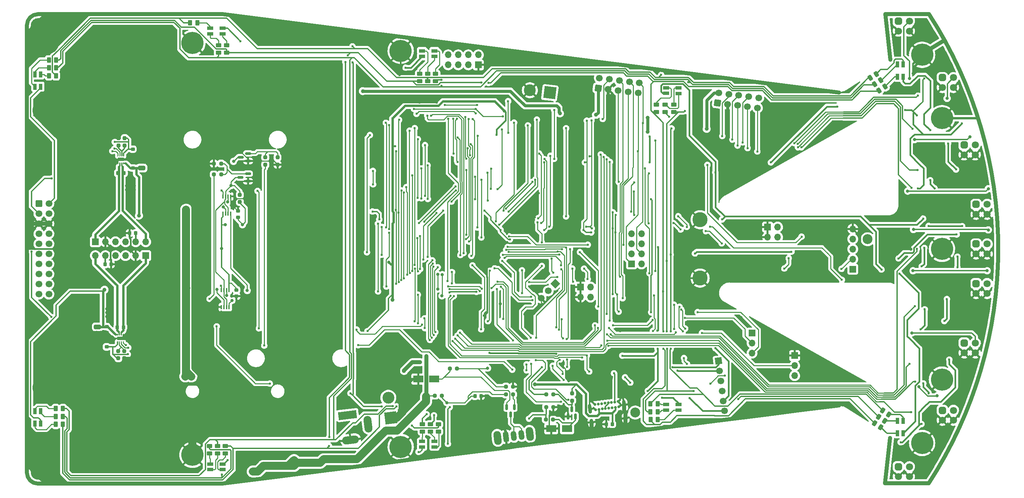
<source format=gbr>
%TF.GenerationSoftware,KiCad,Pcbnew,(6.0.2)*%
%TF.CreationDate,2022-08-16T13:23:33+02:00*%
%TF.ProjectId,BeamRider_MainBoard_v1,4265616d-5269-4646-9572-5f4d61696e42,rev?*%
%TF.SameCoordinates,Original*%
%TF.FileFunction,Copper,L2,Bot*%
%TF.FilePolarity,Positive*%
%FSLAX46Y46*%
G04 Gerber Fmt 4.6, Leading zero omitted, Abs format (unit mm)*
G04 Created by KiCad (PCBNEW (6.0.2)) date 2022-08-16 13:23:33*
%MOMM*%
%LPD*%
G01*
G04 APERTURE LIST*
G04 Aperture macros list*
%AMRoundRect*
0 Rectangle with rounded corners*
0 $1 Rounding radius*
0 $2 $3 $4 $5 $6 $7 $8 $9 X,Y pos of 4 corners*
0 Add a 4 corners polygon primitive as box body*
4,1,4,$2,$3,$4,$5,$6,$7,$8,$9,$2,$3,0*
0 Add four circle primitives for the rounded corners*
1,1,$1+$1,$2,$3*
1,1,$1+$1,$4,$5*
1,1,$1+$1,$6,$7*
1,1,$1+$1,$8,$9*
0 Add four rect primitives between the rounded corners*
20,1,$1+$1,$2,$3,$4,$5,0*
20,1,$1+$1,$4,$5,$6,$7,0*
20,1,$1+$1,$6,$7,$8,$9,0*
20,1,$1+$1,$8,$9,$2,$3,0*%
%AMHorizOval*
0 Thick line with rounded ends*
0 $1 width*
0 $2 $3 position (X,Y) of the first rounded end (center of the circle)*
0 $4 $5 position (X,Y) of the second rounded end (center of the circle)*
0 Add line between two ends*
20,1,$1,$2,$3,$4,$5,0*
0 Add two circle primitives to create the rounded ends*
1,1,$1,$2,$3*
1,1,$1,$4,$5*%
%AMRotRect*
0 Rectangle, with rotation*
0 The origin of the aperture is its center*
0 $1 length*
0 $2 width*
0 $3 Rotation angle, in degrees counterclockwise*
0 Add horizontal line*
21,1,$1,$2,0,0,$3*%
G04 Aperture macros list end*
%TA.AperFunction,NonConductor*%
%ADD10C,1.000000*%
%TD*%
%TA.AperFunction,NonConductor*%
%ADD11C,0.600000*%
%TD*%
%TA.AperFunction,ComponentPad*%
%ADD12RoundRect,0.450000X-0.450000X-0.450000X0.450000X-0.450000X0.450000X0.450000X-0.450000X0.450000X0*%
%TD*%
%TA.AperFunction,ComponentPad*%
%ADD13C,1.800000*%
%TD*%
%TA.AperFunction,ComponentPad*%
%ADD14HorizOval,1.900000X-0.097495X0.794037X0.097495X-0.794037X0*%
%TD*%
%TA.AperFunction,ComponentPad*%
%ADD15RoundRect,0.350000X-0.237709X-0.935946X0.457074X-0.850637X0.237709X0.935946X-0.457074X0.850637X0*%
%TD*%
%TA.AperFunction,ComponentPad*%
%ADD16HorizOval,1.400000X-0.067028X0.545900X0.067028X-0.545900X0*%
%TD*%
%TA.AperFunction,ComponentPad*%
%ADD17RoundRect,0.250000X0.522406X-0.668649X0.668649X0.522406X-0.522406X0.668649X-0.668649X-0.522406X0*%
%TD*%
%TA.AperFunction,ComponentPad*%
%ADD18C,1.700000*%
%TD*%
%TA.AperFunction,ComponentPad*%
%ADD19R,1.700000X1.700000*%
%TD*%
%TA.AperFunction,ComponentPad*%
%ADD20O,1.700000X1.700000*%
%TD*%
%TA.AperFunction,ComponentPad*%
%ADD21C,5.600000*%
%TD*%
%TA.AperFunction,ComponentPad*%
%ADD22RotRect,3.000000X3.000000X173.000000*%
%TD*%
%TA.AperFunction,ComponentPad*%
%ADD23C,3.000000*%
%TD*%
%TA.AperFunction,ComponentPad*%
%ADD24RotRect,3.000000X3.000000X97.000000*%
%TD*%
%TA.AperFunction,ComponentPad*%
%ADD25RoundRect,0.250000X-0.600000X-0.600000X0.600000X-0.600000X0.600000X0.600000X-0.600000X0.600000X0*%
%TD*%
%TA.AperFunction,ComponentPad*%
%ADD26C,0.700000*%
%TD*%
%TA.AperFunction,ComponentPad*%
%ADD27HorizOval,0.900000X-0.091402X0.744410X0.091402X-0.744410X0*%
%TD*%
%TA.AperFunction,ComponentPad*%
%ADD28HorizOval,0.900000X-0.048748X0.397018X0.048748X-0.397018X0*%
%TD*%
%TA.AperFunction,ComponentPad*%
%ADD29RotRect,1.700000X1.700000X7.000000*%
%TD*%
%TA.AperFunction,ComponentPad*%
%ADD30HorizOval,1.700000X0.000000X0.000000X0.000000X0.000000X0*%
%TD*%
%TA.AperFunction,ComponentPad*%
%ADD31RotRect,1.700000X1.700000X315.000000*%
%TD*%
%TA.AperFunction,ComponentPad*%
%ADD32HorizOval,1.700000X0.000000X0.000000X0.000000X0.000000X0*%
%TD*%
%TA.AperFunction,ComponentPad*%
%ADD33C,3.800000*%
%TD*%
%TA.AperFunction,ComponentPad*%
%ADD34C,2.500000*%
%TD*%
%TA.AperFunction,ComponentPad*%
%ADD35RotRect,4.600000X2.000000X7.000000*%
%TD*%
%TA.AperFunction,ComponentPad*%
%ADD36HorizOval,2.000000X1.091801X0.134056X-1.091801X-0.134056X0*%
%TD*%
%TA.AperFunction,ComponentPad*%
%ADD37HorizOval,2.000000X-0.134056X1.091801X0.134056X-1.091801X0*%
%TD*%
%TA.AperFunction,SMDPad,CuDef*%
%ADD38RoundRect,0.250000X0.262500X0.450000X-0.262500X0.450000X-0.262500X-0.450000X0.262500X-0.450000X0*%
%TD*%
%TA.AperFunction,SMDPad,CuDef*%
%ADD39R,0.250000X0.500000*%
%TD*%
%TA.AperFunction,ComponentPad*%
%ADD40C,0.600000*%
%TD*%
%TA.AperFunction,SMDPad,CuDef*%
%ADD41R,1.600000X0.900000*%
%TD*%
%TA.AperFunction,SMDPad,CuDef*%
%ADD42R,2.500000X1.800000*%
%TD*%
%TA.AperFunction,SMDPad,CuDef*%
%ADD43R,1.500000X0.900000*%
%TD*%
%TA.AperFunction,SMDPad,CuDef*%
%ADD44RoundRect,0.225000X-0.250000X0.225000X-0.250000X-0.225000X0.250000X-0.225000X0.250000X0.225000X0*%
%TD*%
%TA.AperFunction,SMDPad,CuDef*%
%ADD45RoundRect,0.250000X0.015851X-0.520725X0.461076X-0.242518X-0.015851X0.520725X-0.461076X0.242518X0*%
%TD*%
%TA.AperFunction,SMDPad,CuDef*%
%ADD46RoundRect,0.237500X0.250000X0.237500X-0.250000X0.237500X-0.250000X-0.237500X0.250000X-0.237500X0*%
%TD*%
%TA.AperFunction,SMDPad,CuDef*%
%ADD47RoundRect,0.150000X0.150000X-0.587500X0.150000X0.587500X-0.150000X0.587500X-0.150000X-0.587500X0*%
%TD*%
%TA.AperFunction,SMDPad,CuDef*%
%ADD48RoundRect,0.250000X-0.461076X-0.242518X-0.015851X-0.520725X0.461076X0.242518X0.015851X0.520725X0*%
%TD*%
%TA.AperFunction,SMDPad,CuDef*%
%ADD49RoundRect,0.237500X-0.250000X-0.237500X0.250000X-0.237500X0.250000X0.237500X-0.250000X0.237500X0*%
%TD*%
%TA.AperFunction,SMDPad,CuDef*%
%ADD50RoundRect,0.225000X0.225000X0.250000X-0.225000X0.250000X-0.225000X-0.250000X0.225000X-0.250000X0*%
%TD*%
%TA.AperFunction,SMDPad,CuDef*%
%ADD51RoundRect,0.237500X-0.237500X0.250000X-0.237500X-0.250000X0.237500X-0.250000X0.237500X0.250000X0*%
%TD*%
%TA.AperFunction,SMDPad,CuDef*%
%ADD52RoundRect,0.150000X-0.150000X0.587500X-0.150000X-0.587500X0.150000X-0.587500X0.150000X0.587500X0*%
%TD*%
%TA.AperFunction,SMDPad,CuDef*%
%ADD53RoundRect,0.250000X-0.450000X0.262500X-0.450000X-0.262500X0.450000X-0.262500X0.450000X0.262500X0*%
%TD*%
%TA.AperFunction,SMDPad,CuDef*%
%ADD54RoundRect,0.225000X-0.225000X-0.250000X0.225000X-0.250000X0.225000X0.250000X-0.225000X0.250000X0*%
%TD*%
%TA.AperFunction,SMDPad,CuDef*%
%ADD55RoundRect,0.250000X-0.262500X-0.450000X0.262500X-0.450000X0.262500X0.450000X-0.262500X0.450000X0*%
%TD*%
%TA.AperFunction,SMDPad,CuDef*%
%ADD56RoundRect,0.250000X0.650000X-0.325000X0.650000X0.325000X-0.650000X0.325000X-0.650000X-0.325000X0*%
%TD*%
%TA.AperFunction,SMDPad,CuDef*%
%ADD57RoundRect,0.237500X0.237500X-0.250000X0.237500X0.250000X-0.237500X0.250000X-0.237500X-0.250000X0*%
%TD*%
%TA.AperFunction,SMDPad,CuDef*%
%ADD58R,0.400000X1.100000*%
%TD*%
%TA.AperFunction,SMDPad,CuDef*%
%ADD59RoundRect,0.250000X0.450000X-0.262500X0.450000X0.262500X-0.450000X0.262500X-0.450000X-0.262500X0*%
%TD*%
%TA.AperFunction,SMDPad,CuDef*%
%ADD60RoundRect,0.150000X0.587500X0.150000X-0.587500X0.150000X-0.587500X-0.150000X0.587500X-0.150000X0*%
%TD*%
%TA.AperFunction,SMDPad,CuDef*%
%ADD61RoundRect,0.250000X-0.650000X0.325000X-0.650000X-0.325000X0.650000X-0.325000X0.650000X0.325000X0*%
%TD*%
%TA.AperFunction,SMDPad,CuDef*%
%ADD62RoundRect,0.225000X0.250000X-0.225000X0.250000X0.225000X-0.250000X0.225000X-0.250000X-0.225000X0*%
%TD*%
%TA.AperFunction,SMDPad,CuDef*%
%ADD63R,0.900000X1.500000*%
%TD*%
%TA.AperFunction,ViaPad*%
%ADD64C,1.000000*%
%TD*%
%TA.AperFunction,ViaPad*%
%ADD65C,0.600000*%
%TD*%
%TA.AperFunction,ViaPad*%
%ADD66C,0.800000*%
%TD*%
%TA.AperFunction,Conductor*%
%ADD67C,2.000000*%
%TD*%
%TA.AperFunction,Conductor*%
%ADD68C,1.000000*%
%TD*%
%TA.AperFunction,Conductor*%
%ADD69C,0.250000*%
%TD*%
%TA.AperFunction,Conductor*%
%ADD70C,0.300000*%
%TD*%
%TA.AperFunction,Conductor*%
%ADD71C,0.600000*%
%TD*%
%TA.AperFunction,Conductor*%
%ADD72C,0.400000*%
%TD*%
%TA.AperFunction,Conductor*%
%ADD73C,0.800000*%
%TD*%
%TA.AperFunction,Conductor*%
%ADD74C,0.350000*%
%TD*%
G04 APERTURE END LIST*
D10*
X249657067Y-141691872D02*
G75*
G03*
X249743639Y-23244169I-91458922J59290729D01*
G01*
X239983391Y-34725336D02*
X238700800Y-23231308D01*
X249745229Y-23239576D02*
X238706359Y-23240195D01*
X238617409Y-141694028D02*
X239900000Y-130200000D01*
X25000000Y-23250000D02*
G75*
G03*
X22250000Y-26000000I2J-2750002D01*
G01*
X22250000Y-139000000D02*
G75*
G03*
X25000000Y-141750000I2750002J2D01*
G01*
D11*
X253000000Y-49500000D02*
X261950000Y-49500000D01*
D10*
X247800000Y-33400000D02*
X253600000Y-29800000D01*
X249657067Y-141691872D02*
X238618197Y-141692491D01*
D12*
%TO.P,U4,1,A*%
%TO.N,Net-(R83-Pad2)*%
X258600000Y-106250000D03*
D13*
%TO.P,U4,2,C*%
%TO.N,GND*%
X258600000Y-108750000D03*
%TO.P,U4,3,E*%
X261400000Y-108750000D03*
%TO.P,U4,4,C*%
%TO.N,/line_sensors/S4*%
X261400000Y-106250000D03*
%TD*%
D12*
%TO.P,U5,1,A*%
%TO.N,Net-(R85-Pad2)*%
X258600000Y-56250000D03*
D13*
%TO.P,U5,2,C*%
%TO.N,GND*%
X258600000Y-58750000D03*
%TO.P,U5,3,E*%
X261400000Y-58750000D03*
%TO.P,U5,4,C*%
%TO.N,/line_sensors/S5*%
X261400000Y-56250000D03*
%TD*%
D14*
%TO.P,SW2,*%
%TO.N,*%
X149069440Y-129200336D03*
X140930561Y-130199665D03*
D15*
%TO.P,SW2,1,A*%
%TO.N,GND*%
X143014908Y-129943739D03*
D16*
%TO.P,SW2,2,B*%
%TO.N,Net-(Q7-Pad3)*%
X145000000Y-129700000D03*
%TO.P,SW2,3,C*%
X146985093Y-129456262D03*
%TD*%
D12*
%TO.P,U6,1,A*%
%TO.N,Net-(R87-Pad2)*%
X253100000Y-123250000D03*
D13*
%TO.P,U6,2,C*%
%TO.N,GND*%
X253100000Y-125750000D03*
%TO.P,U6,3,E*%
X255900000Y-125750000D03*
%TO.P,U6,4,C*%
%TO.N,/line_sensors/S6*%
X255900000Y-123250000D03*
%TD*%
D17*
%TO.P,J12,1,Pin_1*%
%TO.N,Net-(J12-Pad1)*%
X196403092Y-45641437D03*
D18*
%TO.P,J12,2,Pin_2*%
%TO.N,Net-(J12-Pad2)*%
X196712640Y-43120370D03*
%TO.P,J12,3,Pin_3*%
%TO.N,GND*%
X198924159Y-45950985D03*
%TO.P,J12,4,Pin_4*%
%TO.N,/MINI_A_0*%
X199233707Y-43429918D03*
%TO.P,J12,5,Pin_5*%
%TO.N,/MINI_A_1*%
X201445226Y-46260533D03*
%TO.P,J12,6,Pin_6*%
%TO.N,/MINI_A_2*%
X201754775Y-43739466D03*
%TO.P,J12,7,Pin_7*%
%TO.N,/MINI_A_3*%
X203966294Y-46570081D03*
%TO.P,J12,8,Pin_8*%
%TO.N,/MINI_A_4*%
X204275842Y-44049014D03*
%TO.P,J12,9,Pin_9*%
%TO.N,/MODULE_SCL*%
X206487361Y-46879630D03*
%TO.P,J12,10,Pin_10*%
%TO.N,/MODULE_SDA*%
X206796909Y-44358562D03*
%TD*%
D19*
%TO.P,J16,1,Pin_1*%
%TO.N,Net-(C48-Pad1)*%
X52200000Y-84200000D03*
D20*
%TO.P,J16,2,Pin_2*%
%TO.N,GND*%
X49660000Y-84200000D03*
%TO.P,J16,3,Pin_3*%
%TO.N,/ENC_R_A*%
X47120000Y-84200000D03*
%TO.P,J16,4,Pin_4*%
%TO.N,/ENC_R_B*%
X44580000Y-84200000D03*
%TO.P,J16,5,Pin_5*%
%TO.N,+3V3*%
X42040000Y-84200000D03*
%TO.P,J16,6,Pin_6*%
%TO.N,Net-(C48-Pad2)*%
X39500000Y-84200000D03*
%TD*%
D12*
%TO.P,U9,1,A*%
%TO.N,Net-(R93-Pad2)*%
X242000000Y-25000000D03*
D13*
%TO.P,U9,2,C*%
%TO.N,GND*%
X242000000Y-27500000D03*
%TO.P,U9,3,E*%
X244800000Y-27500000D03*
%TO.P,U9,4,C*%
%TO.N,/line_sensors/S9*%
X244800000Y-25000000D03*
%TD*%
D21*
%TO.P,H7,1,1*%
%TO.N,GND*%
X64000000Y-134500000D03*
%TD*%
D12*
%TO.P,U8,1,A*%
%TO.N,Net-(R91-Pad2)*%
X242000000Y-137500000D03*
D13*
%TO.P,U8,2,C*%
%TO.N,GND*%
X242000000Y-140000000D03*
%TO.P,U8,3,E*%
X244800000Y-140000000D03*
%TO.P,U8,4,C*%
%TO.N,/line_sensors/S8*%
X244800000Y-137500000D03*
%TD*%
D21*
%TO.P,H2,1,1*%
%TO.N,GND*%
X64000000Y-30500000D03*
%TD*%
%TO.P,H8,1,1*%
%TO.N,GND*%
X27500000Y-134500000D03*
%TD*%
D19*
%TO.P,J18,1,Pin_1*%
%TO.N,GND*%
X205100000Y-103725000D03*
D20*
%TO.P,J18,2,Pin_2*%
%TO.N,Net-(J18-Pad2)*%
X205100000Y-106265000D03*
%TO.P,J18,3,Pin_3*%
%TO.N,Net-(J18-Pad3)*%
X205100000Y-108805000D03*
%TD*%
D21*
%TO.P,H12,1,1*%
%TO.N,GND*%
X253000000Y-82500000D03*
%TD*%
D22*
%TO.P,J2,1,Pin_1*%
%TO.N,Net-(J12-Pad1)*%
X154121068Y-43059548D03*
D23*
%TO.P,J2,2,Pin_2*%
%TO.N,GND*%
X149078934Y-42440452D03*
%TD*%
D24*
%TO.P,J3,1,Pin_1*%
%TO.N,GND*%
X114009548Y-125121068D03*
D23*
%TO.P,J3,2,Pin_2*%
%TO.N,Net-(F3-Pad2)*%
X113390452Y-120078934D03*
%TD*%
D12*
%TO.P,U1,1,A*%
%TO.N,Net-(R77-Pad2)*%
X261600000Y-81250000D03*
D13*
%TO.P,U1,2,C*%
%TO.N,GND*%
X261600000Y-83750000D03*
%TO.P,U1,3,E*%
X264400000Y-83750000D03*
%TO.P,U1,4,C*%
%TO.N,/line_sensors/S1*%
X264400000Y-81250000D03*
%TD*%
D19*
%TO.P,J17,1,Pin_1*%
%TO.N,GND*%
X215850000Y-109425000D03*
D20*
%TO.P,J17,2,Pin_2*%
%TO.N,Net-(J17-Pad2)*%
X215850000Y-111965000D03*
%TO.P,J17,3,Pin_3*%
%TO.N,Net-(J17-Pad3)*%
X215850000Y-114505000D03*
%TD*%
D25*
%TO.P,J11,1,Pin_1*%
%TO.N,+VDC*%
X25247500Y-71070000D03*
D18*
%TO.P,J11,2,Pin_2*%
X27787500Y-71070000D03*
%TO.P,J11,3,Pin_3*%
%TO.N,+3V3*%
X25247500Y-73610000D03*
%TO.P,J11,4,Pin_4*%
X27787500Y-73610000D03*
%TO.P,J11,5,Pin_5*%
%TO.N,GND*%
X25247500Y-76150000D03*
%TO.P,J11,6,Pin_6*%
X27787500Y-76150000D03*
%TO.P,J11,7,Pin_7*%
%TO.N,/EXT0*%
X25247500Y-78690000D03*
%TO.P,J11,8,Pin_8*%
%TO.N,/EXT1*%
X27787500Y-78690000D03*
%TO.P,J11,9,Pin_9*%
%TO.N,/EXT2*%
X25247500Y-81230000D03*
%TO.P,J11,10,Pin_10*%
%TO.N,/EXT3*%
X27787500Y-81230000D03*
%TO.P,J11,11,Pin_11*%
%TO.N,/EXT4*%
X25247500Y-83770000D03*
%TO.P,J11,12,Pin_12*%
%TO.N,/EXT5*%
X27787500Y-83770000D03*
%TO.P,J11,13,Pin_13*%
%TO.N,/EXT6*%
X25247500Y-86310000D03*
%TO.P,J11,14,Pin_14*%
%TO.N,/EXT7*%
X27787500Y-86310000D03*
%TO.P,J11,15,Pin_15*%
%TO.N,/EXT8*%
X25247500Y-88850000D03*
%TO.P,J11,16,Pin_16*%
%TO.N,/EXT9*%
X27787500Y-88850000D03*
%TO.P,J11,17,Pin_17*%
%TO.N,/EXT10*%
X25247500Y-91390000D03*
%TO.P,J11,18,Pin_18*%
%TO.N,/EXT11*%
X27787500Y-91390000D03*
%TO.P,J11,19,Pin_19*%
%TO.N,/MODULE_SCL*%
X25247500Y-93930000D03*
%TO.P,J11,20,Pin_20*%
%TO.N,/MODULE_SDA*%
X27787500Y-93930000D03*
%TD*%
D26*
%TO.P,J4,A1,GND*%
%TO.N,GND*%
X165456652Y-121767563D03*
%TO.P,J4,A4,VBUS*%
%TO.N,VBUS*%
X166300316Y-121663974D03*
%TO.P,J4,A5,CC1*%
%TO.N,Net-(J4-PadA5)*%
X167143980Y-121560385D03*
%TO.P,J4,A6,D+*%
%TO.N,Net-(D12-Pad1)*%
X167987645Y-121456796D03*
%TO.P,J4,A7,D-*%
%TO.N,Net-(D12-Pad4)*%
X168831309Y-121353207D03*
%TO.P,J4,A8,SBU1*%
%TO.N,unconnected-(J4-PadA8)*%
X169674973Y-121249618D03*
%TO.P,J4,A9,VBUS*%
%TO.N,VBUS*%
X170518637Y-121146029D03*
%TO.P,J4,A12,GND*%
%TO.N,GND*%
X171362302Y-121042440D03*
%TO.P,J4,B1,GND*%
X171526825Y-122382378D03*
%TO.P,J4,B4,VBUS*%
%TO.N,VBUS*%
X170683161Y-122485967D03*
%TO.P,J4,B5,CC2*%
%TO.N,Net-(J4-PadB5)*%
X169839497Y-122589556D03*
%TO.P,J4,B6,D+*%
%TO.N,Net-(D12-Pad1)*%
X168995833Y-122693145D03*
%TO.P,J4,B7,D-*%
%TO.N,Net-(D12-Pad4)*%
X168152168Y-122796733D03*
%TO.P,J4,B8,SBU2*%
%TO.N,unconnected-(J4-PadB8)*%
X167308504Y-122900322D03*
%TO.P,J4,B9,VBUS*%
%TO.N,VBUS*%
X166464840Y-123003911D03*
%TO.P,J4,B12,GND*%
%TO.N,GND*%
X165621176Y-123107500D03*
D27*
%TO.P,J4,S1,SHIELD*%
X172821671Y-121850612D03*
X164236147Y-122904782D03*
D28*
X164648065Y-126259588D03*
X173233589Y-125205418D03*
%TD*%
D29*
%TO.P,J14,1,Pin_1*%
%TO.N,+3V3*%
X196626130Y-110797332D03*
D30*
%TO.P,J14,2,Pin_2*%
%TO.N,/MCU/STLINK_SWCLK*%
X196935678Y-113318399D03*
%TO.P,J14,3,Pin_3*%
%TO.N,GND*%
X197245226Y-115839466D03*
%TO.P,J14,4,Pin_4*%
%TO.N,/MCU/STLINK_SWDIO*%
X197554774Y-118360534D03*
%TO.P,J14,5,Pin_5*%
%TO.N,/MCU/NRST*%
X197864323Y-120881601D03*
%TO.P,J14,6,Pin_6*%
%TO.N,/MCU/STLINK_SWO*%
X198173871Y-123402668D03*
%TD*%
D19*
%TO.P,J6,1,Pin_1*%
%TO.N,GND*%
X209025000Y-76975000D03*
D20*
%TO.P,J6,2,Pin_2*%
%TO.N,/Peripherals/TRIG_RAW*%
X211565000Y-76975000D03*
%TO.P,J6,3,Pin_3*%
%TO.N,GND*%
X209025000Y-79515000D03*
%TO.P,J6,4,Pin_4*%
%TO.N,/Peripherals/ECHO_RAW*%
X211565000Y-79515000D03*
%TD*%
D31*
%TO.P,J5,1,Pin_1*%
%TO.N,+3V3*%
X155496051Y-91303949D03*
D32*
%TO.P,J5,2,Pin_2*%
%TO.N,Net-(J5-Pad2)*%
X153700000Y-93100000D03*
%TO.P,J5,3,Pin_3*%
%TO.N,GND*%
X151903949Y-94896051D03*
%TD*%
D21*
%TO.P,H14,1,1*%
%TO.N,GND*%
X248000000Y-33500000D03*
%TD*%
D33*
%TO.P,H6,1,1*%
%TO.N,GND*%
X192000000Y-89866000D03*
%TD*%
D17*
%TO.P,J13,1,Pin_1*%
%TO.N,Net-(J12-Pad1)*%
X166303092Y-41891437D03*
D18*
%TO.P,J13,2,Pin_2*%
%TO.N,Net-(J12-Pad2)*%
X166612640Y-39370370D03*
%TO.P,J13,3,Pin_3*%
%TO.N,GND*%
X168824159Y-42200985D03*
%TO.P,J13,4,Pin_4*%
%TO.N,/MINI_B_0*%
X169133707Y-39679918D03*
%TO.P,J13,5,Pin_5*%
%TO.N,/MINI_B_1*%
X171345226Y-42510533D03*
%TO.P,J13,6,Pin_6*%
%TO.N,/MINI_B_2*%
X171654775Y-39989466D03*
%TO.P,J13,7,Pin_7*%
%TO.N,/MINI_B_3*%
X173866294Y-42820081D03*
%TO.P,J13,8,Pin_8*%
%TO.N,/MINI_B_4*%
X174175842Y-40299014D03*
%TO.P,J13,9,Pin_9*%
%TO.N,/MODULE_SCL*%
X176387361Y-43129630D03*
%TO.P,J13,10,Pin_10*%
%TO.N,/MODULE_SDA*%
X176696909Y-40608562D03*
%TD*%
D12*
%TO.P,U2,1,A*%
%TO.N,Net-(R79-Pad2)*%
X261600000Y-91250000D03*
D13*
%TO.P,U2,2,C*%
%TO.N,GND*%
X261600000Y-93750000D03*
%TO.P,U2,3,E*%
X264400000Y-93750000D03*
%TO.P,U2,4,C*%
%TO.N,/line_sensors/S2*%
X264400000Y-91250000D03*
%TD*%
D19*
%TO.P,J19,1,Pin_1*%
%TO.N,/MODULE_SCL*%
X174710000Y-86300000D03*
D20*
%TO.P,J19,2,Pin_2*%
X177250000Y-86300000D03*
%TO.P,J19,3,Pin_3*%
%TO.N,/MODULE_SDA*%
X174710000Y-83760000D03*
%TO.P,J19,4,Pin_4*%
X177250000Y-83760000D03*
%TO.P,J19,5,Pin_5*%
%TO.N,GND*%
X174710000Y-81220000D03*
%TO.P,J19,6,Pin_6*%
X177250000Y-81220000D03*
%TO.P,J19,7,Pin_7*%
%TO.N,+3V3*%
X174710000Y-78680000D03*
%TO.P,J19,8,Pin_8*%
X177250000Y-78680000D03*
%TD*%
D19*
%TO.P,J9,1,Pin_1*%
%TO.N,GND*%
X136100000Y-36040000D03*
D20*
%TO.P,J9,2,Pin_2*%
%TO.N,/ESP_TX*%
X136100000Y-33500000D03*
%TO.P,J9,3,Pin_3*%
%TO.N,/ESP_GPIO2*%
X133560000Y-36040000D03*
%TO.P,J9,4,Pin_4*%
%TO.N,/ESP_CH_PD{slash}EN*%
X133560000Y-33500000D03*
%TO.P,J9,5,Pin_5*%
%TO.N,/ESP_GPIO0*%
X131020000Y-36040000D03*
%TO.P,J9,6,Pin_6*%
%TO.N,/ESP_RST*%
X131020000Y-33500000D03*
%TO.P,J9,7,Pin_7*%
%TO.N,/ESP_RX*%
X128480000Y-36040000D03*
%TO.P,J9,8,Pin_8*%
%TO.N,+3V3*%
X128480000Y-33500000D03*
%TD*%
D21*
%TO.P,H13,1,1*%
%TO.N,GND*%
X253000000Y-115500000D03*
%TD*%
D12*
%TO.P,U7,1,A*%
%TO.N,Net-(R89-Pad2)*%
X253100000Y-39250000D03*
D13*
%TO.P,U7,2,C*%
%TO.N,GND*%
X253100000Y-41750000D03*
%TO.P,U7,3,E*%
X255900000Y-41750000D03*
%TO.P,U7,4,C*%
%TO.N,/line_sensors/S7*%
X255900000Y-39250000D03*
%TD*%
D19*
%TO.P,J10,1,Pin_1*%
%TO.N,GND*%
X161825000Y-92125000D03*
D20*
%TO.P,J10,2,Pin_2*%
%TO.N,/PRH_SCL*%
X164365000Y-92125000D03*
%TO.P,J10,3,Pin_3*%
%TO.N,GND*%
X161825000Y-94665000D03*
%TO.P,J10,4,Pin_4*%
%TO.N,/PRH_SDA*%
X164365000Y-94665000D03*
%TD*%
D34*
%TO.P,TP1,1,1*%
%TO.N,Net-(J8-Pad4)*%
X234250000Y-80050000D03*
%TD*%
D21*
%TO.P,H9,1,1*%
%TO.N,GND*%
X26500000Y-47500000D03*
%TD*%
%TO.P,H15,1,1*%
%TO.N,GND*%
X253000000Y-49500000D03*
%TD*%
D12*
%TO.P,U3,1,A*%
%TO.N,Net-(R81-Pad2)*%
X261600000Y-71250000D03*
D13*
%TO.P,U3,2,C*%
%TO.N,GND*%
X261600000Y-73750000D03*
%TO.P,U3,3,E*%
X264400000Y-73750000D03*
%TO.P,U3,4,C*%
%TO.N,/line_sensors/S3*%
X264400000Y-71250000D03*
%TD*%
D21*
%TO.P,H5,1,1*%
%TO.N,GND*%
X26500000Y-117500000D03*
%TD*%
D19*
%TO.P,J15,1,Pin_1*%
%TO.N,Net-(C43-Pad1)*%
X39500000Y-80700000D03*
D20*
%TO.P,J15,2,Pin_2*%
%TO.N,GND*%
X42040000Y-80700000D03*
%TO.P,J15,3,Pin_3*%
%TO.N,/ENC_L_A*%
X44580000Y-80700000D03*
%TO.P,J15,4,Pin_4*%
%TO.N,/ENC_L_B*%
X47120000Y-80700000D03*
%TO.P,J15,5,Pin_5*%
%TO.N,+3V3*%
X49660000Y-80700000D03*
%TO.P,J15,6,Pin_6*%
%TO.N,Net-(C43-Pad2)*%
X52200000Y-80700000D03*
%TD*%
D21*
%TO.P,H10,1,1*%
%TO.N,GND*%
X116500000Y-132500000D03*
%TD*%
D35*
%TO.P,J1,1*%
%TO.N,Net-(F3-Pad2)*%
X103111107Y-124447332D03*
D36*
%TO.P,J1,2*%
%TO.N,GND*%
X103878884Y-130700373D03*
D37*
%TO.P,J1,3*%
%TO.N,N/C*%
X108228750Y-126740743D03*
%TD*%
D19*
%TO.P,J8,1,Pin_1*%
%TO.N,+5V*%
X230500000Y-87610000D03*
D20*
%TO.P,J8,2,Pin_2*%
%TO.N,/Peripherals/TRIG_RAW*%
X230500000Y-85070000D03*
%TO.P,J8,3,Pin_3*%
%TO.N,/Peripherals/ECHO_RAW*%
X230500000Y-82530000D03*
%TO.P,J8,4,Pin_4*%
%TO.N,Net-(J8-Pad4)*%
X230500000Y-79990000D03*
%TO.P,J8,5,Pin_5*%
%TO.N,GND*%
X230500000Y-77450000D03*
%TD*%
D34*
%TO.P,TP2,1,1*%
%TO.N,Net-(TP2-Pad1)*%
X175650000Y-123800000D03*
%TD*%
D21*
%TO.P,H3,1,1*%
%TO.N,GND*%
X27500000Y-30500000D03*
%TD*%
%TO.P,H4,1,1*%
%TO.N,GND*%
X116500000Y-32500000D03*
%TD*%
%TO.P,H11,1,1*%
%TO.N,GND*%
X248000000Y-131500000D03*
%TD*%
D33*
%TO.P,H1,1,1*%
%TO.N,GND*%
X192000000Y-75134000D03*
%TD*%
D38*
%TO.P,R47,1*%
%TO.N,/UI/BLUE*%
X31312500Y-124800000D03*
%TO.P,R47,2*%
%TO.N,Net-(D18-Pad2)*%
X29487500Y-124800000D03*
%TD*%
D39*
%TO.P,U30,1,VM*%
%TO.N,+VDC*%
X45050000Y-104150000D03*
%TO.P,U30,2,OUT1*%
%TO.N,Net-(C48-Pad2)*%
X45550000Y-104150000D03*
%TO.P,U30,3,OUT2*%
%TO.N,Net-(C48-Pad1)*%
X46050000Y-104150000D03*
%TO.P,U30,4,GND*%
%TO.N,GND*%
X46550000Y-104150000D03*
%TO.P,U30,5,IN2/EN*%
%TO.N,/Drive/R_EN*%
X46550000Y-106050000D03*
%TO.P,U30,6,IN1/PH*%
%TO.N,/Drive/R_PH*%
X46050000Y-106050000D03*
%TO.P,U30,7,MODE*%
%TO.N,Net-(R116-Pad2)*%
X45550000Y-106050000D03*
%TO.P,U30,8,VCC*%
%TO.N,+3V3*%
X45050000Y-106050000D03*
D40*
%TO.P,U30,9,TH_GND*%
%TO.N,GND*%
X45300000Y-105100000D03*
D41*
X45800000Y-105100000D03*
D40*
X46300000Y-105100000D03*
%TD*%
D38*
%TO.P,R43,1*%
%TO.N,/UI/GREEN*%
X29612500Y-36800000D03*
%TO.P,R43,2*%
%TO.N,Net-(D17-Pad3)*%
X27787500Y-36800000D03*
%TD*%
D42*
%TO.P,D2,1,K*%
%TO.N,Net-(D2-Pad1)*%
X158450000Y-127900000D03*
%TO.P,D2,2,A*%
%TO.N,GND*%
X154450000Y-127900000D03*
%TD*%
D43*
%TO.P,D16,1,A*%
%TO.N,+VDC*%
X186550000Y-121800000D03*
%TO.P,D16,2,BK*%
%TO.N,Net-(D16-Pad2)*%
X183450000Y-121800000D03*
%TO.P,D16,3,GK*%
%TO.N,Net-(D16-Pad3)*%
X183450000Y-123200000D03*
%TO.P,D16,4,RK*%
%TO.N,Net-(D16-Pad4)*%
X186550000Y-123200000D03*
%TD*%
D44*
%TO.P,C46,1*%
%TO.N,+3V3*%
X75100000Y-92875000D03*
%TO.P,C46,2*%
%TO.N,GND*%
X75100000Y-94425000D03*
%TD*%
D45*
%TO.P,R33,1*%
%TO.N,/UI/RED*%
X237100000Y-42500000D03*
%TO.P,R33,2*%
%TO.N,Net-(D14-Pad4)*%
X238647688Y-41532898D03*
%TD*%
D46*
%TO.P,R10,1*%
%TO.N,Net-(D2-Pad1)*%
X154912500Y-125550000D03*
%TO.P,R10,2*%
%TO.N,/BARREL_JACK_BUS*%
X153087500Y-125550000D03*
%TD*%
D47*
%TO.P,Q4,1,G*%
%TO.N,Net-(D2-Pad1)*%
X160600000Y-124837500D03*
%TO.P,Q4,2,S*%
%TO.N,GND*%
X158700000Y-124837500D03*
%TO.P,Q4,3,D*%
%TO.N,Net-(Q4-Pad3)*%
X159650000Y-122962500D03*
%TD*%
D48*
%TO.P,R37,1*%
%TO.N,/UI/GREEN*%
X237026156Y-124916449D03*
%TO.P,R37,2*%
%TO.N,Net-(D15-Pad3)*%
X238573844Y-125883551D03*
%TD*%
D49*
%TO.P,R7,1*%
%TO.N,Net-(C4-Pad1)*%
X143037500Y-119250000D03*
%TO.P,R7,2*%
%TO.N,Net-(Q7-Pad2)*%
X144862500Y-119250000D03*
%TD*%
D50*
%TO.P,C47,1*%
%TO.N,GND*%
X43475000Y-86400000D03*
%TO.P,C47,2*%
%TO.N,+3V3*%
X41925000Y-86400000D03*
%TD*%
D51*
%TO.P,R117,1*%
%TO.N,Net-(R116-Pad2)*%
X46800000Y-108287500D03*
%TO.P,R117,2*%
%TO.N,GND*%
X46800000Y-110112500D03*
%TD*%
D38*
%TO.P,R46,1*%
%TO.N,/UI/GREEN*%
X31312500Y-122800000D03*
%TO.P,R46,2*%
%TO.N,Net-(D18-Pad3)*%
X29487500Y-122800000D03*
%TD*%
D52*
%TO.P,Q7,1,G*%
%TO.N,Net-(D3-Pad1)*%
X143250000Y-122412500D03*
%TO.P,Q7,2,S*%
%TO.N,Net-(Q7-Pad2)*%
X145150000Y-122412500D03*
%TO.P,Q7,3,D*%
%TO.N,Net-(Q7-Pad3)*%
X144200000Y-124287500D03*
%TD*%
D53*
%TO.P,R49,1*%
%TO.N,/UI/GREEN*%
X70300000Y-132287500D03*
%TO.P,R49,2*%
%TO.N,Net-(D19-Pad3)*%
X70300000Y-134112500D03*
%TD*%
D44*
%TO.P,C42,1*%
%TO.N,+3V3*%
X48950000Y-57325000D03*
%TO.P,C42,2*%
%TO.N,GND*%
X48950000Y-58875000D03*
%TD*%
D54*
%TO.P,C4,1*%
%TO.N,Net-(C4-Pad1)*%
X135225000Y-119650000D03*
%TO.P,C4,2*%
%TO.N,GND*%
X136775000Y-119650000D03*
%TD*%
D55*
%TO.P,R41,1*%
%TO.N,/UI/BLUE*%
X179487500Y-121600000D03*
%TO.P,R41,2*%
%TO.N,Net-(D16-Pad2)*%
X181312500Y-121600000D03*
%TD*%
D46*
%TO.P,R109,1*%
%TO.N,Net-(Q17-Pad1)*%
X71212500Y-63700000D03*
%TO.P,R109,2*%
%TO.N,/BARREL_JACK_BUS*%
X69387500Y-63700000D03*
%TD*%
D44*
%TO.P,C50,1*%
%TO.N,+VDC*%
X42350000Y-102125000D03*
%TO.P,C50,2*%
%TO.N,GND*%
X42350000Y-103675000D03*
%TD*%
D38*
%TO.P,R44,1*%
%TO.N,/UI/BLUE*%
X29612500Y-38800000D03*
%TO.P,R44,2*%
%TO.N,Net-(D17-Pad2)*%
X27787500Y-38800000D03*
%TD*%
D50*
%TO.P,C48,1*%
%TO.N,Net-(C48-Pad1)*%
X46575000Y-102250000D03*
%TO.P,C48,2*%
%TO.N,Net-(C48-Pad2)*%
X45025000Y-102250000D03*
%TD*%
D55*
%TO.P,R39,1*%
%TO.N,/UI/RED*%
X179500000Y-125600000D03*
%TO.P,R39,2*%
%TO.N,Net-(D16-Pad4)*%
X181325000Y-125600000D03*
%TD*%
D56*
%TO.P,C40,1*%
%TO.N,+VDC*%
X51200000Y-62075000D03*
%TO.P,C40,2*%
%TO.N,GND*%
X51200000Y-59125000D03*
%TD*%
D53*
%TO.P,R54,1*%
%TO.N,/UI/RED*%
X122000000Y-126787500D03*
%TO.P,R54,2*%
%TO.N,Net-(D21-Pad4)*%
X122000000Y-128612500D03*
%TD*%
D57*
%TO.P,R12,1*%
%TO.N,Net-(Q4-Pad3)*%
X159750000Y-120812500D03*
%TO.P,R12,2*%
%TO.N,VBUS*%
X159750000Y-118987500D03*
%TD*%
D58*
%TO.P,U29,1,1A*%
%TO.N,/MOTOR_R_PH*%
X73225000Y-97200000D03*
%TO.P,U29,2,1B*%
%TO.N,/Drive/CUTOFF*%
X72575000Y-97200000D03*
%TO.P,U29,3,2Y*%
%TO.N,/Drive/R_EN*%
X71925000Y-97200000D03*
%TO.P,U29,4,GND*%
%TO.N,GND*%
X71275000Y-97200000D03*
%TO.P,U29,5,2A*%
%TO.N,/MOTOR_R_EN*%
X71275000Y-92900000D03*
%TO.P,U29,6,2B*%
%TO.N,/Drive/CUTOFF*%
X71925000Y-92900000D03*
%TO.P,U29,7,1Y*%
%TO.N,/Drive/R_PH*%
X72575000Y-92900000D03*
%TO.P,U29,8,VCC*%
%TO.N,+3V3*%
X73225000Y-92900000D03*
%TD*%
%TO.P,U28,1,1A*%
%TO.N,/MOTOR_L_PH*%
X71675000Y-69250000D03*
%TO.P,U28,2,1B*%
%TO.N,/Drive/CUTOFF*%
X72325000Y-69250000D03*
%TO.P,U28,3,2Y*%
%TO.N,/Drive/L_EN*%
X72975000Y-69250000D03*
%TO.P,U28,4,GND*%
%TO.N,GND*%
X73625000Y-69250000D03*
%TO.P,U28,5,2A*%
%TO.N,/MOTOR_L_EN*%
X73625000Y-73550000D03*
%TO.P,U28,6,2B*%
%TO.N,/Drive/CUTOFF*%
X72975000Y-73550000D03*
%TO.P,U28,7,1Y*%
%TO.N,/Drive/L_PH*%
X72325000Y-73550000D03*
%TO.P,U28,8,VCC*%
%TO.N,+3V3*%
X71675000Y-73550000D03*
%TD*%
D54*
%TO.P,C43,1*%
%TO.N,Net-(C43-Pad1)*%
X45175000Y-63350000D03*
%TO.P,C43,2*%
%TO.N,Net-(C43-Pad2)*%
X46725000Y-63350000D03*
%TD*%
D59*
%TO.P,R52,1*%
%TO.N,/UI/GREEN*%
X70600000Y-32912500D03*
%TO.P,R52,2*%
%TO.N,Net-(D20-Pad3)*%
X70600000Y-31087500D03*
%TD*%
%TO.P,R30,1*%
%TO.N,/UI/RED*%
X121300000Y-40112500D03*
%TO.P,R30,2*%
%TO.N,Net-(D13-Pad4)*%
X121300000Y-38287500D03*
%TD*%
D43*
%TO.P,D19,1,A*%
%TO.N,+VDC*%
X71550000Y-136800000D03*
%TO.P,D19,2,BK*%
%TO.N,Net-(D19-Pad2)*%
X68450000Y-136800000D03*
%TO.P,D19,3,GK*%
%TO.N,Net-(D19-Pad3)*%
X68450000Y-138200000D03*
%TO.P,D19,4,RK*%
%TO.N,Net-(D19-Pad4)*%
X71550000Y-138200000D03*
%TD*%
D59*
%TO.P,R31,1*%
%TO.N,/UI/GREEN*%
X125300000Y-40112500D03*
%TO.P,R31,2*%
%TO.N,Net-(D13-Pad3)*%
X125300000Y-38287500D03*
%TD*%
D60*
%TO.P,Q18,1,G*%
%TO.N,Net-(Q18-Pad1)*%
X78037500Y-58400000D03*
%TO.P,Q18,2,S*%
%TO.N,GND*%
X78037500Y-60300000D03*
%TO.P,Q18,3,D*%
%TO.N,/Drive/CUTOFF*%
X76162500Y-59350000D03*
%TD*%
D51*
%TO.P,R114,1*%
%TO.N,Net-(Q18-Pad1)*%
X85450000Y-59387500D03*
%TO.P,R114,2*%
%TO.N,GND*%
X85450000Y-61212500D03*
%TD*%
D60*
%TO.P,Q17,1,G*%
%TO.N,Net-(Q17-Pad1)*%
X77987500Y-63500000D03*
%TO.P,Q17,2,S*%
%TO.N,GND*%
X77987500Y-65400000D03*
%TO.P,Q17,3,D*%
%TO.N,/Drive/CUTOFF*%
X76112500Y-64450000D03*
%TD*%
D49*
%TO.P,R6,1*%
%TO.N,Net-(C10-Pad1)*%
X125087500Y-119550000D03*
%TO.P,R6,2*%
%TO.N,Net-(C4-Pad1)*%
X126912500Y-119550000D03*
%TD*%
D54*
%TO.P,C44,1*%
%TO.N,GND*%
X48125000Y-78500000D03*
%TO.P,C44,2*%
%TO.N,+3V3*%
X49675000Y-78500000D03*
%TD*%
D43*
%TO.P,D1,1,A*%
%TO.N,+VDC*%
X183450000Y-43200000D03*
%TO.P,D1,2,BK*%
%TO.N,Net-(D1-Pad2)*%
X186550000Y-43250000D03*
%TO.P,D1,3,GK*%
%TO.N,Net-(D1-Pad3)*%
X186550000Y-41800000D03*
%TO.P,D1,4,RK*%
%TO.N,Net-(D1-Pad4)*%
X183450000Y-41800000D03*
%TD*%
D42*
%TO.P,D3,1,K*%
%TO.N,Net-(D3-Pad1)*%
X124950000Y-115350000D03*
%TO.P,D3,2,A*%
%TO.N,GND*%
X120950000Y-115350000D03*
%TD*%
D61*
%TO.P,C51,1*%
%TO.N,+VDC*%
X40050000Y-102175000D03*
%TO.P,C51,2*%
%TO.N,GND*%
X40050000Y-105125000D03*
%TD*%
D62*
%TO.P,C45,1*%
%TO.N,+3V3*%
X75450000Y-74500000D03*
%TO.P,C45,2*%
%TO.N,GND*%
X75450000Y-72950000D03*
%TD*%
D51*
%TO.P,R112,1*%
%TO.N,+3V3*%
X46900000Y-54537500D03*
%TO.P,R112,2*%
%TO.N,Net-(R112-Pad2)*%
X46900000Y-56362500D03*
%TD*%
D57*
%TO.P,R111,1*%
%TO.N,+3V3*%
X75950000Y-70662500D03*
%TO.P,R111,2*%
%TO.N,/Drive/CUTOFF*%
X75950000Y-68837500D03*
%TD*%
D59*
%TO.P,R29,1*%
%TO.N,/UI/BLUE*%
X183200000Y-47912500D03*
%TO.P,R29,2*%
%TO.N,Net-(D1-Pad2)*%
X183200000Y-46087500D03*
%TD*%
D53*
%TO.P,R50,1*%
%TO.N,/UI/BLUE*%
X68300000Y-132287500D03*
%TO.P,R50,2*%
%TO.N,Net-(D19-Pad2)*%
X68300000Y-134112500D03*
%TD*%
%TO.P,R55,1*%
%TO.N,/UI/GREEN*%
X124000000Y-126787500D03*
%TO.P,R55,2*%
%TO.N,Net-(D21-Pad3)*%
X124000000Y-128612500D03*
%TD*%
D50*
%TO.P,C52,1*%
%TO.N,VBUS*%
X169875000Y-126750000D03*
%TO.P,C52,2*%
%TO.N,GND*%
X168325000Y-126750000D03*
%TD*%
D57*
%TO.P,R113,1*%
%TO.N,Net-(R112-Pad2)*%
X45350000Y-56362500D03*
%TO.P,R113,2*%
%TO.N,GND*%
X45350000Y-54537500D03*
%TD*%
D53*
%TO.P,R56,1*%
%TO.N,/UI/BLUE*%
X126000000Y-126787500D03*
%TO.P,R56,2*%
%TO.N,Net-(D21-Pad2)*%
X126000000Y-128612500D03*
%TD*%
D43*
%TO.P,D13,1,A*%
%TO.N,+VDC*%
X121900000Y-33900000D03*
%TO.P,D13,2,BK*%
%TO.N,Net-(D13-Pad2)*%
X125000000Y-33900000D03*
%TO.P,D13,3,GK*%
%TO.N,Net-(D13-Pad3)*%
X125000000Y-32500000D03*
%TO.P,D13,4,RK*%
%TO.N,Net-(D13-Pad4)*%
X121900000Y-32500000D03*
%TD*%
D39*
%TO.P,U27,1,VM*%
%TO.N,+VDC*%
X46650000Y-60850000D03*
%TO.P,U27,2,OUT1*%
%TO.N,Net-(C43-Pad2)*%
X46150000Y-60850000D03*
%TO.P,U27,3,OUT2*%
%TO.N,Net-(C43-Pad1)*%
X45650000Y-60850000D03*
%TO.P,U27,4,GND*%
%TO.N,GND*%
X45150000Y-60850000D03*
%TO.P,U27,5,IN2/EN*%
%TO.N,/Drive/L_EN*%
X45150000Y-58950000D03*
%TO.P,U27,6,IN1/PH*%
%TO.N,/Drive/L_PH*%
X45650000Y-58950000D03*
%TO.P,U27,7,MODE*%
%TO.N,Net-(R112-Pad2)*%
X46150000Y-58950000D03*
%TO.P,U27,8,VCC*%
%TO.N,+3V3*%
X46650000Y-58950000D03*
D40*
%TO.P,U27,9,TH_GND*%
%TO.N,GND*%
X46400000Y-59900000D03*
X45400000Y-59900000D03*
D41*
X45900000Y-59900000D03*
%TD*%
D63*
%TO.P,D15,1,A*%
%TO.N,+VDC*%
X243200000Y-129050000D03*
%TO.P,D15,2,BK*%
%TO.N,Net-(D15-Pad2)*%
X243200000Y-125950000D03*
%TO.P,D15,3,GK*%
%TO.N,Net-(D15-Pad3)*%
X241800000Y-125950000D03*
%TO.P,D15,4,RK*%
%TO.N,Net-(D15-Pad4)*%
X241800000Y-129050000D03*
%TD*%
D45*
%TO.P,R35,1*%
%TO.N,/UI/BLUE*%
X234900000Y-39300000D03*
%TO.P,R35,2*%
%TO.N,Net-(D14-Pad2)*%
X236447688Y-38332898D03*
%TD*%
D51*
%TO.P,R115,1*%
%TO.N,Net-(Q18-Pad1)*%
X82350000Y-59387500D03*
%TO.P,R115,2*%
%TO.N,VBUS*%
X82350000Y-61212500D03*
%TD*%
D63*
%TO.P,D18,1,A*%
%TO.N,+VDC*%
X25700000Y-126550000D03*
%TO.P,D18,2,BK*%
%TO.N,Net-(D18-Pad2)*%
X25700000Y-123450000D03*
%TO.P,D18,3,GK*%
%TO.N,Net-(D18-Pad3)*%
X24300000Y-123450000D03*
%TO.P,D18,4,RK*%
%TO.N,Net-(D18-Pad4)*%
X24300000Y-126550000D03*
%TD*%
D43*
%TO.P,D20,1,A*%
%TO.N,+VDC*%
X71550000Y-26800000D03*
%TO.P,D20,2,BK*%
%TO.N,Net-(D20-Pad2)*%
X68450000Y-26800000D03*
%TO.P,D20,3,GK*%
%TO.N,Net-(D20-Pad3)*%
X68450000Y-28200000D03*
%TO.P,D20,4,RK*%
%TO.N,Net-(D20-Pad4)*%
X71550000Y-28200000D03*
%TD*%
D59*
%TO.P,R32,1*%
%TO.N,/UI/BLUE*%
X123300000Y-40112500D03*
%TO.P,R32,2*%
%TO.N,Net-(D13-Pad2)*%
X123300000Y-38287500D03*
%TD*%
D49*
%TO.P,R16,1*%
%TO.N,Net-(D3-Pad1)*%
X128887500Y-112700000D03*
%TO.P,R16,2*%
%TO.N,/Power/CHARGE_POW_INPUT*%
X130712500Y-112700000D03*
%TD*%
D38*
%TO.P,R45,1*%
%TO.N,/UI/RED*%
X31312500Y-126800000D03*
%TO.P,R45,2*%
%TO.N,Net-(D18-Pad4)*%
X29487500Y-126800000D03*
%TD*%
D46*
%TO.P,R110,1*%
%TO.N,Net-(Q17-Pad1)*%
X71212500Y-60950000D03*
%TO.P,R110,2*%
%TO.N,GND*%
X69387500Y-60950000D03*
%TD*%
D62*
%TO.P,C41,1*%
%TO.N,+VDC*%
X48950000Y-62075000D03*
%TO.P,C41,2*%
%TO.N,GND*%
X48950000Y-60525000D03*
%TD*%
D59*
%TO.P,R27,1*%
%TO.N,/UI/RED*%
X181000000Y-47912500D03*
%TO.P,R27,2*%
%TO.N,Net-(D1-Pad4)*%
X181000000Y-46087500D03*
%TD*%
D57*
%TO.P,R116,1*%
%TO.N,+3V3*%
X45300000Y-110112500D03*
%TO.P,R116,2*%
%TO.N,Net-(R116-Pad2)*%
X45300000Y-108287500D03*
%TD*%
D38*
%TO.P,R42,1*%
%TO.N,/UI/RED*%
X29612500Y-34800000D03*
%TO.P,R42,2*%
%TO.N,Net-(D17-Pad4)*%
X27787500Y-34800000D03*
%TD*%
D46*
%TO.P,R14,1*%
%TO.N,Net-(Q4-Pad3)*%
X155012500Y-119250000D03*
%TO.P,R14,2*%
%TO.N,Net-(Q5-Pad1)*%
X153187500Y-119250000D03*
%TD*%
D59*
%TO.P,R51,1*%
%TO.N,/UI/RED*%
X72600000Y-32912500D03*
%TO.P,R51,2*%
%TO.N,Net-(D20-Pad4)*%
X72600000Y-31087500D03*
%TD*%
D55*
%TO.P,R40,1*%
%TO.N,/UI/GREEN*%
X179487500Y-123600000D03*
%TO.P,R40,2*%
%TO.N,Net-(D16-Pad3)*%
X181312500Y-123600000D03*
%TD*%
D46*
%TO.P,R18,1*%
%TO.N,GND*%
X144862500Y-117250000D03*
%TO.P,R18,2*%
%TO.N,/Power/CHARGE_POW_INPUT*%
X143037500Y-117250000D03*
%TD*%
D53*
%TO.P,R48,1*%
%TO.N,/UI/RED*%
X72300000Y-132287500D03*
%TO.P,R48,2*%
%TO.N,Net-(D19-Pad4)*%
X72300000Y-134112500D03*
%TD*%
D59*
%TO.P,R28,1*%
%TO.N,/UI/GREEN*%
X185400000Y-47912500D03*
%TO.P,R28,2*%
%TO.N,Net-(D1-Pad3)*%
X185400000Y-46087500D03*
%TD*%
D43*
%TO.P,D21,1,A*%
%TO.N,+VDC*%
X121900000Y-132500000D03*
%TO.P,D21,2,BK*%
%TO.N,Net-(D21-Pad2)*%
X125000000Y-132500000D03*
%TO.P,D21,3,GK*%
%TO.N,Net-(D21-Pad3)*%
X125000000Y-131100000D03*
%TO.P,D21,4,RK*%
%TO.N,Net-(D21-Pad4)*%
X121900000Y-131100000D03*
%TD*%
D63*
%TO.P,D14,1,A*%
%TO.N,+VDC*%
X243200000Y-39050000D03*
%TO.P,D14,2,BK*%
%TO.N,Net-(D14-Pad2)*%
X243200000Y-35950000D03*
%TO.P,D14,3,GK*%
%TO.N,Net-(D14-Pad3)*%
X241800000Y-35950000D03*
%TO.P,D14,4,RK*%
%TO.N,Net-(D14-Pad4)*%
X241800000Y-39050000D03*
%TD*%
D46*
%TO.P,R9,1*%
%TO.N,GND*%
X155012500Y-122450000D03*
%TO.P,R9,2*%
%TO.N,/BARREL_JACK_BUS*%
X153187500Y-122450000D03*
%TD*%
D48*
%TO.P,R36,1*%
%TO.N,/UI/RED*%
X236026156Y-126516449D03*
%TO.P,R36,2*%
%TO.N,Net-(D15-Pad4)*%
X237573844Y-127483551D03*
%TD*%
D63*
%TO.P,D17,1,A*%
%TO.N,+VDC*%
X25700000Y-41550000D03*
%TO.P,D17,2,BK*%
%TO.N,Net-(D17-Pad2)*%
X25700000Y-38450000D03*
%TO.P,D17,3,GK*%
%TO.N,Net-(D17-Pad3)*%
X24300000Y-38450000D03*
%TO.P,D17,4,RK*%
%TO.N,Net-(D17-Pad4)*%
X24300000Y-41550000D03*
%TD*%
D55*
%TO.P,R53,1*%
%TO.N,/UI/BLUE*%
X63387500Y-25400000D03*
%TO.P,R53,2*%
%TO.N,Net-(D20-Pad2)*%
X65212500Y-25400000D03*
%TD*%
D48*
%TO.P,R38,1*%
%TO.N,/UI/BLUE*%
X238026156Y-123316449D03*
%TO.P,R38,2*%
%TO.N,Net-(D15-Pad2)*%
X239573844Y-124283551D03*
%TD*%
D62*
%TO.P,C49,1*%
%TO.N,+3V3*%
X42350000Y-107225000D03*
%TO.P,C49,2*%
%TO.N,GND*%
X42350000Y-105675000D03*
%TD*%
D45*
%TO.P,R34,1*%
%TO.N,/UI/GREEN*%
X236000000Y-40900000D03*
%TO.P,R34,2*%
%TO.N,Net-(D14-Pad3)*%
X237547688Y-39932898D03*
%TD*%
D64*
%TO.N,Net-(C10-Pad1)*%
X89600000Y-137300000D03*
X122950000Y-109550000D03*
X122900000Y-121100000D03*
X89600000Y-135800000D03*
X80525480Y-138625480D03*
X79200000Y-138700000D03*
X122900000Y-119700000D03*
D65*
%TO.N,/BUTTON_1*%
X142400000Y-100150000D03*
X122507572Y-100025500D03*
X122600000Y-102500000D03*
X141750000Y-92050000D03*
%TO.N,/BUTTON_2*%
X110800000Y-93224500D03*
X128850000Y-92650000D03*
X136412513Y-93142887D03*
X110750000Y-76100000D03*
%TO.N,/BARREL_JACK_BUS*%
X68300000Y-95100000D03*
D64*
X117350000Y-113300000D03*
X121400000Y-111100000D03*
D65*
X148850000Y-125350000D03*
X70100000Y-102050000D03*
X83500000Y-116500000D03*
%TO.N,/SD_CS*%
X150550000Y-110600000D03*
X158775500Y-120600000D03*
X150650000Y-104950000D03*
X157000000Y-87650000D03*
%TO.N,/SD_DATA_IN*%
X157631008Y-115564186D03*
X143753163Y-83275500D03*
X155750000Y-102250000D03*
X156100000Y-83150000D03*
X154850000Y-112000000D03*
%TO.N,/SD_CLK*%
X158174040Y-82124500D03*
X143481617Y-82010524D03*
X156400000Y-102850000D03*
X157350000Y-114100000D03*
X156610466Y-110480516D03*
%TO.N,/SD_DATA_OUT*%
X158465224Y-110448981D03*
X158450000Y-112300000D03*
X143116328Y-82721698D03*
X158374257Y-105275500D03*
X157152765Y-82574011D03*
X159200000Y-82550000D03*
%TO.N,/ESP_TX*%
X134300000Y-84250000D03*
X134650000Y-49725500D03*
%TO.N,/ESP_GPIO2*%
X133650000Y-49700000D03*
X154000000Y-76850000D03*
X154250000Y-59000000D03*
X133979389Y-58865012D03*
%TO.N,/ESP_CH_PD{slash}EN*%
X132772102Y-49188925D03*
X152757937Y-59828195D03*
X133074498Y-59726478D03*
X152700000Y-77750000D03*
%TO.N,/ESP_GPIO0*%
X130826478Y-60587854D03*
X151900000Y-76000000D03*
X130675990Y-49624520D03*
X152698699Y-60625500D03*
%TO.N,/ESP_RST*%
X129850000Y-58424500D03*
X129783811Y-49635163D03*
X151424500Y-58423483D03*
X151150000Y-74750000D03*
%TO.N,/ESP_RX*%
X128300000Y-90600000D03*
X128500000Y-49600000D03*
%TO.N,/PRH_SCL*%
X147100000Y-87900000D03*
X164550000Y-78350000D03*
X170650000Y-78300000D03*
X162950000Y-60650000D03*
X135450000Y-47150000D03*
X119850000Y-47150000D03*
X147100000Y-93650000D03*
X170700000Y-73950000D03*
X163435410Y-50124500D03*
X171461675Y-98324500D03*
X162650000Y-77750000D03*
X142250500Y-49035615D03*
X171100000Y-94000000D03*
%TO.N,/PRH_SDA*%
X169950000Y-77300000D03*
X159800000Y-87450000D03*
X163300000Y-76850000D03*
X159950000Y-90750000D03*
X170000000Y-73250000D03*
X164600000Y-50050000D03*
X169950000Y-93950000D03*
X120500000Y-48400000D03*
X135450000Y-48300000D03*
X142750000Y-84750000D03*
X164100000Y-59100000D03*
X164700000Y-77300000D03*
X156950000Y-86650000D03*
%TO.N,/EXT0*%
X111750000Y-83974500D03*
X111750000Y-76950000D03*
%TO.N,/EXT1*%
X140500000Y-75550000D03*
X145100000Y-50624500D03*
X112750000Y-50650000D03*
X112800000Y-77100000D03*
%TO.N,/EXT2*%
X113600000Y-77450000D03*
X142448523Y-72819245D03*
X113600000Y-51274500D03*
X148574852Y-51324500D03*
%TO.N,/EXT3*%
X113600000Y-78400000D03*
X112879319Y-91974500D03*
X128492451Y-91934903D03*
X136975500Y-92575217D03*
%TO.N,/EXT4*%
X120075500Y-87472421D03*
X138500000Y-100750000D03*
X120050000Y-100800000D03*
X138950000Y-88000000D03*
%TO.N,/EXT5*%
X120050000Y-86550000D03*
X120050000Y-52000000D03*
X158200000Y-74300000D03*
X158210205Y-52023032D03*
%TO.N,/EXT6*%
X140903361Y-67445842D03*
X118750000Y-52650000D03*
X142003705Y-52375500D03*
X118872111Y-88604248D03*
%TO.N,/EXT7*%
X119451000Y-88052802D03*
X119425500Y-63900489D03*
%TO.N,/EXT9*%
X117900000Y-66900000D03*
X118163297Y-89001005D03*
%TO.N,/EXT10*%
X116724500Y-67750915D03*
X116669984Y-90387762D03*
%TO.N,/EXT11*%
X117324375Y-89928440D03*
X117319242Y-68285224D03*
%TO.N,/MODULE_SCL*%
X115325500Y-57800000D03*
X206450000Y-57900000D03*
X176350000Y-57800000D03*
X115344281Y-91275259D03*
X115292492Y-72682007D03*
%TO.N,/MODULE_SDA*%
X177561872Y-50688128D03*
X115975500Y-73331507D03*
X116100000Y-49900000D03*
X116037186Y-90876403D03*
%TO.N,/MINI_A_0*%
X135850000Y-77100000D03*
X197600000Y-54000000D03*
X135906479Y-53925500D03*
%TO.N,/MINI_A_1*%
X201450000Y-56400000D03*
X122650000Y-69100000D03*
X122650000Y-56300000D03*
%TO.N,/MINI_A_2*%
X129345399Y-70537779D03*
X200150000Y-54900000D03*
X130875990Y-54374500D03*
%TO.N,/MINI_A_3*%
X133422571Y-57061247D03*
X204000000Y-57050000D03*
X132974500Y-80021904D03*
%TO.N,/MINI_A_4*%
X202750000Y-55600000D03*
X134152180Y-56024500D03*
X133750000Y-80650000D03*
%TO.N,/MINI_B_0*%
X167450000Y-49700000D03*
X150850000Y-49850000D03*
X141350000Y-76400000D03*
%TO.N,/MINI_B_1*%
X171462906Y-65577825D03*
X149750000Y-65550000D03*
X143073023Y-72309537D03*
%TO.N,/MINI_B_2*%
X171796001Y-89501000D03*
X156000000Y-89550000D03*
X148894507Y-90888670D03*
%TO.N,/MINI_B_3*%
X172500000Y-94950000D03*
%TO.N,/MINI_B_4*%
X163700000Y-81450000D03*
X143847200Y-79339498D03*
X172725500Y-81500000D03*
%TO.N,/MCU/STLINK_SWCLK*%
X185924500Y-103603705D03*
X169050000Y-102500000D03*
X186324500Y-113253705D03*
X166253199Y-102424500D03*
X139450000Y-92400000D03*
%TO.N,/MCU/STLINK_SWDIO*%
X166301509Y-97074500D03*
X186827474Y-97102576D03*
X142306379Y-83970698D03*
X187650000Y-103350000D03*
X188700000Y-111550000D03*
X187950000Y-110050000D03*
X161700000Y-83300000D03*
X156500000Y-83900000D03*
%TO.N,/MCU/STLINK_SWO*%
X189400000Y-120150000D03*
X142150000Y-85500000D03*
X149400000Y-94600000D03*
X185450000Y-102700000D03*
X185450000Y-96600000D03*
%TO.N,/ENC_L_A*%
X121350000Y-79250000D03*
X121412029Y-87586861D03*
%TO.N,/ENC_L_B*%
X120717996Y-79739669D03*
X120874125Y-88178353D03*
%TO.N,/ENC_R_A*%
X127204858Y-72795142D03*
X123300000Y-84500000D03*
%TO.N,/ENC_R_B*%
X122250000Y-85150000D03*
X125550000Y-73400000D03*
%TO.N,Net-(J17-Pad2)*%
X192500000Y-103700000D03*
%TO.N,Net-(J17-Pad3)*%
X198250000Y-114500000D03*
X194600000Y-116500000D03*
%TO.N,Net-(J18-Pad2)*%
X188200000Y-99900000D03*
%TO.N,Net-(J18-Pad3)*%
X191400000Y-98450000D03*
%TO.N,/SONAR_ECHO*%
X154950000Y-88450000D03*
X154575257Y-84974500D03*
X151050000Y-75750000D03*
X152100000Y-80875500D03*
%TO.N,/LED_USER_R*%
X139344794Y-62224500D03*
X139200000Y-67350000D03*
%TO.N,/LED_USER_G*%
X138500000Y-70250000D03*
X138400000Y-63300000D03*
%TO.N,/LED_USER_B*%
X135224011Y-64264582D03*
X135224011Y-69954674D03*
%TO.N,/VOLTAGE_MONITOR*%
X109500000Y-62800000D03*
X109550000Y-66200000D03*
%TO.N,/SONAR_ENA*%
X123350000Y-69900000D03*
X193850000Y-61275469D03*
X123300000Y-61400000D03*
X217600000Y-79400000D03*
%TO.N,/SENSORS_ENABLE*%
X136850000Y-65050000D03*
X186500000Y-74250000D03*
X175400000Y-65700000D03*
X227750000Y-90300000D03*
X194500000Y-76900000D03*
X136850000Y-79600000D03*
X188650000Y-76950000D03*
X174600000Y-73050000D03*
%TO.N,/LED_DECOR_R*%
X179240264Y-88625500D03*
X121750000Y-62200000D03*
X178123325Y-62124500D03*
X121750000Y-69750000D03*
%TO.N,/LED_DECOR_G*%
X180700001Y-88049999D03*
X120750000Y-69650000D03*
X120850000Y-54800000D03*
X180700000Y-55099010D03*
%TO.N,/LED_DECOR_B*%
X179090952Y-63424011D03*
X187100000Y-77600000D03*
X179024500Y-76050051D03*
X193466589Y-78016589D03*
X197450000Y-81100000D03*
X185300000Y-76000000D03*
X133050000Y-78950000D03*
X133050000Y-62600000D03*
%TO.N,/DEBUG_LED*%
X108000000Y-83350000D03*
X108750000Y-53750000D03*
X143600000Y-45200000D03*
X143616567Y-53150500D03*
%TO.N,/SENSOR_6*%
X246276868Y-116033888D03*
X129550000Y-105750000D03*
X123850000Y-105500000D03*
X124500000Y-85400000D03*
%TO.N,/SENSOR_7*%
X245600000Y-52200000D03*
X124580360Y-86231259D03*
X167678857Y-59274500D03*
X124361594Y-104882980D03*
X216650000Y-55950000D03*
X130225500Y-105134232D03*
%TO.N,/SENSOR_8*%
X245250000Y-123750000D03*
X124800000Y-87000000D03*
X130850000Y-104350000D03*
X124850000Y-104250000D03*
X168902486Y-106980691D03*
X167125989Y-106875989D03*
%TO.N,/SENSOR_9*%
X215750000Y-55800000D03*
X246950000Y-43800000D03*
X125250000Y-103500000D03*
X131484019Y-103623614D03*
X166950000Y-58650000D03*
X125855421Y-87139748D03*
%TO.N,/INT_ACC*%
X123200000Y-48850000D03*
X131550000Y-84050000D03*
%TO.N,/INT_MAG*%
X124150000Y-48900000D03*
X132350000Y-83550000D03*
%TO.N,/MOTOR_R_EN*%
X71141589Y-91758411D03*
X129422421Y-91224500D03*
X129450000Y-88350000D03*
D66*
%TO.N,/MOTOR_R_PH*%
X73950000Y-95500000D03*
X126900000Y-94350000D03*
X127000000Y-89000000D03*
%TO.N,/MOTOR_L_EN*%
X125850000Y-88950000D03*
X125850000Y-92624500D03*
X77800000Y-93000000D03*
D65*
%TO.N,/MOTOR_L_PH*%
X80750000Y-102550000D03*
X136800000Y-102800000D03*
X105400000Y-102850000D03*
X121850000Y-101650000D03*
X80400000Y-67850000D03*
X71350000Y-67750000D03*
X134600000Y-86650000D03*
%TO.N,/USB_DM*%
X129050142Y-94369365D03*
X162250000Y-109900000D03*
%TO.N,/USB_DP*%
X164050000Y-113450000D03*
X129899496Y-94403189D03*
X163458501Y-109374500D03*
%TO.N,/USB_DP_PULL*%
X144800000Y-105600000D03*
X148250000Y-111650000D03*
X140750000Y-92600000D03*
X148250000Y-113150000D03*
%TO.N,/MCU/STLINK_VCP_RX*%
X165500000Y-101800000D03*
X170050000Y-101750000D03*
X180025500Y-100425500D03*
X140950000Y-90750000D03*
%TO.N,/MCU/STLINK_VCP_TX*%
X187250429Y-97781039D03*
X188250000Y-102600000D03*
X149775500Y-95411611D03*
X140200000Y-87400000D03*
%TO.N,/SENSOR_1*%
X169450000Y-104050000D03*
X246658322Y-82480922D03*
%TO.N,/SENSOR_2*%
X246150000Y-97000000D03*
X168558411Y-104058411D03*
%TO.N,/SENSOR_3*%
X245300000Y-67050000D03*
X217550000Y-56850000D03*
X169250000Y-60524500D03*
X169200000Y-100600000D03*
%TO.N,/SENSOR_4*%
X168595706Y-105649491D03*
X157102293Y-100247707D03*
X157424010Y-105068518D03*
X244850000Y-111500000D03*
%TO.N,/SENSOR_5*%
X246850000Y-62550000D03*
X216683411Y-56833411D03*
X168450000Y-59900000D03*
X168478372Y-98924010D03*
%TO.N,/SD_DETECT*%
X149350000Y-104900000D03*
X149400000Y-111500000D03*
X152100000Y-86800000D03*
X156974500Y-121100000D03*
D66*
%TO.N,GND*%
X48350000Y-66600000D03*
X157790300Y-130790300D03*
X84850000Y-93600000D03*
X51850000Y-60600000D03*
X132945792Y-31054208D03*
X151850000Y-89850000D03*
X92850000Y-82600000D03*
X50350000Y-109100000D03*
X264250000Y-57250000D03*
X40850000Y-54600000D03*
X51850000Y-105600000D03*
X53350000Y-59600000D03*
X171850000Y-100100000D03*
D64*
X245850000Y-38200000D03*
D65*
X122500000Y-75600000D03*
X188350000Y-84400000D03*
D66*
X78850000Y-82600000D03*
X202350000Y-99850000D03*
X71500000Y-141750000D03*
X49600000Y-116850000D03*
X22250000Y-47250000D03*
X165350000Y-80100000D03*
X98350000Y-70850000D03*
X51850000Y-66600000D03*
X47850000Y-105100000D03*
X52850000Y-67600000D03*
X43700000Y-104750000D03*
D64*
X170000000Y-48000000D03*
D66*
X170212554Y-35787446D03*
X132350000Y-101600000D03*
X51100000Y-121100000D03*
X38850000Y-97600000D03*
X52850000Y-29850000D03*
X249750000Y-23250000D03*
X38350000Y-107600000D03*
X75350000Y-82600000D03*
X56350000Y-123350000D03*
X195944366Y-39055634D03*
X22250000Y-26000000D03*
D65*
X164950000Y-115100000D03*
D66*
X47750000Y-59750000D03*
X43850000Y-106100000D03*
X48850000Y-100100000D03*
D65*
X156150000Y-127800000D03*
D64*
X110000000Y-74250000D03*
D66*
X71500000Y-23250000D03*
D65*
X105600000Y-46300000D03*
D66*
X108988588Y-28011412D03*
X42850000Y-68100000D03*
X141600000Y-96350000D03*
X42850000Y-54600000D03*
X153850000Y-79850000D03*
D64*
X113800000Y-111200000D03*
D66*
X38850000Y-60100000D03*
X195600000Y-101600000D03*
X117350000Y-55600000D03*
X49050000Y-108900000D03*
D64*
X67400000Y-106000000D03*
D66*
X88350000Y-82600000D03*
D65*
X169800000Y-114800000D03*
D66*
X40850000Y-60100000D03*
X117350000Y-61850000D03*
X50850000Y-104600000D03*
X53850000Y-105600000D03*
X54350000Y-35600000D03*
X77850000Y-123100000D03*
X41850000Y-59100000D03*
X52850000Y-105600000D03*
D65*
X153050000Y-115100000D03*
X158850000Y-115900000D03*
D66*
X39850000Y-55600000D03*
X125350000Y-81850000D03*
X43850000Y-67100000D03*
X217239658Y-123239658D03*
X47350000Y-66600000D03*
X40350000Y-106600000D03*
X42850000Y-60100000D03*
X47850000Y-98100000D03*
X178850000Y-111100000D03*
X40850000Y-59100000D03*
X38850000Y-54600000D03*
X42350000Y-98600000D03*
X77850000Y-119600000D03*
X42850000Y-66100000D03*
X52850000Y-68600000D03*
X47350000Y-67600000D03*
D65*
X187300000Y-64200000D03*
D66*
X91350000Y-110600000D03*
X66850000Y-99100000D03*
X37600000Y-113100000D03*
X238617409Y-141694028D03*
X150100000Y-78850000D03*
X227000000Y-43000000D03*
X170212554Y-129212554D03*
X43850000Y-62100000D03*
X245119289Y-82527687D03*
D65*
X150337797Y-74487343D03*
D66*
X53350000Y-58600000D03*
X43850000Y-68100000D03*
X51850000Y-68600000D03*
D65*
X162050000Y-126100000D03*
D66*
X42850000Y-61100000D03*
X122100000Y-97600000D03*
X121410842Y-135410842D03*
X41850000Y-120350000D03*
X108350000Y-135850000D03*
X37100000Y-39350000D03*
X258750000Y-124500000D03*
X22250000Y-66500000D03*
X48350000Y-67600000D03*
X43350000Y-99600000D03*
X266750000Y-72500000D03*
X145350000Y-97600000D03*
X39850000Y-98600000D03*
X137350000Y-87100000D03*
X243100000Y-81800000D03*
D65*
X122000000Y-44200000D03*
D66*
X267198795Y-82485548D03*
X39850000Y-54600000D03*
X43350000Y-97600000D03*
X56350000Y-131100000D03*
X161850000Y-102600000D03*
X161036898Y-52637804D03*
X43850000Y-59100000D03*
X54350000Y-62600000D03*
D64*
X61300000Y-43800000D03*
D66*
X50350000Y-60600000D03*
X59750000Y-141750000D03*
X93600000Y-62350000D03*
D65*
X138200000Y-121950000D03*
D66*
X43850000Y-60100000D03*
X43350000Y-98600000D03*
X53350000Y-110100000D03*
D65*
X162350000Y-114500000D03*
D66*
X239900000Y-130200000D03*
X88850000Y-123600000D03*
X48725000Y-105725000D03*
X101350000Y-122100000D03*
X56350000Y-81100000D03*
X45600000Y-124100000D03*
X51850000Y-104600000D03*
X48850000Y-135100000D03*
D65*
X140750000Y-127250000D03*
D66*
X43850000Y-61100000D03*
X51350000Y-109100000D03*
X125600000Y-80100000D03*
X25000000Y-141750000D03*
X49350000Y-67600000D03*
D65*
X151325500Y-68399318D03*
D66*
X59850000Y-81100000D03*
D65*
X143388389Y-80761523D03*
D66*
X203600000Y-63600000D03*
X145368046Y-132368046D03*
D65*
X156000000Y-93050000D03*
D66*
X34600000Y-48100000D03*
X85031384Y-140031384D03*
X73850000Y-94400000D03*
X264250000Y-107500000D03*
X48850000Y-98100000D03*
X137100000Y-83600000D03*
X171850000Y-103100000D03*
X42850000Y-28100000D03*
X239983391Y-34725336D03*
X138100000Y-105350000D03*
X38850000Y-98600000D03*
X42850000Y-62100000D03*
X136600000Y-81350000D03*
D65*
X197150000Y-88200000D03*
D66*
X183522112Y-127522112D03*
X38850000Y-103600000D03*
X53350000Y-60600000D03*
X38850000Y-55600000D03*
D65*
X162950000Y-117100000D03*
D66*
X49850000Y-105600000D03*
X183522112Y-37477888D03*
X258750000Y-40250000D03*
X53600000Y-45100000D03*
X40350000Y-107600000D03*
D65*
X118150000Y-106750000D03*
D66*
X39850000Y-60100000D03*
X153350000Y-85600000D03*
X48350000Y-128850000D03*
D65*
X186700000Y-91350000D03*
D66*
X110850000Y-117350000D03*
D64*
X61300000Y-42400000D03*
D66*
X54350000Y-57600000D03*
X229600000Y-50600000D03*
X67100000Y-83850000D03*
X41850000Y-60100000D03*
D64*
X198950000Y-52600000D03*
D66*
X96850000Y-82600000D03*
X22250000Y-98500000D03*
X91350000Y-93600000D03*
X208366620Y-40633380D03*
X125850000Y-59600000D03*
X53850000Y-104600000D03*
X89350000Y-99100000D03*
X25000000Y-23250000D03*
X164350000Y-99600000D03*
X48350000Y-103600000D03*
X119600000Y-119600000D03*
D64*
X67400000Y-104500000D03*
D66*
X48000000Y-141750000D03*
X49350000Y-66600000D03*
X46600000Y-31850000D03*
X131100000Y-97600000D03*
X209600000Y-55600000D03*
X239258704Y-135947014D03*
D65*
X138250000Y-75800000D03*
D66*
X50850000Y-105600000D03*
X22250000Y-82500000D03*
X53350000Y-57600000D03*
D65*
X235450000Y-75000000D03*
D64*
X109400000Y-98000000D03*
D66*
X239342095Y-28978322D03*
X50350000Y-110100000D03*
X84350000Y-82600000D03*
D65*
X188350000Y-80850000D03*
D66*
X242350000Y-42100000D03*
X83850000Y-127600000D03*
X266750000Y-92500000D03*
X208366620Y-124366620D03*
X106350000Y-81600000D03*
X141350000Y-40850000D03*
D65*
X148300000Y-72200000D03*
D66*
X54350000Y-61600000D03*
X39850000Y-103600000D03*
X38850000Y-59100000D03*
X52850000Y-66600000D03*
D65*
X143300000Y-78650000D03*
D66*
X52350000Y-110100000D03*
X130706193Y-83169777D03*
X85031384Y-24968616D03*
X133600000Y-85600000D03*
X54350000Y-58600000D03*
X42850000Y-59100000D03*
D65*
X160650000Y-121800000D03*
D66*
X38850000Y-99600000D03*
X47850000Y-99100000D03*
X97453638Y-26546362D03*
D65*
X161550000Y-110900000D03*
D66*
X51350000Y-110100000D03*
D65*
X239750000Y-78500000D03*
D66*
X244300000Y-141692181D03*
X157790300Y-34209700D03*
X39350000Y-107600000D03*
X134600000Y-97600000D03*
X138850000Y-102600000D03*
X217239658Y-41760342D03*
X54350000Y-60600000D03*
X48850000Y-99100000D03*
X121600000Y-91100000D03*
X59850000Y-84100000D03*
X140100000Y-85600000D03*
X56600000Y-84100000D03*
X203600000Y-117350000D03*
X53350000Y-62600000D03*
X59750000Y-23250000D03*
X186350000Y-87100000D03*
X42850000Y-67100000D03*
X52850000Y-104600000D03*
X42350000Y-99600000D03*
X106350000Y-128600000D03*
X42350000Y-97600000D03*
X139850000Y-78100000D03*
X238705571Y-23241732D03*
X39850000Y-31600000D03*
X51850000Y-67600000D03*
X40850000Y-103600000D03*
D65*
X232400000Y-88400000D03*
D66*
X97453638Y-138453638D03*
X38600000Y-136100000D03*
X214850000Y-49100000D03*
X167980178Y-52649089D03*
X206350000Y-62600000D03*
D65*
X130403456Y-67713366D03*
D66*
X39350000Y-106600000D03*
X127100000Y-97600000D03*
D65*
X168000000Y-117100000D03*
D66*
X53350000Y-109100000D03*
X100850000Y-82600000D03*
D65*
X147700000Y-98950000D03*
D66*
X48000000Y-23250000D03*
X49850000Y-104600000D03*
X40100000Y-128100000D03*
D64*
X113600000Y-106100000D03*
D66*
X49100000Y-44350000D03*
X43850000Y-66100000D03*
X86850000Y-110100000D03*
X41350000Y-106100000D03*
X39850000Y-59100000D03*
X249656279Y-141693409D03*
D65*
X125600000Y-45550000D03*
D66*
X139850000Y-82850000D03*
X54350000Y-59600000D03*
D65*
X187300000Y-71100000D03*
X157650000Y-121700000D03*
D66*
X106350000Y-83600000D03*
X53350000Y-61600000D03*
X36250000Y-23250000D03*
X97350000Y-93600000D03*
X164850000Y-82850000D03*
D65*
X115400000Y-46200000D03*
D66*
X96350000Y-110100000D03*
X48850000Y-104600000D03*
X201944417Y-105538835D03*
D65*
X156150000Y-124600000D03*
D66*
X40850000Y-55600000D03*
X195944366Y-125944366D03*
X42850000Y-55600000D03*
X41850000Y-55600000D03*
X169850000Y-109600000D03*
X94600000Y-53850000D03*
D65*
X116250000Y-38600000D03*
D66*
X22250000Y-139000000D03*
D65*
X233450000Y-83500000D03*
D66*
X47850000Y-100100000D03*
X130284283Y-63568233D03*
X160850000Y-99600000D03*
X47350000Y-104100000D03*
X67350000Y-81100000D03*
X44600000Y-39600000D03*
X132945792Y-133945792D03*
X121410842Y-29589158D03*
X41850000Y-54600000D03*
X36250000Y-141750000D03*
X22250000Y-117500000D03*
X52350000Y-109100000D03*
X39850000Y-97600000D03*
X39850000Y-99600000D03*
X126100000Y-107600000D03*
X200350000Y-112600000D03*
X130350000Y-101600000D03*
X95350000Y-99100000D03*
X42600000Y-46100000D03*
X88350000Y-68850000D03*
X105350000Y-128100000D03*
X244388162Y-23239885D03*
X50350000Y-58100000D03*
X128533494Y-64773695D03*
X227000000Y-122000000D03*
X129850000Y-80850000D03*
X33600000Y-117100000D03*
X47850000Y-58600000D03*
D65*
X109100000Y-46500000D03*
D66*
X42700000Y-104750000D03*
D65*
X156600000Y-111400000D03*
D66*
X188633252Y-108670964D03*
D65*
X121298478Y-45550500D03*
D66*
X38350000Y-106600000D03*
X70250000Y-95200000D03*
D65*
X137482840Y-99325989D03*
D66*
X245100000Y-72850000D03*
D65*
X146950000Y-118350000D03*
D64*
X113800000Y-112600000D03*
D65*
X199150000Y-85000000D03*
D66*
X145368046Y-32631954D03*
D65*
X186800000Y-67350000D03*
D66*
X83850000Y-124100000D03*
D65*
X151750000Y-122000000D03*
D66*
X108988588Y-136988588D03*
X101350000Y-127600000D03*
D64*
X113600000Y-104600000D03*
D66*
X101850000Y-120100000D03*
D65*
%TO.N,/MCU/NRST*%
X179650000Y-98500000D03*
X150412395Y-65024500D03*
X179650000Y-69950000D03*
X143700000Y-73100000D03*
X195850000Y-107550000D03*
D66*
%TO.N,+3V3*%
X71350000Y-82400000D03*
D65*
X137600000Y-72800000D03*
X127600000Y-46200000D03*
X135640380Y-93350287D03*
X173074590Y-114902674D03*
X28500000Y-64700000D03*
X140650000Y-53700000D03*
X249650000Y-119000000D03*
D66*
X76600000Y-76400000D03*
D65*
X175383682Y-73950000D03*
X179250000Y-54150000D03*
X180100000Y-103200000D03*
X180400000Y-94250000D03*
X243750000Y-47400000D03*
X109400000Y-73050000D03*
D66*
X142650000Y-47650000D03*
D65*
X246900000Y-67250000D03*
X141700000Y-77700000D03*
X248517732Y-39506975D03*
X248300000Y-116450000D03*
X215050000Y-83200000D03*
D66*
X113524500Y-85900000D03*
D65*
X258100000Y-76750000D03*
X246650000Y-48750000D03*
X130375500Y-66750209D03*
X111100000Y-75050000D03*
X108150000Y-103250000D03*
X185075500Y-112399170D03*
X247900000Y-86900000D03*
X115150000Y-56550000D03*
D64*
X114400000Y-95324011D03*
D65*
X258000000Y-50850000D03*
X248550000Y-82250000D03*
X128785839Y-93496209D03*
X144053135Y-80112023D03*
X121100000Y-76000000D03*
X174400000Y-116250000D03*
X44400000Y-55500000D03*
X28390734Y-99690734D03*
X155200000Y-59750000D03*
X209850000Y-60650000D03*
D66*
X72250000Y-76350000D03*
D65*
X190700000Y-83650000D03*
X247600000Y-102800000D03*
X47700000Y-109100000D03*
X175350000Y-68000000D03*
X226600000Y-46550000D03*
X114400000Y-49550000D03*
X135750000Y-46200000D03*
X114675500Y-75742015D03*
X163663210Y-90125500D03*
X155200000Y-47450000D03*
X249650000Y-76700000D03*
X23458509Y-83179011D03*
X179300000Y-60650000D03*
X248650000Y-97750000D03*
X162758328Y-87475500D03*
D66*
%TO.N,Net-(C4-Pad1)*%
X128150000Y-121300000D03*
D65*
%TO.N,+VDC*%
X181300000Y-107750000D03*
X250050000Y-65150000D03*
X172400000Y-109450000D03*
X128900000Y-122450000D03*
D64*
X62438105Y-92399989D03*
X62200000Y-114700000D03*
X63700000Y-114700000D03*
D65*
X251150000Y-67200000D03*
D64*
X50500000Y-74100000D03*
D65*
X178800000Y-118350000D03*
X195850000Y-63200000D03*
X250050000Y-52550000D03*
X76100000Y-30050000D03*
D64*
X156650000Y-48300000D03*
X62400000Y-76400000D03*
D65*
X121000000Y-133750000D03*
D64*
X106950000Y-42650000D03*
D65*
X181253705Y-103175500D03*
D64*
X62400000Y-73800000D03*
D65*
X117750000Y-36750000D03*
D64*
X62400000Y-72600000D03*
D65*
X248250000Y-74850000D03*
D64*
X41800000Y-92800000D03*
D65*
X182450000Y-120100000D03*
X242300000Y-88750000D03*
X237750000Y-87700000D03*
X181400000Y-82050000D03*
X197550000Y-75050000D03*
X72850000Y-135850000D03*
X128400000Y-131700000D03*
D64*
%TO.N,VBUS*%
X150300000Y-116700000D03*
D65*
X170300000Y-113900000D03*
X82100000Y-106900000D03*
X105800000Y-106800000D03*
X144650000Y-113000000D03*
%TO.N,/Power/CHARGE_POW_INPUT*%
X155716867Y-108972054D03*
D66*
X138400000Y-112600000D03*
D65*
X138900000Y-108700000D03*
%TO.N,Net-(Q5-Pad1)*%
X152150000Y-112400000D03*
%TO.N,/Peripherals/TRIG_RAW*%
X227650000Y-87550000D03*
X214350000Y-84850000D03*
X213250000Y-87450000D03*
%TO.N,/UI/RED*%
X98450000Y-132250000D03*
X123035304Y-124249500D03*
X103200000Y-33600000D03*
X182750000Y-107750000D03*
X182744525Y-103325362D03*
X102550000Y-35300000D03*
X98500000Y-130000000D03*
X136850000Y-40500000D03*
X138650000Y-40600000D03*
X115438344Y-122249500D03*
X182700000Y-93200000D03*
%TO.N,/UI/GREEN*%
X124900000Y-124500498D03*
X201650000Y-120450000D03*
X188150000Y-47650000D03*
X183603705Y-103325500D03*
X114500000Y-122150000D03*
X189046266Y-40400609D03*
X183600000Y-85550000D03*
X126800000Y-39850000D03*
X126754197Y-41347235D03*
X190350000Y-118350000D03*
X183657175Y-107744260D03*
%TO.N,/UI/BLUE*%
X111764235Y-122269499D03*
X104350000Y-31350000D03*
X184600000Y-83950000D03*
X182200000Y-38550000D03*
X184812938Y-52050500D03*
X184200000Y-49100000D03*
X184600000Y-107750000D03*
X71400000Y-139500000D03*
X119350000Y-127100000D03*
X184603705Y-103325500D03*
X104350000Y-35400000D03*
X103850000Y-118950000D03*
D66*
%TO.N,/Drive/CUTOFF*%
X74350000Y-60400000D03*
X73750000Y-66500000D03*
D65*
%TO.N,Net-(R72-Pad2)*%
X120850000Y-94050000D03*
X120850000Y-101300000D03*
%TO.N,Net-(R77-Pad1)*%
X254550000Y-55900000D03*
X242600000Y-131300000D03*
X253600000Y-100700000D03*
X256900000Y-84450000D03*
X254850000Y-110450000D03*
X254250000Y-95150000D03*
X256550000Y-62450000D03*
X256900000Y-87150000D03*
X256700000Y-78850000D03*
X242050000Y-84900000D03*
X247850000Y-126700000D03*
D66*
%TO.N,/line_sensors/S1*%
X264700000Y-77700000D03*
X245800000Y-77600000D03*
%TO.N,/line_sensors/S2*%
X264400000Y-88000000D03*
X245700000Y-88000000D03*
%TO.N,/line_sensors/S3*%
X264700000Y-67300000D03*
X244350000Y-67900000D03*
%TO.N,/line_sensors/S4*%
X245400000Y-103700000D03*
%TO.N,/line_sensors/S5*%
X246100000Y-54900000D03*
X260100000Y-54200000D03*
%TO.N,/line_sensors/S6*%
X251800000Y-119600000D03*
X247186687Y-117309466D03*
%TO.N,/line_sensors/S7*%
X254300000Y-44500000D03*
%TO.N,/line_sensors/S9*%
X244800000Y-39500000D03*
D65*
%TO.N,/Drive/L_EN*%
X43800000Y-57800000D03*
D66*
X72824500Y-70662701D03*
%TO.N,/Drive/L_PH*%
X71747169Y-71921768D03*
D65*
X44311829Y-57175500D03*
D66*
%TO.N,/Drive/R_EN*%
X70112000Y-92708116D03*
D65*
X47200000Y-106800000D03*
D66*
%TO.N,/Drive/R_PH*%
X72649500Y-94236483D03*
D65*
X47802704Y-107424500D03*
D64*
%TO.N,Net-(J12-Pad2)*%
X193650000Y-52200000D03*
X178800000Y-49400000D03*
X178809451Y-52957183D03*
%TO.N,Net-(J12-Pad1)*%
X165750000Y-48650000D03*
%TD*%
D67*
%TO.N,Net-(C10-Pad1)*%
X115600000Y-128400000D02*
X122900000Y-121100000D01*
X80450960Y-138700000D02*
X80525480Y-138625480D01*
D68*
X122950000Y-109550000D02*
X122950000Y-121050000D01*
D69*
X125087500Y-119550000D02*
X123050000Y-119550000D01*
D67*
X89600000Y-135800000D02*
X90300000Y-136500000D01*
X79200000Y-138700000D02*
X80450960Y-138700000D01*
X81850960Y-137300000D02*
X87700000Y-137300000D01*
X88100000Y-137300000D02*
X89600000Y-135800000D01*
X97100000Y-135600000D02*
X100000000Y-135600000D01*
X112700000Y-128400000D02*
X114100000Y-128400000D01*
X112000000Y-129100000D02*
X112700000Y-128400000D01*
D68*
X122950000Y-121050000D02*
X122900000Y-121100000D01*
D67*
X87700000Y-137300000D02*
X89600000Y-137300000D01*
X100000000Y-135600000D02*
X105500000Y-135600000D01*
X96200000Y-136500000D02*
X97100000Y-135600000D01*
X114100000Y-128400000D02*
X115600000Y-128400000D01*
D69*
X123050000Y-119550000D02*
X122900000Y-119700000D01*
D67*
X80525480Y-138625480D02*
X81850960Y-137300000D01*
X122900000Y-119700000D02*
X122900000Y-121100000D01*
X90300000Y-136500000D02*
X90400000Y-136500000D01*
X90400000Y-136500000D02*
X89600000Y-137300000D01*
X90400000Y-136500000D02*
X96200000Y-136500000D01*
X105500000Y-135600000D02*
X112000000Y-129100000D01*
X87700000Y-137300000D02*
X88100000Y-137300000D01*
D69*
%TO.N,/BUTTON_1*%
X122600000Y-102500000D02*
X122600000Y-100117928D01*
X142400000Y-92700000D02*
X141750000Y-92050000D01*
X142400000Y-100150000D02*
X142400000Y-92700000D01*
X122600000Y-100117928D02*
X122507572Y-100025500D01*
%TO.N,/BUTTON_2*%
X110750000Y-76100000D02*
X110750000Y-93174500D01*
X110750000Y-93174500D02*
X110800000Y-93224500D01*
X128900000Y-92600000D02*
X135869626Y-92600000D01*
X128850000Y-92650000D02*
X128900000Y-92600000D01*
X135869626Y-92600000D02*
X136412513Y-93142887D01*
D70*
%TO.N,/BARREL_JACK_BUS*%
X153087500Y-124362500D02*
X153087500Y-125550000D01*
X149837500Y-124362500D02*
X148850000Y-125350000D01*
D69*
X79800000Y-116500000D02*
X83500000Y-116500000D01*
X69387500Y-94012500D02*
X68300000Y-95100000D01*
X69387500Y-63700000D02*
X69387500Y-94012500D01*
D68*
X119450000Y-111100000D02*
X117350000Y-113200000D01*
D70*
X153187500Y-124262500D02*
X153087500Y-124362500D01*
X153187500Y-122450000D02*
X153187500Y-124262500D01*
D69*
X79600000Y-116300000D02*
X79800000Y-116500000D01*
X70100000Y-102050000D02*
X70100000Y-106800000D01*
X70100000Y-106800000D02*
X79600000Y-116300000D01*
D68*
X121400000Y-111100000D02*
X119450000Y-111100000D01*
D70*
X153087500Y-124362500D02*
X149837500Y-124362500D01*
D68*
X117350000Y-113200000D02*
X117350000Y-113300000D01*
D71*
%TO.N,Net-(C43-Pad1)*%
X45450000Y-72900000D02*
X45450000Y-61750000D01*
X39500000Y-78850000D02*
X45450000Y-72900000D01*
D70*
X45650000Y-61550000D02*
X45450000Y-61750000D01*
X45650000Y-60850000D02*
X45650000Y-61550000D01*
D71*
X39500000Y-80700000D02*
X39500000Y-78850000D01*
%TO.N,Net-(C48-Pad1)*%
X52200000Y-86100000D02*
X52200000Y-84200000D01*
X46550000Y-103050000D02*
X46550000Y-91750000D01*
X46550000Y-91750000D02*
X52200000Y-86100000D01*
D70*
X46050000Y-104150000D02*
X46050000Y-103550000D01*
D71*
X46200000Y-103400000D02*
X46550000Y-103050000D01*
D70*
X46050000Y-103550000D02*
X46200000Y-103400000D01*
%TO.N,Net-(C48-Pad2)*%
X45550000Y-104150000D02*
X45550000Y-103575978D01*
D71*
X45374022Y-103400000D02*
X45000000Y-103025978D01*
X45000000Y-91750000D02*
X39500000Y-86250000D01*
X39500000Y-86250000D02*
X39500000Y-84200000D01*
D70*
X45550000Y-103575978D02*
X45374022Y-103400000D01*
D71*
X45000000Y-103025978D02*
X45000000Y-91750000D01*
D69*
%TO.N,Net-(D1-Pad2)*%
X186300000Y-47000000D02*
X186600000Y-46700000D01*
X183200000Y-46087500D02*
X183387500Y-46087500D01*
X184300000Y-47000000D02*
X186300000Y-47000000D01*
X183387500Y-46087500D02*
X184300000Y-47000000D01*
X186600000Y-43300000D02*
X186550000Y-43250000D01*
X186600000Y-46700000D02*
X186600000Y-43300000D01*
%TO.N,Net-(D1-Pad3)*%
X185400000Y-42000000D02*
X185600000Y-41800000D01*
X185600000Y-41800000D02*
X186550000Y-41800000D01*
X185400000Y-46087500D02*
X185400000Y-42000000D01*
%TO.N,Net-(D1-Pad4)*%
X181000000Y-46087500D02*
X181000000Y-45500000D01*
X184700000Y-42100000D02*
X184400000Y-41800000D01*
X182100000Y-44400000D02*
X184300000Y-44400000D01*
X184400000Y-41800000D02*
X183450000Y-41800000D01*
X184300000Y-44400000D02*
X184700000Y-44000000D01*
X181000000Y-45500000D02*
X182100000Y-44400000D01*
X184700000Y-44000000D02*
X184700000Y-42100000D01*
%TO.N,Net-(D13-Pad2)*%
X125000000Y-34800000D02*
X123300000Y-36500000D01*
X123300000Y-36500000D02*
X123300000Y-38287500D01*
X125000000Y-33900000D02*
X125000000Y-34800000D01*
%TO.N,Net-(D13-Pad3)*%
X126300000Y-36000000D02*
X126300000Y-32800000D01*
X126300000Y-32800000D02*
X126000000Y-32500000D01*
X126000000Y-32500000D02*
X125000000Y-32500000D01*
X125300000Y-37000000D02*
X126300000Y-36000000D01*
X125300000Y-38287500D02*
X125300000Y-37000000D01*
%TO.N,Net-(D13-Pad4)*%
X122900000Y-32500000D02*
X123300000Y-32900000D01*
X121300000Y-37300000D02*
X121300000Y-38287500D01*
X123300000Y-35300000D02*
X121300000Y-37300000D01*
X123300000Y-32900000D02*
X123300000Y-35300000D01*
X121900000Y-32500000D02*
X122900000Y-32500000D01*
D70*
%TO.N,Net-(D14-Pad2)*%
X240900000Y-35500000D02*
X239200000Y-37200000D01*
X239200000Y-37200000D02*
X237580586Y-37200000D01*
X242900000Y-34600000D02*
X241300000Y-34600000D01*
X237580586Y-37200000D02*
X236447688Y-38332898D01*
X243200000Y-34900000D02*
X242900000Y-34600000D01*
X240900000Y-35000000D02*
X240900000Y-35500000D01*
X243200000Y-35950000D02*
X243200000Y-34900000D01*
X241300000Y-34600000D02*
X240900000Y-35000000D01*
%TO.N,Net-(D14-Pad3)*%
X237547688Y-39932898D02*
X237817102Y-39932898D01*
X237817102Y-39932898D02*
X241800000Y-35950000D01*
%TO.N,Net-(D14-Pad4)*%
X241800000Y-39050000D02*
X241130586Y-39050000D01*
X241130586Y-39050000D02*
X238647688Y-41532898D01*
%TO.N,Net-(D15-Pad2)*%
X239573844Y-124283551D02*
X242483551Y-124283551D01*
X242483551Y-124283551D02*
X243200000Y-125000000D01*
X243200000Y-125000000D02*
X243200000Y-125950000D01*
%TO.N,Net-(D15-Pad3)*%
X238640293Y-125950000D02*
X241800000Y-125950000D01*
X238573844Y-125883551D02*
X238640293Y-125950000D01*
%TO.N,Net-(D15-Pad4)*%
X239140293Y-129050000D02*
X241800000Y-129050000D01*
X237573844Y-127483551D02*
X239140293Y-129050000D01*
D69*
%TO.N,Net-(D16-Pad2)*%
X182000000Y-121600000D02*
X182200000Y-121800000D01*
X181312500Y-121600000D02*
X182000000Y-121600000D01*
X182200000Y-121800000D02*
X183450000Y-121800000D01*
%TO.N,Net-(D16-Pad3)*%
X181900000Y-123600000D02*
X182300000Y-123200000D01*
X181312500Y-123600000D02*
X181900000Y-123600000D01*
X182300000Y-123200000D02*
X183450000Y-123200000D01*
%TO.N,Net-(D16-Pad4)*%
X184800000Y-123699022D02*
X184800978Y-123699022D01*
X181325000Y-125600000D02*
X182899022Y-125600000D01*
X184800978Y-123699022D02*
X185300000Y-123200000D01*
X185300000Y-123200000D02*
X186550000Y-123200000D01*
X182899022Y-125600000D02*
X184800000Y-123699022D01*
%TO.N,Net-(D17-Pad2)*%
X25700000Y-38450000D02*
X26550000Y-38450000D01*
X26900000Y-38800000D02*
X27787500Y-38800000D01*
X26550000Y-38450000D02*
X26900000Y-38800000D01*
%TO.N,Net-(D17-Pad3)*%
X24300000Y-38450000D02*
X24300000Y-37700000D01*
X24300000Y-37700000D02*
X25200000Y-36800000D01*
X25200000Y-36800000D02*
X27787500Y-36800000D01*
%TO.N,Net-(D17-Pad4)*%
X24300000Y-41550000D02*
X23400000Y-40650000D01*
X23400000Y-40650000D02*
X23400000Y-36900000D01*
X25500000Y-34800000D02*
X27787500Y-34800000D01*
X23400000Y-36900000D02*
X25500000Y-34800000D01*
%TO.N,Net-(D18-Pad2)*%
X25700000Y-123900000D02*
X26600000Y-124800000D01*
X25700000Y-123450000D02*
X25700000Y-123900000D01*
X26600000Y-124800000D02*
X29487500Y-124800000D01*
%TO.N,/SD_CS*%
X158250000Y-120600000D02*
X155550000Y-117900000D01*
X157300000Y-92700000D02*
X157300000Y-87950000D01*
X150650000Y-104950000D02*
X150650000Y-99350000D01*
X150650000Y-99350000D02*
X157300000Y-92700000D01*
X152950000Y-111300000D02*
X152250000Y-110600000D01*
X152950000Y-112700000D02*
X152950000Y-111300000D01*
X150050000Y-117900000D02*
X149450000Y-117300000D01*
X155550000Y-117900000D02*
X150050000Y-117900000D01*
X149450000Y-116200000D02*
X152950000Y-112700000D01*
X158775500Y-120600000D02*
X158250000Y-120600000D01*
X152250000Y-110600000D02*
X150550000Y-110600000D01*
X157300000Y-87950000D02*
X157000000Y-87650000D01*
X149450000Y-117300000D02*
X149450000Y-116200000D01*
%TO.N,/SD_DATA_IN*%
X155750000Y-102250000D02*
X155750000Y-94900000D01*
X157631008Y-115564186D02*
X157614186Y-115564186D01*
X156100000Y-83150000D02*
X155974500Y-83275500D01*
X157749511Y-92900489D02*
X157749511Y-88513807D01*
X157750000Y-84150000D02*
X156750000Y-83150000D01*
X154850000Y-112800000D02*
X154850000Y-112000000D01*
X155974500Y-83275500D02*
X143753163Y-83275500D01*
X157614186Y-115564186D02*
X154850000Y-112800000D01*
X157749511Y-88513807D02*
X157750000Y-88513318D01*
X156750000Y-83150000D02*
X156100000Y-83150000D01*
X155750000Y-94900000D02*
X157749511Y-92900489D01*
X157750000Y-88513318D02*
X157750000Y-84150000D01*
%TO.N,/SD_CLK*%
X158249021Y-93400979D02*
X158249021Y-82199481D01*
X155850000Y-112000000D02*
X155850000Y-111050000D01*
X157350000Y-113500000D02*
X155850000Y-112000000D01*
X158249021Y-82199481D02*
X158174040Y-82124500D01*
X157350000Y-114100000D02*
X157350000Y-113500000D01*
X156400000Y-95250000D02*
X158249021Y-93400979D01*
X156419484Y-110480516D02*
X156610466Y-110480516D01*
X143542630Y-81949511D02*
X143481617Y-82010524D01*
X158174040Y-82124500D02*
X157999051Y-81949511D01*
X156400000Y-102850000D02*
X156400000Y-95250000D01*
X157999051Y-81949511D02*
X143542630Y-81949511D01*
X155850000Y-111050000D02*
X156419484Y-110480516D01*
%TO.N,/SD_DATA_OUT*%
X158465224Y-112284776D02*
X158465224Y-110448981D01*
X152770409Y-82650999D02*
X143187027Y-82650999D01*
X143187027Y-82650999D02*
X143116328Y-82721698D01*
X158698531Y-86451469D02*
X158698531Y-104951226D01*
X152921408Y-82500000D02*
X152770409Y-82650999D01*
X159200000Y-82550000D02*
X159200000Y-85950000D01*
X159200000Y-85950000D02*
X158698531Y-86451469D01*
X157078754Y-82500000D02*
X152921408Y-82500000D01*
X158450000Y-112300000D02*
X158465224Y-112284776D01*
X157152765Y-82574011D02*
X157078754Y-82500000D01*
X158698531Y-104951226D02*
X158374257Y-105275500D01*
%TO.N,/ESP_TX*%
X134599511Y-83950489D02*
X134599511Y-59763773D01*
X135053401Y-59309883D02*
X135053401Y-50128901D01*
X134300000Y-84250000D02*
X134599511Y-83950489D01*
X134599511Y-59763773D02*
X135053401Y-59309883D01*
X135053401Y-50128901D02*
X134650000Y-49725500D01*
%TO.N,/ESP_GPIO2*%
X133948512Y-58834135D02*
X133979389Y-58865012D01*
X134048512Y-56801187D02*
X134048512Y-57318543D01*
X133896326Y-56649001D02*
X134048512Y-56801187D01*
X154250000Y-76600000D02*
X154000000Y-76850000D01*
X133948512Y-57418543D02*
X133948512Y-58834135D01*
X133650000Y-49700000D02*
X133525499Y-49824501D01*
X154250000Y-59000000D02*
X154250000Y-76600000D01*
X133525499Y-56280998D02*
X133893502Y-56649001D01*
X134048512Y-57318543D02*
X133948512Y-57418543D01*
X133525499Y-49824501D02*
X133525499Y-56280998D01*
X133893502Y-56649001D02*
X133896326Y-56649001D01*
%TO.N,/ESP_CH_PD{slash}EN*%
X132772102Y-49188925D02*
X132799511Y-49216334D01*
X152700000Y-77750000D02*
X153323200Y-77126800D01*
X132799511Y-49216334D02*
X132799511Y-56801128D01*
X153323200Y-60366822D02*
X152957377Y-60000999D01*
X132799511Y-57321366D02*
X132799511Y-59451491D01*
X132799511Y-56801128D02*
X132798070Y-56802569D01*
X152957377Y-60000999D02*
X152930741Y-60000999D01*
X132798070Y-57319925D02*
X132799511Y-57321366D01*
X152930741Y-60000999D02*
X152757937Y-59828195D01*
X153323200Y-77126800D02*
X153323200Y-60366822D01*
X132798070Y-56802569D02*
X132798070Y-57319925D01*
X132799511Y-59451491D02*
X133074498Y-59726478D01*
%TO.N,Net-(D18-Pad3)*%
X24300000Y-123450000D02*
X24300000Y-122800000D01*
X24900000Y-122200000D02*
X27100000Y-122200000D01*
X27700000Y-122800000D02*
X29487500Y-122800000D01*
X27100000Y-122200000D02*
X27700000Y-122800000D01*
X24300000Y-122800000D02*
X24900000Y-122200000D01*
%TO.N,Net-(D18-Pad4)*%
X27100000Y-128100000D02*
X28400000Y-126800000D01*
X24800000Y-128100000D02*
X27100000Y-128100000D01*
X24300000Y-127600000D02*
X24800000Y-128100000D01*
X24300000Y-126550000D02*
X24300000Y-127600000D01*
X28400000Y-126800000D02*
X29487500Y-126800000D01*
%TO.N,/ESP_GPIO0*%
X152674500Y-67075500D02*
X152674500Y-60649699D01*
X152499511Y-75400489D02*
X152499511Y-67250489D01*
X130576450Y-54958139D02*
X130251489Y-54633178D01*
X151900000Y-76000000D02*
X152499511Y-75400489D01*
X130576450Y-60337826D02*
X130576450Y-54958139D01*
X130251489Y-50049021D02*
X130675990Y-49624520D01*
X130251489Y-54633178D02*
X130251489Y-50049021D01*
X152499511Y-67250489D02*
X152674500Y-67075500D01*
X130826478Y-60587854D02*
X130576450Y-60337826D01*
X152674500Y-60649699D02*
X152698699Y-60625500D01*
%TO.N,/ESP_RST*%
X129783811Y-58358311D02*
X129783811Y-49635163D01*
X151150000Y-74750000D02*
X151950000Y-73950000D01*
X151950000Y-73950000D02*
X151950000Y-58948983D01*
X129850000Y-58424500D02*
X129783811Y-58358311D01*
X151950000Y-58948983D02*
X151424500Y-58423483D01*
%TO.N,Net-(D19-Pad2)*%
X68300000Y-135300000D02*
X68300000Y-134112500D01*
X68450000Y-135450000D02*
X68300000Y-135300000D01*
X68450000Y-136800000D02*
X68450000Y-135450000D01*
%TO.N,Net-(D19-Pad3)*%
X69600000Y-138200000D02*
X68450000Y-138200000D01*
X70300000Y-135300000D02*
X69800000Y-135800000D01*
X69800000Y-138000000D02*
X69600000Y-138200000D01*
X70300000Y-134112500D02*
X70300000Y-135300000D01*
X69800000Y-135800000D02*
X69800000Y-138000000D01*
%TO.N,Net-(D19-Pad4)*%
X70800978Y-135700000D02*
X70300000Y-136200978D01*
X71600000Y-135700000D02*
X70800978Y-135700000D01*
X72300000Y-135000000D02*
X71600000Y-135700000D01*
X72300000Y-134112500D02*
X72300000Y-135000000D01*
X70300000Y-136200978D02*
X70300000Y-137900000D01*
X70600000Y-138200000D02*
X71550000Y-138200000D01*
X70300000Y-137900000D02*
X70600000Y-138200000D01*
%TO.N,/ESP_RX*%
X128300000Y-70700000D02*
X128300000Y-90600000D01*
X128500000Y-63350000D02*
X130800000Y-65650000D01*
X130800000Y-65650000D02*
X131050000Y-65900000D01*
X131050000Y-67900000D02*
X131050000Y-67950000D01*
X131050000Y-65900000D02*
X131050000Y-67900000D01*
X128500000Y-70500000D02*
X128300000Y-70700000D01*
X131050000Y-67950000D02*
X128500000Y-70500000D01*
X128500000Y-49600000D02*
X128500000Y-63350000D01*
%TO.N,/PRH_SCL*%
X171100000Y-97962825D02*
X171461675Y-98324500D01*
X162650000Y-77750000D02*
X162650000Y-75750000D01*
D70*
X170650000Y-78300000D02*
X170650000Y-74000000D01*
X163250000Y-78350000D02*
X164550000Y-78350000D01*
D69*
X135450000Y-47150000D02*
X137300000Y-49000000D01*
X163435410Y-74964590D02*
X163435410Y-60385410D01*
D70*
X162650000Y-77750000D02*
X163250000Y-78350000D01*
D69*
X163435410Y-60385410D02*
X163435410Y-50124500D01*
X163170820Y-60650000D02*
X163435410Y-60385410D01*
X171100000Y-94000000D02*
X171100000Y-97962825D01*
X162950000Y-60650000D02*
X163170820Y-60650000D01*
X137300000Y-49000000D02*
X142214885Y-49000000D01*
X142214885Y-49000000D02*
X142250500Y-49035615D01*
X147100000Y-87900000D02*
X147100000Y-93650000D01*
D70*
X170650000Y-74000000D02*
X170700000Y-73950000D01*
D69*
X135450000Y-47150000D02*
X119850000Y-47150000D01*
D70*
X170650000Y-93550000D02*
X171100000Y-94000000D01*
X170650000Y-78300000D02*
X170650000Y-93550000D01*
D69*
X162650000Y-75750000D02*
X163435410Y-74964590D01*
%TO.N,/PRH_SDA*%
X121100000Y-47800000D02*
X120500000Y-48400000D01*
X164100000Y-59100000D02*
X164350000Y-59100000D01*
D70*
X164250000Y-76850000D02*
X164700000Y-77300000D01*
X169950000Y-73300000D02*
X170000000Y-73250000D01*
X169950000Y-77300000D02*
X169950000Y-93950000D01*
D69*
X164350000Y-59100000D02*
X164600000Y-58850000D01*
X135450000Y-48300000D02*
X134950000Y-47800000D01*
X164600000Y-76500000D02*
X164250000Y-76850000D01*
D70*
X169950000Y-77300000D02*
X169950000Y-73300000D01*
D69*
X143150000Y-84350000D02*
X155600000Y-84350000D01*
X156950000Y-85700000D02*
X156950000Y-86650000D01*
X155600000Y-84350000D02*
X156950000Y-85700000D01*
X142750000Y-84750000D02*
X143150000Y-84350000D01*
X124400000Y-47800000D02*
X121100000Y-47800000D01*
X134950000Y-47800000D02*
X124400000Y-47800000D01*
X159800000Y-87450000D02*
X159800000Y-90600000D01*
X164600000Y-58850000D02*
X164600000Y-76500000D01*
X159800000Y-90600000D02*
X159950000Y-90750000D01*
D70*
X163300000Y-76850000D02*
X164250000Y-76850000D01*
D69*
X164600000Y-50050000D02*
X164600000Y-58850000D01*
%TO.N,/EXT0*%
X111750000Y-76950000D02*
X111750000Y-83974500D01*
%TO.N,/EXT1*%
X140500000Y-73331117D02*
X145100000Y-68731117D01*
X112800000Y-77100000D02*
X112924501Y-76975499D01*
X140500000Y-75550000D02*
X140500000Y-73331117D01*
X112924501Y-76975499D02*
X112924501Y-50824501D01*
X145100000Y-68731117D02*
X145100000Y-50624500D01*
X112924501Y-50824501D02*
X112750000Y-50650000D01*
%TO.N,/EXT2*%
X148574852Y-51324500D02*
X148574852Y-65891969D01*
X148574852Y-65891969D02*
X142448523Y-72018298D01*
X142448523Y-72018298D02*
X142448523Y-72819245D01*
X113600000Y-77450000D02*
X113600000Y-51274500D01*
%TO.N,Net-(D20-Pad2)*%
X65212500Y-25400000D02*
X67500000Y-25400000D01*
X68450000Y-26350000D02*
X68450000Y-26800000D01*
X67500000Y-25400000D02*
X68450000Y-26350000D01*
%TO.N,/EXT3*%
X113600000Y-78400000D02*
X113600000Y-84400000D01*
X112800000Y-91895181D02*
X112879319Y-91974500D01*
X128492451Y-91934903D02*
X136335186Y-91934903D01*
X113600000Y-84400000D02*
X112800000Y-85200000D01*
X136335186Y-91934903D02*
X136975500Y-92575217D01*
X112800000Y-85200000D02*
X112800000Y-91895181D01*
%TO.N,/EXT4*%
X138950000Y-88000000D02*
X138800000Y-88150000D01*
X120075500Y-87472421D02*
X120075500Y-100774500D01*
X138800000Y-93600000D02*
X138800000Y-100450000D01*
X120075500Y-100774500D02*
X120050000Y-100800000D01*
X138800000Y-88150000D02*
X138800000Y-93600000D01*
X138800000Y-100450000D02*
X138500000Y-100750000D01*
%TO.N,/EXT5*%
X120050000Y-86550000D02*
X120050000Y-52000000D01*
X158200000Y-52033237D02*
X158210205Y-52023032D01*
X158200000Y-74300000D02*
X158200000Y-52033237D01*
%TO.N,/EXT6*%
X140903361Y-67445842D02*
X142003705Y-66345498D01*
X118750000Y-52650000D02*
X118700000Y-52700000D01*
X118700000Y-88432137D02*
X118872111Y-88604248D01*
X142003705Y-66345498D02*
X142003705Y-52375500D01*
X118700000Y-52700000D02*
X118700000Y-88432137D01*
%TO.N,/EXT7*%
X119425500Y-63900489D02*
X119400000Y-63925989D01*
X119400000Y-88001802D02*
X119451000Y-88052802D01*
X119400000Y-63925989D02*
X119400000Y-88001802D01*
%TO.N,/EXT9*%
X118163297Y-68249944D02*
X118163297Y-89001005D01*
X117900000Y-66900000D02*
X117900000Y-67986647D01*
X117900000Y-67986647D02*
X118163297Y-68249944D01*
%TO.N,/EXT10*%
X116600000Y-67875415D02*
X116724500Y-67750915D01*
X116600000Y-90317778D02*
X116600000Y-67875415D01*
X116669984Y-90387762D02*
X116600000Y-90317778D01*
%TO.N,/EXT11*%
X117250000Y-89854065D02*
X117250000Y-68354466D01*
X117250000Y-68354466D02*
X117319242Y-68285224D01*
X117324375Y-89928440D02*
X117250000Y-89854065D01*
%TO.N,/MODULE_SCL*%
X206487361Y-57862639D02*
X206450000Y-57900000D01*
X115292492Y-72682007D02*
X115300000Y-72674499D01*
X115344281Y-73011090D02*
X115292492Y-72959301D01*
X115300000Y-72674499D02*
X115300000Y-57825500D01*
X115344281Y-91275259D02*
X115344281Y-73011090D01*
X173350000Y-76866861D02*
X173350000Y-84940000D01*
X206487361Y-46879630D02*
X206487361Y-57862639D01*
X176387361Y-43129630D02*
X176387361Y-57762639D01*
X115292492Y-72959301D02*
X115292492Y-72682007D01*
X115300000Y-57825500D02*
X115325500Y-57800000D01*
X176387361Y-57762639D02*
X176350000Y-57800000D01*
X173350000Y-84940000D02*
X174710000Y-86300000D01*
X176350000Y-73866861D02*
X173350000Y-76866861D01*
X176350000Y-57800000D02*
X176350000Y-73866861D01*
%TO.N,/MODULE_SDA*%
X177561872Y-50688128D02*
X177475499Y-50774501D01*
X177550000Y-50700000D02*
X177561872Y-50688128D01*
X115950000Y-73306007D02*
X115975500Y-73331507D01*
X115950000Y-73357007D02*
X115950000Y-90789217D01*
X177475499Y-75624501D02*
X176000000Y-77100000D01*
X116100000Y-49900000D02*
X115950000Y-50050000D01*
X115950000Y-90789217D02*
X116037186Y-90876403D01*
X115950000Y-50050000D02*
X115950000Y-73306007D01*
X176000000Y-77100000D02*
X176000000Y-82510000D01*
X176696909Y-40608562D02*
X177561872Y-41473525D01*
X177475499Y-50774501D02*
X177475499Y-75624501D01*
X176000000Y-82510000D02*
X177250000Y-83760000D01*
X177561872Y-41473525D02*
X177561872Y-50688128D01*
X115975500Y-73331507D02*
X115950000Y-73357007D01*
%TO.N,/MINI_A_0*%
X135900000Y-54050000D02*
X135900000Y-53931979D01*
X135900000Y-53931979D02*
X135906479Y-53925500D01*
X199233707Y-43980427D02*
X199233707Y-43429918D01*
X197600000Y-54000000D02*
X197600000Y-45614134D01*
X197600000Y-45614134D02*
X199233707Y-43980427D01*
X135850000Y-53981979D02*
X135906479Y-53925500D01*
X135850000Y-77100000D02*
X135850000Y-53981979D01*
%TO.N,/MINI_A_1*%
X122650000Y-56300000D02*
X122650000Y-69100000D01*
X201445226Y-56395226D02*
X201450000Y-56400000D01*
X201445226Y-46260533D02*
X201445226Y-56395226D01*
%TO.N,/MINI_A_2*%
X131449538Y-57878505D02*
X131449539Y-56243988D01*
X129345399Y-70440305D02*
X131499509Y-68286195D01*
X131499509Y-68286195D02*
X131499510Y-65713806D01*
X201754775Y-43739466D02*
X200150000Y-45344241D01*
X131499510Y-65713806D02*
X131450978Y-65665274D01*
X131449539Y-56243988D02*
X131450978Y-56242549D01*
X129345399Y-70537779D02*
X129345399Y-70440305D01*
X131450978Y-54949488D02*
X130875990Y-54374500D01*
X131450978Y-65665274D02*
X131450978Y-57879945D01*
X131450978Y-56242549D02*
X131450978Y-54949488D01*
X131450978Y-57879945D02*
X131449538Y-57878505D01*
X200150000Y-45344241D02*
X200150000Y-54900000D01*
%TO.N,/MINI_A_3*%
X133299020Y-59101977D02*
X133299020Y-57184798D01*
X133698999Y-79297405D02*
X133698999Y-59467800D01*
X133299020Y-57184798D02*
X133422571Y-57061247D01*
X203966294Y-46570081D02*
X203966294Y-57016294D01*
X132974500Y-80021904D02*
X133698999Y-79297405D01*
X133698999Y-59467800D02*
X133333176Y-59101977D01*
X203966294Y-57016294D02*
X204000000Y-57050000D01*
X133333176Y-59101977D02*
X133299020Y-59101977D01*
%TO.N,/MINI_A_4*%
X134603890Y-59123690D02*
X134603890Y-56476210D01*
X204275842Y-44049014D02*
X202750000Y-45574856D01*
X134603890Y-56476210D02*
X134152180Y-56024500D01*
X202750000Y-45574856D02*
X202750000Y-55600000D01*
X134150000Y-59577580D02*
X134603890Y-59123690D01*
X134150000Y-80250000D02*
X134150000Y-59577580D01*
X133750000Y-80650000D02*
X134150000Y-80250000D01*
%TO.N,/MINI_B_0*%
X141350000Y-76400000D02*
X151036896Y-66713104D01*
X151036896Y-64603717D02*
X150800000Y-64366821D01*
X150800000Y-64366821D02*
X150800000Y-49900000D01*
X167649648Y-49500352D02*
X167649648Y-41163977D01*
X167450000Y-49700000D02*
X167649648Y-49500352D01*
X151036896Y-66713104D02*
X151036896Y-64603717D01*
X167649648Y-41163977D02*
X169133707Y-39679918D01*
X150800000Y-49900000D02*
X150850000Y-49850000D01*
%TO.N,/MINI_B_1*%
X171345226Y-65460145D02*
X171462906Y-65577825D01*
X171345226Y-42510533D02*
X171345226Y-65460145D01*
X143073023Y-72226977D02*
X149750000Y-65550000D01*
X143073023Y-72309537D02*
X143073023Y-72226977D01*
%TO.N,/MINI_B_2*%
X154400000Y-89550000D02*
X153061330Y-90888670D01*
X153061330Y-90888670D02*
X148894507Y-90888670D01*
X171654775Y-39989466D02*
X172519737Y-40854428D01*
X171800000Y-78250000D02*
X171600490Y-78449510D01*
X172519737Y-40854428D02*
X172519737Y-65404173D01*
X171600490Y-89305489D02*
X171796001Y-89501000D01*
X156000000Y-89550000D02*
X154400000Y-89550000D01*
X172519737Y-65404173D02*
X171800000Y-66123910D01*
X171600490Y-78449510D02*
X171600490Y-89305489D01*
X171800000Y-66123910D02*
X171800000Y-78250000D01*
%TO.N,/MINI_B_3*%
X172054679Y-88876499D02*
X172500000Y-89321820D01*
X172054679Y-78695321D02*
X172054679Y-88876499D01*
X173866294Y-42820081D02*
X173866294Y-64693320D01*
X172266132Y-66293482D02*
X172266132Y-78483868D01*
X172500000Y-89321820D02*
X172500000Y-94950000D01*
X172266132Y-78483868D02*
X172054679Y-78695321D01*
X173866294Y-64693320D02*
X172266132Y-66293482D01*
%TO.N,/MINI_B_4*%
X143857702Y-79350000D02*
X143847200Y-79339498D01*
X175100000Y-61866821D02*
X174975499Y-61991322D01*
X174975499Y-64219819D02*
X172725500Y-66469818D01*
X163650000Y-81500000D02*
X150650000Y-81500000D01*
X174975499Y-61991322D02*
X174975499Y-64219819D01*
X148500000Y-79350000D02*
X143857702Y-79350000D01*
X163700000Y-81450000D02*
X163650000Y-81500000D01*
X175100000Y-41223172D02*
X175100000Y-61866821D01*
X150650000Y-81500000D02*
X148500000Y-79350000D01*
X172725500Y-66469818D02*
X172725500Y-81500000D01*
X174175842Y-40299014D02*
X175100000Y-41223172D01*
%TO.N,/MCU/STLINK_SWCLK*%
X169050000Y-102500000D02*
X170600000Y-104050000D01*
X143050000Y-102485704D02*
X147113806Y-106549510D01*
X162686194Y-106549510D02*
X166253199Y-102982505D01*
X185478205Y-104050000D02*
X185924500Y-103603705D01*
X139450000Y-92400000D02*
X140450000Y-91400000D01*
X166253199Y-102982505D02*
X166253199Y-102424500D01*
X147113806Y-106549510D02*
X162686194Y-106549510D01*
X140450000Y-91400000D02*
X142250000Y-91400000D01*
D72*
X186389194Y-113318399D02*
X186324500Y-113253705D01*
X196935678Y-113318399D02*
X186389194Y-113318399D01*
D69*
X142250000Y-91400000D02*
X143050000Y-92200000D01*
X143050000Y-92200000D02*
X143050000Y-102485704D01*
X170600000Y-104050000D02*
X185478205Y-104050000D01*
%TO.N,/MCU/STLINK_SWDIO*%
X187950000Y-110800000D02*
X188700000Y-111550000D01*
X187950000Y-110050000D02*
X187950000Y-110800000D01*
X156500000Y-83900000D02*
X142377077Y-83900000D01*
X166350000Y-97026009D02*
X166301509Y-97074500D01*
X186625928Y-102325928D02*
X186625928Y-97304122D01*
X161700000Y-83300000D02*
X166350000Y-87950000D01*
X142377077Y-83900000D02*
X142306379Y-83970698D01*
X187650000Y-103350000D02*
X186625928Y-102325928D01*
X166350000Y-87950000D02*
X166350000Y-97026009D01*
X186625928Y-97304122D02*
X186827474Y-97102576D01*
D72*
%TO.N,/MCU/STLINK_SWO*%
X198173871Y-123402668D02*
X192652668Y-123402668D01*
D69*
X142150000Y-85500000D02*
X145150000Y-88500000D01*
X145150000Y-93300000D02*
X146400000Y-94550000D01*
X146400000Y-94550000D02*
X146450000Y-94600000D01*
X185450000Y-96600000D02*
X185450000Y-102700000D01*
X145150000Y-91000000D02*
X145150000Y-93300000D01*
X146450000Y-94600000D02*
X149400000Y-94600000D01*
X145150000Y-88500000D02*
X145150000Y-91000000D01*
D72*
X192652668Y-123402668D02*
X189400000Y-120150000D01*
D69*
%TO.N,/ENC_L_A*%
X121350000Y-87524832D02*
X121412029Y-87586861D01*
X121350000Y-79250000D02*
X121350000Y-87524832D01*
%TO.N,/ENC_L_B*%
X120717996Y-79739669D02*
X120700000Y-79757665D01*
X120700000Y-88004228D02*
X120874125Y-88178353D01*
X120700000Y-79757665D02*
X120700000Y-88004228D01*
%TO.N,/ENC_R_A*%
X123300000Y-84500000D02*
X123300000Y-76700000D01*
X123300000Y-76700000D02*
X127204858Y-72795142D01*
%TO.N,Net-(D20-Pad3)*%
X70600000Y-29900000D02*
X70600000Y-31087500D01*
X68450000Y-28200000D02*
X68450000Y-29150000D01*
X70000000Y-29300000D02*
X70600000Y-29900000D01*
X68600000Y-29300000D02*
X70000000Y-29300000D01*
X68450000Y-29150000D02*
X68600000Y-29300000D01*
%TO.N,/ENC_R_B*%
X125550000Y-73450000D02*
X125550000Y-73400000D01*
X122250000Y-85150000D02*
X122250000Y-76750000D01*
X122250000Y-76750000D02*
X125550000Y-73450000D01*
%TO.N,Net-(J17-Pad2)*%
X197350000Y-103700000D02*
X205615000Y-111965000D01*
X205615000Y-111965000D02*
X215850000Y-111965000D01*
X192500000Y-103700000D02*
X197350000Y-103700000D01*
%TO.N,Net-(J17-Pad3)*%
X194600000Y-116500000D02*
X196600000Y-114500000D01*
X196600000Y-114500000D02*
X198250000Y-114500000D01*
%TO.N,Net-(J18-Pad2)*%
X203300000Y-104465000D02*
X205100000Y-106265000D01*
X203300000Y-102750000D02*
X203300000Y-104465000D01*
X200450000Y-99900000D02*
X203300000Y-102750000D01*
X188200000Y-99900000D02*
X200450000Y-99900000D01*
%TO.N,Net-(J18-Pad3)*%
X206700000Y-102900000D02*
X206700000Y-107205000D01*
X206700000Y-107205000D02*
X205100000Y-108805000D01*
X191400000Y-98450000D02*
X202250000Y-98450000D01*
X202250000Y-98450000D02*
X206700000Y-102900000D01*
%TO.N,/SONAR_ECHO*%
X151050000Y-75750000D02*
X151050000Y-77650000D01*
X154550000Y-84999757D02*
X154575257Y-84974500D01*
X152100000Y-78700000D02*
X152100000Y-80875500D01*
X154550000Y-88050000D02*
X154550000Y-84999757D01*
X151050000Y-77650000D02*
X152100000Y-78700000D01*
X154950000Y-88450000D02*
X154550000Y-88050000D01*
%TO.N,/LED_USER_R*%
X139200000Y-67350000D02*
X139200000Y-62369294D01*
X139200000Y-62369294D02*
X139344794Y-62224500D01*
%TO.N,/LED_USER_G*%
X138400000Y-63300000D02*
X138400000Y-70150000D01*
X138400000Y-70150000D02*
X138500000Y-70250000D01*
%TO.N,/LED_USER_B*%
X135224011Y-64264582D02*
X135224011Y-69954674D01*
%TO.N,/VOLTAGE_MONITOR*%
X109550000Y-62850000D02*
X109500000Y-62800000D01*
X109550000Y-66200000D02*
X109550000Y-62850000D01*
%TO.N,/SONAR_ENA*%
X123350000Y-61450000D02*
X123300000Y-61400000D01*
X201300000Y-80900000D02*
X193850000Y-73450000D01*
X216100000Y-80900000D02*
X201300000Y-80900000D01*
X217600000Y-79400000D02*
X216100000Y-80900000D01*
X193850000Y-73450000D02*
X193850000Y-61275469D01*
X123350000Y-69900000D02*
X123350000Y-61450000D01*
%TO.N,/SENSORS_ENABLE*%
X186500000Y-74250000D02*
X188650000Y-76400000D01*
X224150000Y-83600000D02*
X224950000Y-84400000D01*
X174650000Y-73000000D02*
X174600000Y-73050000D01*
X195150000Y-76900000D02*
X199050000Y-80800000D01*
X199050000Y-80800000D02*
X200450000Y-82200000D01*
X174650000Y-66450000D02*
X174650000Y-68450000D01*
X224950000Y-84400000D02*
X224950000Y-86400000D01*
X194500000Y-76900000D02*
X195150000Y-76900000D01*
X215150000Y-82200000D02*
X222750000Y-82200000D01*
X224950000Y-86400000D02*
X224950000Y-87500000D01*
X175400000Y-65700000D02*
X174650000Y-66450000D01*
X188650000Y-76400000D02*
X188650000Y-76950000D01*
X174650000Y-68450000D02*
X174650000Y-73000000D01*
X136850000Y-79600000D02*
X136850000Y-65050000D01*
X224950000Y-87500000D02*
X227750000Y-90300000D01*
X200450000Y-82200000D02*
X215150000Y-82200000D01*
X222750000Y-82200000D02*
X224150000Y-83600000D01*
%TO.N,/LED_DECOR_R*%
X179240264Y-88625500D02*
X179240264Y-77440264D01*
X121750000Y-69750000D02*
X121750000Y-62200000D01*
X178123325Y-76323325D02*
X178123325Y-62124500D01*
X179240264Y-77440264D02*
X178123325Y-76323325D01*
%TO.N,/LED_DECOR_G*%
X180700001Y-88049999D02*
X180700000Y-55099010D01*
X120750000Y-54900000D02*
X120850000Y-54800000D01*
X120750000Y-69650000D02*
X120750000Y-54900000D01*
%TO.N,/LED_DECOR_B*%
X179090952Y-63424011D02*
X178850000Y-63664963D01*
X178850000Y-75875551D02*
X179024500Y-76050051D01*
X133050000Y-78950000D02*
X133050000Y-62600000D01*
X197450000Y-81100000D02*
X194366589Y-78016589D01*
X178850000Y-63664963D02*
X178850000Y-75875551D01*
X185300000Y-76000000D02*
X185500000Y-76000000D01*
X194366589Y-78016589D02*
X193466589Y-78016589D01*
X185500000Y-76000000D02*
X187100000Y-77600000D01*
%TO.N,/DEBUG_LED*%
X108000000Y-83350000D02*
X108000000Y-54500000D01*
X143550000Y-53083933D02*
X143616567Y-53150500D01*
X143550000Y-45250000D02*
X143550000Y-53083933D01*
X143600000Y-45200000D02*
X143550000Y-45250000D01*
X108000000Y-54500000D02*
X108750000Y-53750000D01*
%TO.N,/SENSOR_6*%
X131848043Y-108048043D02*
X146069523Y-108048043D01*
X236513318Y-120449022D02*
X237749022Y-120449022D01*
X208664785Y-118200489D02*
X234264785Y-118200489D01*
X123500000Y-86400000D02*
X123500000Y-105150000D01*
D70*
X241300978Y-120449022D02*
X245716112Y-116033888D01*
D69*
X167552448Y-108347552D02*
X168200000Y-107700000D01*
X123500000Y-105150000D02*
X123850000Y-105500000D01*
D70*
X237749022Y-120449022D02*
X241300978Y-120449022D01*
D69*
X168200000Y-106800000D02*
X168726008Y-106273992D01*
D70*
X245716112Y-116033888D02*
X246276868Y-116033888D01*
D69*
X196738288Y-106273992D02*
X208664785Y-118200489D01*
X234264785Y-118200489D02*
X236513318Y-120449022D01*
X168200000Y-107700000D02*
X168200000Y-106800000D01*
X168726008Y-106273992D02*
X196738288Y-106273992D01*
X124500000Y-85400000D02*
X123500000Y-86400000D01*
X146069523Y-108048043D02*
X146369032Y-108347552D01*
X146369032Y-108347552D02*
X167552448Y-108347552D01*
X129550000Y-105750000D02*
X131848043Y-108048043D01*
%TO.N,/SENSOR_7*%
X124361594Y-104882980D02*
X124000490Y-104521876D01*
X146555225Y-107898041D02*
X146255714Y-107598530D01*
X124000490Y-86811129D02*
X124580360Y-86231259D01*
X167750489Y-107382690D02*
X167235138Y-107898041D01*
D70*
X243050499Y-46400499D02*
X241400000Y-44750000D01*
D69*
X146091421Y-107548533D02*
X132639801Y-107548533D01*
X167678857Y-59274500D02*
X167750490Y-59346133D01*
X132639801Y-107548533D02*
X130225500Y-105134232D01*
X167750490Y-59346133D02*
X167750489Y-107382690D01*
D70*
X245600000Y-52200000D02*
X243050499Y-49650499D01*
D69*
X224200000Y-48400000D02*
X216650000Y-55950000D01*
X146255714Y-107598530D02*
X146141415Y-107598529D01*
X124000490Y-104521876D02*
X124000490Y-86811129D01*
D70*
X236050000Y-44750000D02*
X232400000Y-48400000D01*
D69*
X228200000Y-48400000D02*
X224200000Y-48400000D01*
X146141415Y-107598529D02*
X146091421Y-107548533D01*
X167235138Y-107898041D02*
X146555225Y-107898041D01*
D70*
X243050499Y-49650499D02*
X243050499Y-46400499D01*
X241400000Y-44750000D02*
X236050000Y-44750000D01*
X232400000Y-48400000D02*
X228200000Y-48400000D01*
D69*
%TO.N,/SENSOR_8*%
X234078592Y-118650000D02*
X236478592Y-121050000D01*
D70*
X241050000Y-123750000D02*
X238350000Y-121050000D01*
D69*
X208450000Y-118650000D02*
X234078592Y-118650000D01*
X124500000Y-87300000D02*
X124800000Y-87000000D01*
X166653445Y-107348533D02*
X163158579Y-107348533D01*
X196650000Y-106850000D02*
X208450000Y-118650000D01*
X124500000Y-103900000D02*
X124500000Y-87300000D01*
X124850000Y-104250000D02*
X124500000Y-103900000D01*
X163158579Y-107348533D02*
X163058579Y-107448533D01*
X133499022Y-106999022D02*
X130850000Y-104350000D01*
D70*
X238350000Y-121050000D02*
X237300000Y-121050000D01*
D69*
X236478592Y-121050000D02*
X237300000Y-121050000D01*
X146741419Y-107448531D02*
X146291910Y-106999022D01*
X167125989Y-106875989D02*
X166653445Y-107348533D01*
X146291910Y-106999022D02*
X133499022Y-106999022D01*
D70*
X245250000Y-123750000D02*
X241050000Y-123750000D01*
D69*
X169033177Y-106850000D02*
X196650000Y-106850000D01*
X163058579Y-107448533D02*
X146741419Y-107448531D01*
X168902486Y-106980691D02*
X169033177Y-106850000D01*
%TO.N,/SENSOR_9*%
X223650000Y-47900000D02*
X215750000Y-55800000D01*
D70*
X246950000Y-43800000D02*
X246550000Y-44200000D01*
D69*
X166950000Y-58650000D02*
X166974501Y-58674501D01*
X228200000Y-47900000D02*
X223650000Y-47900000D01*
X146478103Y-106549511D02*
X134409916Y-106549511D01*
X162872386Y-106999022D02*
X146927613Y-106999021D01*
X166974501Y-102896907D02*
X162872386Y-106999022D01*
X125855421Y-87139748D02*
X125050000Y-87945169D01*
X125050000Y-87945169D02*
X125050000Y-103300000D01*
D70*
X241200000Y-44200000D02*
X235800000Y-44200000D01*
D69*
X166974501Y-58674501D02*
X166974501Y-102896907D01*
D70*
X246550000Y-44200000D02*
X241200000Y-44200000D01*
D69*
X134409916Y-106549511D02*
X131484019Y-103623614D01*
D70*
X232100000Y-47900000D02*
X228200000Y-47900000D01*
D69*
X125050000Y-103300000D02*
X125250000Y-103500000D01*
X146927613Y-106999021D02*
X146478103Y-106549511D01*
D70*
X234050000Y-45950000D02*
X232100000Y-47900000D01*
X235800000Y-44200000D02*
X234050000Y-45950000D01*
D69*
%TO.N,/INT_ACC*%
X131899049Y-56430182D02*
X131899049Y-57692312D01*
X131900489Y-57693752D02*
X131900489Y-65479081D01*
X131900489Y-56428742D02*
X131899049Y-56430182D01*
X123200000Y-49600000D02*
X123450000Y-49850000D01*
X128241322Y-48975499D02*
X130989795Y-48975499D01*
X127366821Y-49850000D02*
X128241322Y-48975499D01*
X131949020Y-68472388D02*
X131550000Y-68871408D01*
X131900489Y-49886193D02*
X131900489Y-56428742D01*
X131550000Y-68871408D02*
X131550000Y-84050000D01*
X123200000Y-48850000D02*
X123200000Y-49600000D01*
X123450000Y-49850000D02*
X127366821Y-49850000D01*
X131949021Y-65527613D02*
X131949020Y-68472388D01*
X131900489Y-65479081D02*
X131949021Y-65527613D01*
X130989795Y-48975499D02*
X131900489Y-49886193D01*
X131899049Y-57692312D02*
X131900489Y-57693752D01*
%TO.N,/INT_MAG*%
X132350000Y-65292888D02*
X132350000Y-57507559D01*
X131225989Y-48525989D02*
X124524011Y-48525989D01*
X132350000Y-56614935D02*
X132350000Y-49650000D01*
X132398531Y-65341419D02*
X132350000Y-65292888D01*
X132350000Y-49650000D02*
X131225989Y-48525989D01*
X132350000Y-68707112D02*
X132398531Y-68658581D01*
X124524011Y-48525989D02*
X124150000Y-48900000D01*
X132350000Y-83550000D02*
X132350000Y-68707112D01*
X132398531Y-68658581D02*
X132398531Y-65341419D01*
X132348559Y-57506118D02*
X132348560Y-56616375D01*
X132348560Y-56616375D02*
X132350000Y-56614935D01*
X132350000Y-57507559D02*
X132348559Y-57506118D01*
%TO.N,/MOTOR_R_EN*%
X129422421Y-88377579D02*
X129422421Y-91224500D01*
X129450000Y-88350000D02*
X129422421Y-88377579D01*
X71275000Y-91891822D02*
X71141589Y-91758411D01*
X71275000Y-92900000D02*
X71275000Y-91891822D01*
%TO.N,Net-(D20-Pad4)*%
X71550000Y-28200000D02*
X71550000Y-28950000D01*
X72600000Y-30000000D02*
X72600000Y-31087500D01*
X71550000Y-28950000D02*
X72600000Y-30000000D01*
%TO.N,/MOTOR_R_PH*%
X126900000Y-94350000D02*
X127000000Y-94250000D01*
X127000000Y-94250000D02*
X127000000Y-89000000D01*
X73225000Y-97200000D02*
X73225000Y-96225000D01*
X73225000Y-96225000D02*
X73950000Y-95500000D01*
%TO.N,/MOTOR_L_EN*%
X77800000Y-91600000D02*
X77800000Y-93000000D01*
X75900000Y-89700000D02*
X77800000Y-91600000D01*
X73625000Y-87425000D02*
X75900000Y-89700000D01*
X73625000Y-73550000D02*
X73625000Y-87425000D01*
X125850000Y-88950000D02*
X125850000Y-92624500D01*
%TO.N,/MOTOR_L_PH*%
X111900000Y-102050000D02*
X110250000Y-103700000D01*
X118800000Y-102050000D02*
X111900000Y-102050000D01*
X121450000Y-102050000D02*
X118800000Y-102050000D01*
X137600000Y-89650000D02*
X137600000Y-93100000D01*
X121850000Y-101650000D02*
X121450000Y-102050000D01*
X110250000Y-103700000D02*
X109950000Y-104000000D01*
X136800000Y-98450000D02*
X136800000Y-102800000D01*
X71675000Y-68075000D02*
X71350000Y-67750000D01*
X80750000Y-68200000D02*
X80400000Y-67850000D01*
X137600000Y-93100000D02*
X137600000Y-97650000D01*
X134600000Y-86650000D02*
X137600000Y-89650000D01*
X105400000Y-103150000D02*
X105400000Y-102850000D01*
X80750000Y-102550000D02*
X80750000Y-68200000D01*
X71675000Y-69250000D02*
X71675000Y-68075000D01*
X137600000Y-97650000D02*
X136800000Y-98450000D01*
X106250000Y-104000000D02*
X105400000Y-103150000D01*
X109950000Y-104000000D02*
X106250000Y-104000000D01*
%TO.N,/USB_DM*%
X155271995Y-110046065D02*
X155121996Y-109896066D01*
X128475989Y-94943518D02*
X129050142Y-94369365D01*
X162250000Y-109900000D02*
X162164484Y-109814484D01*
X131446066Y-109896066D02*
X128475989Y-106925989D01*
X155121996Y-109896066D02*
X131446066Y-109896066D01*
X156161738Y-110046066D02*
X155271995Y-110046065D01*
X162164484Y-109814484D02*
X156393320Y-109814484D01*
X128475989Y-106925989D02*
X128475989Y-94943518D01*
X156393320Y-109814484D02*
X156161738Y-110046066D01*
%TO.N,/USB_DP*%
X131910851Y-109446555D02*
X155308189Y-109446555D01*
X128925499Y-106461203D02*
X131910851Y-109446555D01*
X155458189Y-109596555D02*
X155975545Y-109596555D01*
X164050000Y-113450000D02*
X163450000Y-112850000D01*
X156296601Y-109275499D02*
X163359500Y-109275499D01*
X129899496Y-94403189D02*
X128925499Y-95377186D01*
X163359500Y-109275499D02*
X163458501Y-109374500D01*
X155975545Y-109596555D02*
X156296601Y-109275499D01*
X155308189Y-109446555D02*
X155458189Y-109596555D01*
X128925499Y-95377186D02*
X128925499Y-106461203D01*
X163450000Y-109383001D02*
X163458501Y-109374500D01*
X163450000Y-112850000D02*
X163450000Y-109383001D01*
%TO.N,/USB_DP_PULL*%
X144800000Y-105600000D02*
X140750000Y-101550000D01*
X140750000Y-101550000D02*
X140750000Y-92600000D01*
X148250000Y-113150000D02*
X148250000Y-111650000D01*
%TO.N,/MCU/STLINK_VCP_RX*%
X146500000Y-105300000D02*
X147300000Y-106100000D01*
X142400000Y-90750000D02*
X143250000Y-91600000D01*
X162500000Y-106100000D02*
X165500000Y-103100000D01*
X143600000Y-101150000D02*
X143600000Y-102400000D01*
X178701000Y-101750000D02*
X180025500Y-100425500D01*
X165500000Y-103100000D02*
X165500000Y-101800000D01*
X140950000Y-90750000D02*
X142400000Y-90750000D01*
X143600000Y-91950000D02*
X143600000Y-101150000D01*
X143600000Y-102400000D02*
X146500000Y-105300000D01*
X143250000Y-91600000D02*
X143600000Y-91950000D01*
X147300000Y-106100000D02*
X162500000Y-106100000D01*
X170050000Y-101750000D02*
X178701000Y-101750000D01*
%TO.N,/MCU/STLINK_VCP_TX*%
X140200000Y-87400000D02*
X141050000Y-87400000D01*
X146361611Y-95411611D02*
X149775500Y-95411611D01*
X144600000Y-93650000D02*
X146361611Y-95411611D01*
X187575499Y-101925499D02*
X187575499Y-98106109D01*
X188250000Y-102600000D02*
X187575499Y-101925499D01*
X187575499Y-98106109D02*
X187250429Y-97781039D01*
X141050000Y-87400000D02*
X144600000Y-90950000D01*
X144600000Y-90950000D02*
X144600000Y-93650000D01*
%TO.N,/SENSOR_1*%
X169899511Y-104499511D02*
X196999511Y-104499511D01*
X169450000Y-104050000D02*
X169899511Y-104499511D01*
D70*
X240780752Y-118850000D02*
X241650499Y-117980253D01*
D69*
X196999511Y-104499511D02*
X209351956Y-116851956D01*
D70*
X238500000Y-118850000D02*
X240780752Y-118850000D01*
D69*
X234901956Y-116851956D02*
X236900000Y-118850000D01*
D70*
X246658322Y-83168803D02*
X246658322Y-82480922D01*
X241650499Y-117980253D02*
X241650499Y-88176626D01*
X241650499Y-88176626D02*
X246658322Y-83168803D01*
D69*
X209351956Y-116851956D02*
X234901956Y-116851956D01*
X236900000Y-118850000D02*
X238500000Y-118850000D01*
D70*
%TO.N,/SENSOR_2*%
X243450000Y-99700000D02*
X243450000Y-116887168D01*
D69*
X169449021Y-104949021D02*
X196799021Y-104949021D01*
X196799021Y-104949021D02*
X209151467Y-117301467D01*
X209151467Y-117301467D02*
X234715763Y-117301467D01*
D70*
X246150000Y-97000000D02*
X243450000Y-99700000D01*
D69*
X234715763Y-117301467D02*
X236814296Y-119400000D01*
X168558411Y-104058411D02*
X169449021Y-104949021D01*
X236814296Y-119400000D02*
X238300000Y-119400000D01*
D70*
X243450000Y-116887168D02*
X240937168Y-119400000D01*
X240937168Y-119400000D02*
X238300000Y-119400000D01*
%TO.N,/SENSOR_3*%
X232850000Y-49450000D02*
X228100000Y-49450000D01*
X242051477Y-47051477D02*
X240800000Y-45800000D01*
D69*
X225000000Y-49450000D02*
X217600000Y-56850000D01*
D70*
X242051477Y-63801477D02*
X242051477Y-47051477D01*
D69*
X217600000Y-56850000D02*
X217550000Y-56850000D01*
D70*
X236500000Y-45800000D02*
X232850000Y-49450000D01*
D69*
X228100000Y-49450000D02*
X225000000Y-49450000D01*
D70*
X245300000Y-67050000D02*
X242051477Y-63801477D01*
D69*
X169250000Y-100550000D02*
X169250000Y-60524500D01*
D70*
X240800000Y-45800000D02*
X236500000Y-45800000D01*
D69*
X169200000Y-100600000D02*
X169250000Y-100550000D01*
%TO.N,/SENSOR_4*%
X157050000Y-100300000D02*
X157050000Y-104694508D01*
D70*
X241144073Y-119899511D02*
X238093095Y-119899511D01*
D69*
X236599511Y-119899511D02*
X238093095Y-119899511D01*
D70*
X243950000Y-117093584D02*
X241144073Y-119899511D01*
D69*
X208850978Y-117750978D02*
X234450978Y-117750978D01*
X157102293Y-100247707D02*
X157050000Y-100300000D01*
X234450978Y-117750978D02*
X236599511Y-119899511D01*
X196674500Y-105574500D02*
X208850978Y-117750978D01*
X168595706Y-105649491D02*
X168670697Y-105574500D01*
X168670697Y-105574500D02*
X196674500Y-105574500D01*
X157050000Y-104694508D02*
X157424010Y-105068518D01*
D70*
X243950000Y-112400000D02*
X243950000Y-117093584D01*
X244850000Y-111500000D02*
X243950000Y-112400000D01*
D69*
%TO.N,/SENSOR_5*%
X168450000Y-59900000D02*
X168450000Y-98895638D01*
D70*
X242550988Y-60300988D02*
X242550988Y-46700988D01*
X242550988Y-46700988D02*
X241100000Y-45250000D01*
X232650000Y-48900000D02*
X228150000Y-48900000D01*
X241100000Y-45250000D02*
X236300000Y-45250000D01*
X246850000Y-62550000D02*
X244800000Y-62550000D01*
D69*
X168450000Y-98895638D02*
X168478372Y-98924010D01*
D70*
X236300000Y-45250000D02*
X232650000Y-48900000D01*
D69*
X224616822Y-48900000D02*
X216683411Y-56833411D01*
D70*
X244800000Y-62550000D02*
X242550988Y-60300988D01*
D69*
X228150000Y-48900000D02*
X224616822Y-48900000D01*
%TO.N,/SD_DETECT*%
X150450000Y-96400000D02*
X149750000Y-97100000D01*
X148150000Y-118600000D02*
X148150000Y-115600000D01*
X156974500Y-121100000D02*
X150650000Y-121100000D01*
X149950000Y-94000000D02*
X150450000Y-94500000D01*
X148050000Y-97150000D02*
X147200000Y-98000000D01*
X149400000Y-114350000D02*
X149400000Y-111500000D01*
X146950000Y-98250000D02*
X146950000Y-99900000D01*
X150450000Y-95650000D02*
X150450000Y-96400000D01*
X150650000Y-121100000D02*
X148150000Y-118600000D01*
X152100000Y-86800000D02*
X148000000Y-90900000D01*
X147200000Y-98000000D02*
X146950000Y-98250000D01*
X146950000Y-99900000D02*
X146950000Y-102500000D01*
X149700000Y-97150000D02*
X148250000Y-97150000D01*
X146950000Y-102500000D02*
X149350000Y-104900000D01*
X148150000Y-115600000D02*
X149400000Y-114350000D01*
X150450000Y-94500000D02*
X150450000Y-95650000D01*
X148000000Y-90900000D02*
X148000000Y-92300000D01*
X149700000Y-94000000D02*
X149950000Y-94000000D01*
X148000000Y-92300000D02*
X149700000Y-94000000D01*
X148250000Y-97150000D02*
X148050000Y-97150000D01*
X149750000Y-97100000D02*
X149700000Y-97150000D01*
%TO.N,Net-(D21-Pad2)*%
X126100000Y-132200000D02*
X126100000Y-128712500D01*
X126100000Y-128712500D02*
X126000000Y-128612500D01*
X125000000Y-132500000D02*
X125800000Y-132500000D01*
X125800000Y-132500000D02*
X126100000Y-132200000D01*
D67*
%TO.N,GND*%
X66900000Y-105000000D02*
X67400000Y-104500000D01*
X65500000Y-105000000D02*
X66900000Y-105000000D01*
D69*
X161825000Y-92125000D02*
X161825000Y-94665000D01*
D73*
X48487500Y-110112500D02*
X46800000Y-110112500D01*
D68*
X109400000Y-74850000D02*
X110000000Y-74250000D01*
D72*
X116400000Y-44200000D02*
X114400000Y-46200000D01*
D68*
X173233589Y-123733589D02*
X173233589Y-125205418D01*
D72*
X143014908Y-131804320D02*
X143780294Y-132569706D01*
D73*
X49050000Y-108900000D02*
X49050000Y-109550000D01*
D72*
X48125000Y-79800000D02*
X48400000Y-80075000D01*
X138250000Y-80550000D02*
X138250000Y-89558230D01*
D70*
X143099912Y-81050000D02*
X143388389Y-80761523D01*
D67*
X113600000Y-106100000D02*
X113600000Y-109500000D01*
D70*
X46400000Y-59900000D02*
X47600000Y-59900000D01*
D69*
X144862500Y-117250000D02*
X145850000Y-117250000D01*
D72*
X188350000Y-80850000D02*
X188350000Y-78784000D01*
D69*
X78037500Y-59816428D02*
X76371072Y-58150000D01*
D68*
X85031384Y-140031384D02*
X71500000Y-141750000D01*
D70*
X154000000Y-127450000D02*
X154450000Y-127900000D01*
D72*
X138250000Y-75800000D02*
X138250000Y-80550000D01*
D69*
X75300000Y-69750000D02*
X76750000Y-69750000D01*
D70*
X42700000Y-104750000D02*
X43700000Y-104750000D01*
X140750000Y-127250000D02*
X141500000Y-127250000D01*
D69*
X122500000Y-45550000D02*
X115050000Y-45550000D01*
D68*
X27787500Y-76150000D02*
X22450000Y-76150000D01*
D67*
X113800000Y-111200000D02*
X113800000Y-115000000D01*
D68*
X170212554Y-129212554D02*
X167994294Y-129494294D01*
D70*
X44100000Y-104750000D02*
X44450000Y-105100000D01*
X151325500Y-68524500D02*
X151325500Y-68399318D01*
D72*
X109400000Y-46200000D02*
X109100000Y-46500000D01*
D69*
X78037500Y-60300000D02*
X78037500Y-59816428D01*
X69300000Y-95750000D02*
X69300000Y-95200000D01*
D71*
X47750000Y-59750000D02*
X49650000Y-59750000D01*
D69*
X148300000Y-72200000D02*
X148300000Y-72449546D01*
X78037500Y-60300000D02*
X79200000Y-60300000D01*
D72*
X116500000Y-32500000D02*
X116500000Y-38350000D01*
D68*
X71500000Y-141750000D02*
X25000000Y-141750000D01*
D70*
X148300000Y-72200000D02*
X148300000Y-71550000D01*
D73*
X198950000Y-45976826D02*
X198924159Y-45950985D01*
D69*
X70250000Y-95200000D02*
X69300000Y-95200000D01*
D73*
X170000000Y-45200000D02*
X168824159Y-44024159D01*
D67*
X113800000Y-109700000D02*
X113800000Y-111200000D01*
X116937845Y-123704036D02*
X115520813Y-125121068D01*
D69*
X147700000Y-98950000D02*
X150100000Y-98950000D01*
X80550000Y-60950000D02*
X81200000Y-60300000D01*
D68*
X195944366Y-125944366D02*
X183522112Y-127522112D01*
D69*
X81200000Y-60300000D02*
X84537500Y-60300000D01*
X76750000Y-69750000D02*
X79850000Y-66650000D01*
D68*
X227000000Y-122000000D02*
X217239658Y-123239658D01*
D67*
X66800000Y-116250000D02*
X66800000Y-125700000D01*
D72*
X188350000Y-78784000D02*
X192000000Y-75134000D01*
X186700000Y-91350000D02*
X188184000Y-89866000D01*
D70*
X47750000Y-59750000D02*
X48950000Y-59750000D01*
D72*
X188184000Y-89866000D02*
X192000000Y-89866000D01*
D69*
X79200000Y-60300000D02*
X79850000Y-60950000D01*
D70*
X45150000Y-60150000D02*
X45400000Y-59900000D01*
X138250000Y-80550000D02*
X138750000Y-81050000D01*
D72*
X43300000Y-81960000D02*
X42040000Y-80700000D01*
D70*
X244391602Y-81800000D02*
X245119289Y-82527687D01*
D72*
X119650000Y-115350000D02*
X116900000Y-118100000D01*
D70*
X157600000Y-122450000D02*
X158700000Y-123550000D01*
D68*
X22250000Y-139000000D02*
X22250000Y-76350000D01*
D70*
X44450000Y-105100000D02*
X45300000Y-105100000D01*
D73*
X51200000Y-54400000D02*
X53700000Y-54400000D01*
D72*
X138274511Y-98534318D02*
X137482840Y-99325989D01*
X141650000Y-127100000D02*
X143014908Y-128464908D01*
D70*
X42350000Y-104750000D02*
X42700000Y-104750000D01*
D69*
X71275000Y-97200000D02*
X70750000Y-97200000D01*
X75450000Y-72950000D02*
X73775000Y-71275000D01*
D67*
X64700000Y-96300000D02*
X64700000Y-105000000D01*
D69*
X68200000Y-96300000D02*
X64700000Y-96300000D01*
D73*
X168824159Y-44024159D02*
X168824159Y-42200985D01*
D69*
X68900000Y-58150000D02*
X67300000Y-56550000D01*
D70*
X42350000Y-103675000D02*
X42350000Y-104750000D01*
D71*
X245850000Y-38200000D02*
X245850000Y-36602266D01*
D69*
X150100000Y-98950000D02*
X152475000Y-96575000D01*
D68*
X143780294Y-132569706D02*
X132945792Y-133945792D01*
D69*
X136775000Y-119650000D02*
X136775000Y-120525000D01*
D67*
X64700000Y-112500000D02*
X66800000Y-114600000D01*
X64000000Y-128500000D02*
X64000000Y-134500000D01*
D68*
X22450000Y-76150000D02*
X22250000Y-76350000D01*
D69*
X151903949Y-96003949D02*
X152475000Y-96575000D01*
D68*
X97453638Y-138453638D02*
X85031384Y-140031384D01*
D70*
X154450000Y-130700000D02*
X154906562Y-131156562D01*
D69*
X158000000Y-112750000D02*
X156650000Y-111400000D01*
D67*
X66400000Y-105000000D02*
X67400000Y-106000000D01*
D68*
X145368046Y-132368046D02*
X143780294Y-132569706D01*
D73*
X49050000Y-106050000D02*
X49050000Y-108900000D01*
D69*
X158850000Y-115900000D02*
X158000000Y-115050000D01*
D72*
X48100000Y-105100000D02*
X47850000Y-105100000D01*
D70*
X46550000Y-104850000D02*
X46300000Y-105100000D01*
D67*
X66800000Y-114600000D02*
X66800000Y-116250000D01*
D72*
X48400000Y-82400000D02*
X48400000Y-82900000D01*
D70*
X122500000Y-75531466D02*
X130318100Y-67713366D01*
D69*
X114250000Y-106750000D02*
X113600000Y-106100000D01*
D68*
X109400000Y-98000000D02*
X109400000Y-74850000D01*
D72*
X43300000Y-82500000D02*
X43300000Y-81960000D01*
D67*
X64700000Y-59150000D02*
X64700000Y-96300000D01*
D69*
X115050000Y-45550000D02*
X114400000Y-46200000D01*
D68*
X183522112Y-127522112D02*
X173229387Y-128829387D01*
D70*
X155012500Y-122450000D02*
X156800000Y-122450000D01*
D67*
X61300000Y-46800000D02*
X67300000Y-52800000D01*
D68*
X108988588Y-136988588D02*
X97453638Y-138453638D01*
D71*
X49650000Y-59750000D02*
X49950000Y-59450000D01*
D70*
X43700000Y-104750000D02*
X44100000Y-104750000D01*
D67*
X67300000Y-56550000D02*
X64700000Y-59150000D01*
D70*
X156800000Y-122450000D02*
X157600000Y-122450000D01*
D69*
X121298978Y-45550000D02*
X121298478Y-45550500D01*
D72*
X187300000Y-67450000D02*
X187300000Y-71100000D01*
D73*
X66464521Y-116585479D02*
X66800000Y-116250000D01*
D69*
X66500000Y-60950000D02*
X64700000Y-59150000D01*
D73*
X49050000Y-109550000D02*
X48750000Y-109850000D01*
D67*
X64700000Y-105000000D02*
X64700000Y-112500000D01*
D69*
X145850000Y-117250000D02*
X146950000Y-118350000D01*
D72*
X188350000Y-84400000D02*
X188350000Y-89700000D01*
D68*
X217239658Y-123239658D02*
X208366620Y-124366620D01*
D69*
X84537500Y-60300000D02*
X85450000Y-61212500D01*
D68*
X164648065Y-126259588D02*
X164648065Y-129897015D01*
X173229387Y-128829387D02*
X170212554Y-129212554D01*
D72*
X49660000Y-84160000D02*
X49660000Y-84200000D01*
X105800000Y-46500000D02*
X105600000Y-46300000D01*
D69*
X73775000Y-71275000D02*
X75300000Y-69750000D01*
D72*
X43400000Y-82400000D02*
X43320489Y-82479511D01*
D68*
X172821671Y-123321671D02*
X173233589Y-123733589D01*
D69*
X79850000Y-60950000D02*
X80550000Y-60950000D01*
X122500000Y-45550000D02*
X125600000Y-45550000D01*
X73775000Y-71275000D02*
X73625000Y-71125000D01*
D70*
X148300000Y-71550000D02*
X151325500Y-68524500D01*
D69*
X79150000Y-65400000D02*
X77987500Y-65400000D01*
D72*
X48400000Y-82400000D02*
X43400000Y-82400000D01*
D70*
X156800000Y-123050000D02*
X155400000Y-124450000D01*
D72*
X162950000Y-117100000D02*
X168000000Y-117100000D01*
X168325000Y-126750000D02*
X168325000Y-129163588D01*
D69*
X148300000Y-72449546D02*
X150337797Y-74487343D01*
D70*
X41275000Y-105125000D02*
X41650000Y-104750000D01*
D67*
X116900000Y-118100000D02*
X116937845Y-118137845D01*
D69*
X152475000Y-96575000D02*
X156000000Y-93050000D01*
X69387500Y-60950000D02*
X66500000Y-60950000D01*
D73*
X45300000Y-105100000D02*
X48100000Y-105100000D01*
X198950000Y-52600000D02*
X198950000Y-45976826D01*
D67*
X64700000Y-105000000D02*
X65500000Y-105000000D01*
D69*
X70750000Y-97200000D02*
X69300000Y-95750000D01*
D72*
X138274511Y-89582741D02*
X138274511Y-98534318D01*
D68*
X154906562Y-131156562D02*
X145368046Y-132368046D01*
X227000000Y-43000000D02*
X71500000Y-23250000D01*
D72*
X116500000Y-38350000D02*
X116250000Y-38600000D01*
D69*
X151903949Y-94896051D02*
X151903949Y-96003949D01*
D71*
X47600000Y-59900000D02*
X47750000Y-59750000D01*
D68*
X157790300Y-130790300D02*
X154906562Y-131156562D01*
D73*
X48750000Y-109850000D02*
X55485479Y-116585479D01*
D72*
X43300000Y-85000000D02*
X43300000Y-82500000D01*
D68*
X173233589Y-128825185D02*
X173229387Y-128829387D01*
X71500000Y-141750000D02*
X64550000Y-141750000D01*
D72*
X138200000Y-121950000D02*
X138200000Y-123650000D01*
D67*
X66800000Y-125700000D02*
X64000000Y-128500000D01*
D68*
X208366620Y-124366620D02*
X195944366Y-125944366D01*
D72*
X120950000Y-115350000D02*
X119650000Y-115350000D01*
D70*
X155400000Y-124450000D02*
X154400000Y-124450000D01*
D72*
X188350000Y-84400000D02*
X188350000Y-80850000D01*
D70*
X143300000Y-77200000D02*
X143300000Y-78650000D01*
X49650000Y-59750000D02*
X48950000Y-59750000D01*
D72*
X114400000Y-46200000D02*
X109400000Y-46200000D01*
D70*
X148300000Y-72200000D02*
X143300000Y-77200000D01*
D69*
X73875000Y-94425000D02*
X73850000Y-94400000D01*
D72*
X48400000Y-82900000D02*
X49660000Y-84160000D01*
D69*
X76371072Y-58150000D02*
X68900000Y-58150000D01*
D70*
X48950000Y-59750000D02*
X48950000Y-60525000D01*
X168000000Y-117100000D02*
X169800000Y-115300000D01*
D72*
X43475000Y-86400000D02*
X43475000Y-85175000D01*
D68*
X164622540Y-129922540D02*
X157790300Y-130790300D01*
D73*
X49800000Y-53000000D02*
X51200000Y-54400000D01*
D72*
X48125000Y-79800000D02*
X48125000Y-78500000D01*
D67*
X115520813Y-125121068D02*
X114009548Y-125121068D01*
D68*
X172821671Y-121850612D02*
X172821671Y-123321671D01*
D69*
X79850000Y-64700000D02*
X79150000Y-65400000D01*
D73*
X45350000Y-54537500D02*
X45350000Y-53750000D01*
D72*
X143014908Y-128464908D02*
X143014908Y-129943739D01*
D68*
X59750000Y-141750000D02*
X63450000Y-141750000D01*
D67*
X113800000Y-115000000D02*
X116900000Y-118100000D01*
D70*
X156800000Y-122450000D02*
X156800000Y-123050000D01*
D68*
X121410842Y-135410842D02*
X108988588Y-136988588D01*
D69*
X122500000Y-45550000D02*
X121298978Y-45550000D01*
D73*
X53700000Y-54400000D02*
X61300000Y-46800000D01*
D69*
X158000000Y-115050000D02*
X158000000Y-112750000D01*
D72*
X187200000Y-67350000D02*
X187300000Y-67450000D01*
D71*
X245850000Y-36602266D02*
X248000000Y-34452266D01*
D72*
X187300000Y-64200000D02*
X187300000Y-67450000D01*
D69*
X136775000Y-120525000D02*
X138200000Y-121950000D01*
X69300000Y-95200000D02*
X68200000Y-96300000D01*
D71*
X50275000Y-59125000D02*
X51200000Y-59125000D01*
D70*
X48950000Y-58875000D02*
X48950000Y-59750000D01*
D69*
X75100000Y-94425000D02*
X73875000Y-94425000D01*
D70*
X154000000Y-124850000D02*
X154000000Y-127450000D01*
D72*
X138250000Y-89558230D02*
X138274511Y-89582741D01*
D73*
X51200000Y-54400000D02*
X51200000Y-59125000D01*
D67*
X116937845Y-118137845D02*
X116937845Y-123704036D01*
D72*
X232400000Y-88400000D02*
X232400000Y-79350000D01*
D67*
X113600000Y-104600000D02*
X113600000Y-106100000D01*
D70*
X154400000Y-124450000D02*
X154000000Y-124850000D01*
D73*
X46100000Y-53000000D02*
X49800000Y-53000000D01*
D69*
X79850000Y-66650000D02*
X79850000Y-64700000D01*
D70*
X169800000Y-115300000D02*
X169800000Y-114800000D01*
D67*
X61300000Y-42400000D02*
X61300000Y-46800000D01*
D72*
X43320489Y-82479511D02*
X22270489Y-82479511D01*
D70*
X158700000Y-123550000D02*
X158700000Y-124837500D01*
D72*
X43400000Y-82400000D02*
X43300000Y-82500000D01*
D73*
X55485479Y-116585479D02*
X66464521Y-116585479D01*
D67*
X65500000Y-105000000D02*
X66400000Y-105000000D01*
D72*
X109100000Y-46500000D02*
X105800000Y-46500000D01*
D70*
X243100000Y-81800000D02*
X244391602Y-81800000D01*
X41650000Y-104750000D02*
X42350000Y-104750000D01*
D73*
X48750000Y-109850000D02*
X48487500Y-110112500D01*
D70*
X40050000Y-105125000D02*
X41275000Y-105125000D01*
D72*
X22270489Y-82479511D02*
X22250000Y-82500000D01*
X47850000Y-105100000D02*
X45800000Y-105100000D01*
D70*
X130318100Y-67713366D02*
X130403456Y-67713366D01*
D73*
X48725000Y-105725000D02*
X49050000Y-106050000D01*
D69*
X79850000Y-60950000D02*
X79850000Y-64700000D01*
D72*
X188350000Y-89700000D02*
X188184000Y-89866000D01*
D73*
X48100000Y-105100000D02*
X48725000Y-105725000D01*
D68*
X164648065Y-129897015D02*
X164622540Y-129922540D01*
D67*
X113600000Y-109500000D02*
X113800000Y-109700000D01*
D71*
X49950000Y-59450000D02*
X50275000Y-59125000D01*
D70*
X138750000Y-81050000D02*
X143099912Y-81050000D01*
X42350000Y-105675000D02*
X42350000Y-104750000D01*
D72*
X48400000Y-80075000D02*
X48400000Y-82400000D01*
D70*
X141500000Y-127250000D02*
X141650000Y-127100000D01*
D71*
X45400000Y-59900000D02*
X47600000Y-59900000D01*
D70*
X45150000Y-60850000D02*
X45150000Y-60150000D01*
D69*
X118150000Y-106750000D02*
X114250000Y-106750000D01*
D68*
X167994294Y-129494294D02*
X164622540Y-129922540D01*
D69*
X73625000Y-71125000D02*
X73625000Y-69250000D01*
D72*
X232400000Y-79350000D02*
X230500000Y-77450000D01*
D67*
X61300000Y-42400000D02*
X61300000Y-43800000D01*
D68*
X71500000Y-23250000D02*
X25000000Y-23250000D01*
X173233589Y-125205418D02*
X173233589Y-128825185D01*
D72*
X122000000Y-44200000D02*
X116400000Y-44200000D01*
X138200000Y-123650000D02*
X141650000Y-127100000D01*
D70*
X46550000Y-104150000D02*
X46550000Y-104850000D01*
D72*
X115400000Y-46200000D02*
X114400000Y-46200000D01*
D70*
X122500000Y-75600000D02*
X122500000Y-75531466D01*
D68*
X132945792Y-133945792D02*
X121410842Y-135410842D01*
D70*
X154450000Y-127900000D02*
X154450000Y-130700000D01*
D73*
X45350000Y-53750000D02*
X46100000Y-53000000D01*
D67*
X67300000Y-52800000D02*
X67300000Y-56550000D01*
D69*
X156650000Y-111400000D02*
X156600000Y-111400000D01*
D72*
X168325000Y-129163588D02*
X167994294Y-129494294D01*
D68*
X22250000Y-76350000D02*
X22250000Y-26000000D01*
D72*
X143014908Y-129943739D02*
X143014908Y-131804320D01*
X43475000Y-85175000D02*
X43300000Y-85000000D01*
X186800000Y-67350000D02*
X187200000Y-67350000D01*
D73*
X170000000Y-48000000D02*
X170000000Y-45200000D01*
D70*
%TO.N,/MCU/NRST*%
X179889765Y-88962603D02*
X179650000Y-89202368D01*
X179889765Y-70189765D02*
X179889765Y-88962603D01*
X143700000Y-73100000D02*
X150412395Y-66387605D01*
X179650000Y-69950000D02*
X179889765Y-70189765D01*
D72*
X199150000Y-119595924D02*
X199150000Y-110850000D01*
D70*
X150412395Y-66387605D02*
X150412395Y-65024500D01*
D72*
X197864323Y-120881601D02*
X199150000Y-119595924D01*
X199150000Y-110850000D02*
X195850000Y-107550000D01*
D70*
X179650000Y-89202368D02*
X179650000Y-98500000D01*
D69*
%TO.N,+3V3*%
X75950000Y-70662500D02*
X75950000Y-70850000D01*
D74*
X71350000Y-87100000D02*
X73225000Y-88975000D01*
D69*
X180650000Y-100166821D02*
X180650000Y-102650000D01*
D74*
X174400000Y-116250000D02*
X174400000Y-116228084D01*
D69*
X75100000Y-92875000D02*
X75100000Y-92450000D01*
X77300000Y-75700000D02*
X76600000Y-76400000D01*
D70*
X44912500Y-110112500D02*
X43900000Y-109100000D01*
X110500000Y-73050000D02*
X110900000Y-73450000D01*
D72*
X245750000Y-48300000D02*
X245750000Y-51100000D01*
D70*
X121100000Y-76000000D02*
X130349791Y-66750209D01*
X108150000Y-103250000D02*
X113400000Y-98000000D01*
D69*
X180650000Y-102650000D02*
X180100000Y-103200000D01*
D70*
X128982048Y-93300000D02*
X135590093Y-93300000D01*
D72*
X248650000Y-101750000D02*
X247600000Y-102800000D01*
X247400000Y-61200000D02*
X248400000Y-62200000D01*
D70*
X23458509Y-83179011D02*
X23458509Y-94758509D01*
D74*
X71350000Y-75950000D02*
X71350000Y-74650000D01*
D70*
X43924520Y-109124520D02*
X47675480Y-109124520D01*
D71*
X114400000Y-76050000D02*
X114675500Y-75774500D01*
D70*
X47875000Y-55475000D02*
X44425000Y-55475000D01*
D72*
X179250000Y-54150000D02*
X179250000Y-60600000D01*
X245975000Y-48075000D02*
X246650000Y-48750000D01*
X142250000Y-50750000D02*
X140650000Y-52350000D01*
D70*
X114250000Y-94200000D02*
X114400000Y-94200000D01*
D72*
X248300000Y-117350000D02*
X248750000Y-117800000D01*
D69*
X76600000Y-76300000D02*
X76600000Y-76400000D01*
D72*
X245750000Y-51100000D02*
X248250000Y-53600000D01*
X248400000Y-66300000D02*
X247450000Y-67250000D01*
D74*
X71350000Y-74650000D02*
X71675000Y-74325000D01*
D72*
X255250000Y-53600000D02*
X251400000Y-53600000D01*
D70*
X44475000Y-107225000D02*
X45050000Y-106650000D01*
D74*
X71675000Y-74325000D02*
X71675000Y-73550000D01*
D72*
X41925000Y-86400000D02*
X41925000Y-84315000D01*
D69*
X77300000Y-74700000D02*
X77300000Y-75700000D01*
D71*
X140250000Y-45250000D02*
X127150000Y-45250000D01*
D70*
X113400000Y-95050000D02*
X114250000Y-94200000D01*
X175350000Y-68000000D02*
X175350000Y-73916318D01*
D71*
X114400000Y-56550000D02*
X114400000Y-49550000D01*
D70*
X47875000Y-55475000D02*
X47875000Y-57325000D01*
X45050000Y-106650000D02*
X45050000Y-106050000D01*
D72*
X245300000Y-47400000D02*
X245700000Y-47800000D01*
X142950000Y-50050000D02*
X142250000Y-50750000D01*
D70*
X139200000Y-74400000D02*
X139200000Y-75200000D01*
X110900000Y-73450000D02*
X111100000Y-73650000D01*
X47675000Y-57325000D02*
X47875000Y-57325000D01*
D72*
X248400000Y-62200000D02*
X248400000Y-66300000D01*
D71*
X142650000Y-47650000D02*
X140250000Y-45250000D01*
X113974500Y-86350000D02*
X113524500Y-85900000D01*
D70*
X46650000Y-58350000D02*
X47675000Y-57325000D01*
D72*
X247450000Y-67250000D02*
X246900000Y-67250000D01*
X248550000Y-86250000D02*
X247900000Y-86900000D01*
D69*
X180400000Y-94250000D02*
X180400000Y-99916821D01*
D71*
X114675500Y-75774500D02*
X114675500Y-75742015D01*
D72*
X226600000Y-46550000D02*
X223950000Y-46550000D01*
D70*
X44425000Y-55475000D02*
X44400000Y-55500000D01*
D72*
X248650000Y-97750000D02*
X248650000Y-101750000D01*
D69*
X75950000Y-70850000D02*
X77300000Y-72200000D01*
D70*
X26700000Y-64700000D02*
X23400000Y-68000000D01*
X141700000Y-78200000D02*
X143612023Y-80112023D01*
X248199511Y-45300489D02*
X248199511Y-39825196D01*
D72*
X248550000Y-82250000D02*
X248550000Y-86250000D01*
D70*
X43900000Y-109100000D02*
X43924520Y-109124520D01*
X47675480Y-109124520D02*
X47700000Y-109100000D01*
D72*
X248250000Y-53600000D02*
X248300000Y-53600000D01*
X196626130Y-110797332D02*
X196626130Y-111653715D01*
X243750000Y-47400000D02*
X245300000Y-47400000D01*
X245000000Y-56400000D02*
X245000000Y-58800000D01*
X142950000Y-48900000D02*
X142950000Y-50050000D01*
D70*
X47875000Y-57325000D02*
X48950000Y-57325000D01*
D69*
X75450000Y-75150000D02*
X75450000Y-74500000D01*
D72*
X245500000Y-54150000D02*
X245000000Y-54650000D01*
X258000000Y-50850000D02*
X255250000Y-53600000D01*
X49675000Y-78500000D02*
X49675000Y-80685000D01*
D70*
X143612023Y-80112023D02*
X144053135Y-80112023D01*
D71*
X114400000Y-72250000D02*
X114400000Y-56550000D01*
D72*
X251400000Y-53600000D02*
X248300000Y-53600000D01*
D71*
X114400000Y-92750000D02*
X114400000Y-76050000D01*
D69*
X163663210Y-88380382D02*
X163663210Y-90125500D01*
D72*
X249650000Y-118700000D02*
X249650000Y-119000000D01*
D70*
X43975000Y-107225000D02*
X44475000Y-107225000D01*
D69*
X71350000Y-76350000D02*
X72250000Y-76350000D01*
D70*
X130349791Y-66750209D02*
X130375500Y-66750209D01*
D72*
X258100000Y-76750000D02*
X249700000Y-76750000D01*
D70*
X248199511Y-39825196D02*
X248517732Y-39506975D01*
X23458509Y-94758509D02*
X28390734Y-99690734D01*
D72*
X196626130Y-111653715D02*
X195924902Y-112354943D01*
D69*
X77300000Y-72200000D02*
X77300000Y-74700000D01*
D72*
X223950000Y-46550000D02*
X209850000Y-60650000D01*
D71*
X117600000Y-46350000D02*
X114400000Y-49550000D01*
D72*
X140650000Y-52350000D02*
X140650000Y-53700000D01*
X195924902Y-112354943D02*
X185119727Y-112354943D01*
D70*
X45300000Y-110112500D02*
X44912500Y-110112500D01*
D69*
X155200000Y-59750000D02*
X155200000Y-47450000D01*
D71*
X114500000Y-73050000D02*
X114400000Y-72950000D01*
D72*
X246050000Y-53600000D02*
X245500000Y-54150000D01*
D69*
X73775000Y-91125000D02*
X73225000Y-91125000D01*
D71*
X126050000Y-46350000D02*
X117600000Y-46350000D01*
D70*
X43900000Y-109100000D02*
X43900000Y-107300000D01*
X46650000Y-58950000D02*
X46650000Y-58350000D01*
D72*
X142650000Y-47650000D02*
X142950000Y-47950000D01*
D70*
X43900000Y-107300000D02*
X43975000Y-107225000D01*
X111100000Y-73650000D02*
X111100000Y-75050000D01*
X109400000Y-73050000D02*
X110500000Y-73050000D01*
D72*
X215050000Y-83200000D02*
X191150000Y-83200000D01*
X248300000Y-53600000D02*
X247150000Y-53600000D01*
X247150000Y-53600000D02*
X246050000Y-53600000D01*
D74*
X73225000Y-91125000D02*
X73225000Y-92900000D01*
D70*
X46900000Y-54537500D02*
X47537500Y-54537500D01*
D71*
X114675500Y-73225500D02*
X114500000Y-73050000D01*
D72*
X249700000Y-76750000D02*
X249650000Y-76700000D01*
D69*
X180400000Y-99916821D02*
X180650000Y-100166821D01*
D70*
X137600000Y-72800000D02*
X139200000Y-74400000D01*
X47537500Y-54537500D02*
X47875000Y-54875000D01*
X28500000Y-64700000D02*
X26700000Y-64700000D01*
D69*
X75450000Y-75150000D02*
X76600000Y-76300000D01*
D74*
X71350000Y-76350000D02*
X71350000Y-75950000D01*
D70*
X115150000Y-56550000D02*
X114400000Y-56550000D01*
D72*
X142950000Y-47950000D02*
X142950000Y-48900000D01*
D70*
X139200000Y-75200000D02*
X141700000Y-77700000D01*
D71*
X114400000Y-94200000D02*
X114400000Y-92750000D01*
D70*
X141700000Y-77700000D02*
X141700000Y-78200000D01*
D72*
X248750000Y-117800000D02*
X249650000Y-118700000D01*
D74*
X71350000Y-82400000D02*
X71350000Y-76350000D01*
D70*
X245700000Y-47800000D02*
X248199511Y-45300489D01*
X128785839Y-93496209D02*
X128982048Y-93300000D01*
D71*
X114400000Y-94200000D02*
X114400000Y-95324011D01*
D72*
X245975000Y-48075000D02*
X245750000Y-48300000D01*
D69*
X75100000Y-92450000D02*
X73775000Y-91125000D01*
D70*
X135590093Y-93300000D02*
X135640380Y-93350287D01*
D72*
X245700000Y-47800000D02*
X245975000Y-48075000D01*
D71*
X114400000Y-86350000D02*
X113974500Y-86350000D01*
D72*
X191150000Y-83200000D02*
X190700000Y-83650000D01*
X179250000Y-60600000D02*
X179300000Y-60650000D01*
D70*
X42350000Y-107225000D02*
X43975000Y-107225000D01*
D71*
X114400000Y-72950000D02*
X114400000Y-72250000D01*
D72*
X49675000Y-80685000D02*
X49660000Y-80700000D01*
D74*
X73225000Y-88975000D02*
X73225000Y-91125000D01*
D72*
X41925000Y-84315000D02*
X42040000Y-84200000D01*
D70*
X23400000Y-68000000D02*
X23400000Y-71762500D01*
D72*
X245000000Y-54650000D02*
X245000000Y-56400000D01*
D74*
X174400000Y-116228084D02*
X173074590Y-114902674D01*
D69*
X162758328Y-87475500D02*
X163663210Y-88380382D01*
D70*
X47875000Y-54875000D02*
X47875000Y-55475000D01*
D74*
X71350000Y-82400000D02*
X71350000Y-87100000D01*
D70*
X113400000Y-98000000D02*
X113400000Y-95050000D01*
D72*
X248300000Y-116450000D02*
X248300000Y-117350000D01*
X185119727Y-112354943D02*
X185075500Y-112399170D01*
D71*
X127150000Y-45250000D02*
X126050000Y-46350000D01*
X114675500Y-75742015D02*
X114675500Y-73225500D01*
D70*
X23400000Y-71762500D02*
X25247500Y-73610000D01*
D69*
X135750000Y-46200000D02*
X127600000Y-46200000D01*
D70*
X175350000Y-73916318D02*
X175383682Y-73950000D01*
D72*
X245000000Y-58800000D02*
X247400000Y-61200000D01*
D69*
%TO.N,Net-(C4-Pad1)*%
X138900000Y-118550000D02*
X134600000Y-118550000D01*
X133500000Y-120400000D02*
X132600000Y-121300000D01*
X134600000Y-118550000D02*
X133500000Y-119650000D01*
X134250000Y-119650000D02*
X133500000Y-120400000D01*
X135225000Y-119650000D02*
X134250000Y-119650000D01*
X143037500Y-119250000D02*
X139600000Y-119250000D01*
X132600000Y-121300000D02*
X128150000Y-121300000D01*
X139600000Y-119250000D02*
X138900000Y-118550000D01*
X133500000Y-119650000D02*
X133500000Y-120400000D01*
X126912500Y-119550000D02*
X126912500Y-120062500D01*
X126912500Y-120062500D02*
X128150000Y-121300000D01*
D67*
%TO.N,+VDC*%
X62400000Y-73800000D02*
X62400000Y-76400000D01*
D72*
X247300000Y-116000000D02*
X247300000Y-115050000D01*
X237750000Y-87700000D02*
X236350000Y-86300000D01*
D73*
X106950000Y-42650000D02*
X140900000Y-42650000D01*
D72*
X247300000Y-115050000D02*
X247300000Y-107600000D01*
D73*
X140900000Y-42650000D02*
X144150000Y-42650000D01*
D70*
X45050000Y-104150000D02*
X44600000Y-104150000D01*
D72*
X201300000Y-74300000D02*
X198250000Y-74300000D01*
X246900000Y-38750000D02*
X248750000Y-38750000D01*
D67*
X62400000Y-114500000D02*
X62200000Y-114700000D01*
D72*
X182150000Y-41250000D02*
X182150000Y-42750000D01*
X186550000Y-121800000D02*
X186550000Y-121450000D01*
X243200000Y-39050000D02*
X243200000Y-40250000D01*
X244250000Y-100400000D02*
X246700000Y-97950000D01*
D71*
X48950000Y-62075000D02*
X48275000Y-62075000D01*
X50500000Y-64350000D02*
X50500000Y-74100000D01*
D70*
X121000000Y-133750000D02*
X121400000Y-133750000D01*
D72*
X247100000Y-96450000D02*
X247100000Y-93550000D01*
D70*
X25700000Y-41850000D02*
X23200000Y-44350000D01*
D72*
X246700000Y-116600000D02*
X247300000Y-116000000D01*
D70*
X47050000Y-60850000D02*
X47100000Y-60900000D01*
D72*
X243200000Y-129050000D02*
X246250000Y-126000000D01*
X250050000Y-66100000D02*
X251150000Y-67200000D01*
X198250000Y-74350000D02*
X198250000Y-74300000D01*
D67*
X62400000Y-92361884D02*
X62438105Y-92399989D01*
D72*
X247100000Y-93550000D02*
X242300000Y-88750000D01*
D71*
X42350000Y-102125000D02*
X42575000Y-102125000D01*
D72*
X246700000Y-76400000D02*
X234550000Y-76400000D01*
X250100000Y-46850000D02*
X248500000Y-48450000D01*
D70*
X29200000Y-69657500D02*
X27787500Y-71070000D01*
D73*
X156400000Y-46900000D02*
X156400000Y-48050000D01*
D72*
X244800000Y-105100000D02*
X244250000Y-104550000D01*
X195900000Y-71950000D02*
X195900000Y-63250000D01*
D70*
X44600000Y-104150000D02*
X44550000Y-104100000D01*
D72*
X180400000Y-109450000D02*
X181300000Y-108550000D01*
X246250000Y-126000000D02*
X246250000Y-120600000D01*
D70*
X29600000Y-96700000D02*
X33125000Y-93175000D01*
D72*
X198250000Y-74300000D02*
X195900000Y-71950000D01*
D70*
X128400000Y-122950000D02*
X128400000Y-131700000D01*
D71*
X40050000Y-102175000D02*
X41425000Y-102175000D01*
D72*
X243700000Y-40750000D02*
X244900000Y-40750000D01*
D70*
X23200000Y-44350000D02*
X23200000Y-49150000D01*
D72*
X195850000Y-63200000D02*
X195850000Y-60450000D01*
D67*
X62400000Y-113400000D02*
X62400000Y-112700000D01*
D72*
X197550000Y-75050000D02*
X198250000Y-74350000D01*
X248500000Y-48450000D02*
X248500000Y-51000000D01*
X243200000Y-40250000D02*
X243700000Y-40750000D01*
D70*
X33125000Y-93175000D02*
X41425000Y-93175000D01*
D72*
X182600000Y-43200000D02*
X183450000Y-43200000D01*
X246250000Y-120600000D02*
X246250000Y-118100000D01*
X181300000Y-115850000D02*
X181300000Y-108550000D01*
X248250000Y-74850000D02*
X246700000Y-76400000D01*
X246250000Y-117050000D02*
X246700000Y-116600000D01*
D70*
X71550000Y-26800000D02*
X72850000Y-26800000D01*
D72*
X181400000Y-103029205D02*
X181400000Y-82050000D01*
D70*
X23200000Y-49150000D02*
X29200000Y-55150000D01*
D71*
X41425000Y-93175000D02*
X41800000Y-92800000D01*
D70*
X29600000Y-99450000D02*
X29600000Y-96700000D01*
D67*
X62400000Y-112700000D02*
X62400000Y-114500000D01*
D71*
X49825000Y-62075000D02*
X49825000Y-63675000D01*
D72*
X187650000Y-40800000D02*
X182600000Y-40800000D01*
X182600000Y-40800000D02*
X182150000Y-41250000D01*
D67*
X62400000Y-92438094D02*
X62438105Y-92399989D01*
D72*
X172400000Y-109450000D02*
X180400000Y-109450000D01*
X178800000Y-118350000D02*
X181300000Y-115850000D01*
X248500000Y-51000000D02*
X250050000Y-52550000D01*
X232450000Y-74300000D02*
X201300000Y-74300000D01*
D70*
X29200000Y-55150000D02*
X29200000Y-69657500D01*
X25700000Y-41550000D02*
X25700000Y-41850000D01*
X46650000Y-60850000D02*
X47050000Y-60850000D01*
D72*
X250050000Y-65150000D02*
X250050000Y-66100000D01*
X189300000Y-42450000D02*
X187650000Y-40800000D01*
D70*
X121400000Y-133750000D02*
X121900000Y-133250000D01*
X72850000Y-26800000D02*
X76100000Y-30050000D01*
X71900000Y-136800000D02*
X72850000Y-135850000D01*
D73*
X153050000Y-46350000D02*
X155850000Y-46350000D01*
D71*
X48275000Y-62075000D02*
X47100000Y-60900000D01*
D70*
X71550000Y-136800000D02*
X71900000Y-136800000D01*
X23950000Y-125150000D02*
X23150000Y-124350000D01*
D72*
X250100000Y-40100000D02*
X250100000Y-46850000D01*
D71*
X49825000Y-62075000D02*
X51200000Y-62075000D01*
D67*
X62400000Y-112700000D02*
X62400000Y-92438094D01*
D71*
X48950000Y-62075000D02*
X49825000Y-62075000D01*
D72*
X246250000Y-118100000D02*
X246250000Y-117050000D01*
X248750000Y-38750000D02*
X250100000Y-40100000D01*
X236350000Y-86300000D02*
X236350000Y-78200000D01*
X121900000Y-33900000D02*
X119050000Y-36750000D01*
X247300000Y-107600000D02*
X244800000Y-105100000D01*
X185200000Y-120100000D02*
X182450000Y-120100000D01*
X185400000Y-120300000D02*
X185200000Y-120100000D01*
X247100000Y-97550000D02*
X247100000Y-96450000D01*
X119050000Y-36750000D02*
X117750000Y-36750000D01*
D70*
X121900000Y-133250000D02*
X121900000Y-132500000D01*
D72*
X234550000Y-76400000D02*
X232450000Y-74300000D01*
D73*
X145850000Y-44350000D02*
X147850000Y-46350000D01*
D72*
X195850000Y-60450000D02*
X189300000Y-53900000D01*
D71*
X41425000Y-102175000D02*
X41425000Y-93175000D01*
D67*
X63700000Y-114700000D02*
X62400000Y-113400000D01*
X62400000Y-72600000D02*
X62400000Y-73800000D01*
D72*
X186550000Y-121450000D02*
X185400000Y-120300000D01*
X246700000Y-97950000D02*
X247100000Y-97550000D01*
X181300000Y-108550000D02*
X181300000Y-107750000D01*
X195900000Y-63250000D02*
X195850000Y-63200000D01*
D70*
X25150000Y-125150000D02*
X23950000Y-125150000D01*
D71*
X42300000Y-102175000D02*
X42350000Y-102125000D01*
D67*
X62400000Y-76400000D02*
X62400000Y-92361884D01*
D73*
X144150000Y-42650000D02*
X145850000Y-44350000D01*
X156400000Y-48050000D02*
X156650000Y-48300000D01*
D70*
X23150000Y-124350000D02*
X23150000Y-105900000D01*
X128900000Y-122450000D02*
X128400000Y-122950000D01*
D72*
X182150000Y-42750000D02*
X182600000Y-43200000D01*
X236350000Y-78200000D02*
X234550000Y-76400000D01*
D71*
X42575000Y-102125000D02*
X44550000Y-104100000D01*
D70*
X25700000Y-126550000D02*
X25700000Y-125700000D01*
D71*
X49825000Y-63675000D02*
X50500000Y-64350000D01*
D72*
X181253705Y-103175500D02*
X181400000Y-103029205D01*
D71*
X41425000Y-102175000D02*
X42300000Y-102175000D01*
D70*
X23150000Y-105900000D02*
X29600000Y-99450000D01*
D72*
X189300000Y-53900000D02*
X189300000Y-42450000D01*
X244250000Y-104550000D02*
X244250000Y-102600000D01*
D73*
X147850000Y-46350000D02*
X153050000Y-46350000D01*
D72*
X244900000Y-40750000D02*
X246900000Y-38750000D01*
D73*
X155850000Y-46350000D02*
X156400000Y-46900000D01*
D70*
X25700000Y-125700000D02*
X25150000Y-125150000D01*
D72*
X244250000Y-102600000D02*
X244250000Y-100400000D01*
D70*
%TO.N,Net-(D2-Pad1)*%
X156400000Y-125550000D02*
X157300000Y-126450000D01*
X157300000Y-126450000D02*
X159900000Y-126450000D01*
X158450000Y-127900000D02*
X159900000Y-126450000D01*
X160600000Y-125750000D02*
X160600000Y-124837500D01*
X154912500Y-125550000D02*
X156400000Y-125550000D01*
X159900000Y-126450000D02*
X160600000Y-125750000D01*
D71*
%TO.N,VBUS*%
X169800000Y-124000000D02*
X166700000Y-124000000D01*
D69*
X82100000Y-106900000D02*
X82100000Y-62500000D01*
D71*
X163168120Y-123890362D02*
X163168120Y-119068120D01*
X166060434Y-124639566D02*
X163917324Y-124639566D01*
D72*
X170683161Y-123116839D02*
X170400000Y-123400000D01*
D69*
X113050000Y-102900000D02*
X112400000Y-102900000D01*
X110550000Y-104750000D02*
X108500000Y-106800000D01*
X112400000Y-102900000D02*
X110550000Y-104750000D01*
D72*
X170683161Y-122485967D02*
X170683161Y-123116839D01*
D69*
X126050000Y-110900000D02*
X124150000Y-109000000D01*
D70*
X170518637Y-114118637D02*
X170300000Y-113900000D01*
D69*
X82100000Y-62500000D02*
X82350000Y-62250000D01*
X127250000Y-110900000D02*
X126050000Y-110900000D01*
D70*
X159750000Y-118987500D02*
X159750000Y-117750000D01*
D69*
X108500000Y-106800000D02*
X105800000Y-106800000D01*
X116200000Y-102900000D02*
X113050000Y-102900000D01*
X142550000Y-110900000D02*
X127250000Y-110900000D01*
D71*
X163917324Y-124639566D02*
X163168120Y-123890362D01*
X163168120Y-119068120D02*
X160800000Y-116700000D01*
D72*
X169875000Y-124075000D02*
X169800000Y-124000000D01*
D71*
X170400000Y-123400000D02*
X169800000Y-124000000D01*
D70*
X159750000Y-117750000D02*
X160800000Y-116700000D01*
D71*
X160800000Y-116700000D02*
X150300000Y-116700000D01*
D69*
X124150000Y-109000000D02*
X123650000Y-108500000D01*
X144650000Y-113000000D02*
X142550000Y-110900000D01*
X123650000Y-108500000D02*
X121800000Y-108500000D01*
D71*
X166700000Y-124000000D02*
X166060434Y-124639566D01*
D72*
X169875000Y-126750000D02*
X169875000Y-124075000D01*
X166464840Y-123003911D02*
X166464840Y-123764840D01*
D70*
X170518637Y-115681363D02*
X170518637Y-121146029D01*
X170518637Y-115681363D02*
X170518637Y-114118637D01*
D69*
X121800000Y-108500000D02*
X116200000Y-102900000D01*
X82350000Y-62250000D02*
X82350000Y-61212500D01*
D72*
X166464840Y-123764840D02*
X166700000Y-124000000D01*
D69*
%TO.N,Net-(D21-Pad3)*%
X125000000Y-130100000D02*
X125000000Y-131100000D01*
X124000000Y-128612500D02*
X124000000Y-129100000D01*
X124000000Y-129100000D02*
X125000000Y-130100000D01*
%TO.N,Net-(D21-Pad4)*%
X122000000Y-128612500D02*
X122000000Y-130000000D01*
X121900000Y-130100000D02*
X121900000Y-131100000D01*
X122000000Y-130000000D02*
X121900000Y-130100000D01*
%TO.N,Net-(D3-Pad1)*%
X127450000Y-114800000D02*
X127300000Y-114950000D01*
X143600000Y-118250000D02*
X140150000Y-118250000D01*
X143250000Y-121250000D02*
X143950000Y-120550000D01*
X128887500Y-113362500D02*
X127300000Y-114950000D01*
X127300000Y-114950000D02*
X126900000Y-115350000D01*
X143950000Y-118600000D02*
X143600000Y-118250000D01*
X143950000Y-120550000D02*
X143950000Y-118600000D01*
X136700000Y-114800000D02*
X127450000Y-114800000D01*
X126900000Y-115350000D02*
X124950000Y-115350000D01*
X143250000Y-122412500D02*
X143250000Y-121250000D01*
X140150000Y-118250000D02*
X136700000Y-114800000D01*
X128887500Y-112700000D02*
X128887500Y-113362500D01*
D72*
%TO.N,/Power/CHARGE_POW_INPUT*%
X138900000Y-108700000D02*
X139022064Y-108822064D01*
X146586292Y-108872062D02*
X155616878Y-108872065D01*
X146151773Y-108872063D02*
X146586292Y-108872062D01*
X139022064Y-108822064D02*
X146101774Y-108822064D01*
D69*
X136050000Y-112700000D02*
X140600000Y-117250000D01*
X138300000Y-112700000D02*
X138400000Y-112600000D01*
X140600000Y-117250000D02*
X143037500Y-117250000D01*
X130712500Y-112700000D02*
X136050000Y-112700000D01*
X136050000Y-112700000D02*
X138300000Y-112700000D01*
D72*
X146101774Y-108822064D02*
X146151773Y-108872063D01*
X155616878Y-108872065D02*
X155716867Y-108972054D01*
D70*
%TO.N,Net-(D12-Pad4)*%
X168152168Y-122796733D02*
X168152168Y-122281532D01*
X168831309Y-121602391D02*
X168831309Y-121353207D01*
X168152168Y-122281532D02*
X168831309Y-121602391D01*
%TO.N,Net-(Q4-Pad3)*%
X159750000Y-121850000D02*
X159750000Y-120812500D01*
X156228928Y-119250000D02*
X158828928Y-121850000D01*
X159650000Y-122962500D02*
X159650000Y-121950000D01*
X155012500Y-119250000D02*
X156228928Y-119250000D01*
X158828928Y-121850000D02*
X159750000Y-121850000D01*
X159650000Y-121950000D02*
X159750000Y-121850000D01*
%TO.N,Net-(Q5-Pad1)*%
X150150000Y-119250000D02*
X153187500Y-119250000D01*
X148900000Y-118000000D02*
X150150000Y-119250000D01*
X148900000Y-115650000D02*
X148900000Y-118000000D01*
X152150000Y-112400000D02*
X148900000Y-115650000D01*
D69*
%TO.N,/Peripherals/TRIG_RAW*%
X227650000Y-87550000D02*
X230130000Y-85070000D01*
X214350000Y-86350000D02*
X213250000Y-87450000D01*
X214350000Y-84850000D02*
X214350000Y-86350000D01*
X230130000Y-85070000D02*
X230500000Y-85070000D01*
%TO.N,Net-(Q7-Pad2)*%
X145150000Y-122412500D02*
X145150000Y-120600000D01*
X145150000Y-120600000D02*
X144862500Y-120312500D01*
X144862500Y-120312500D02*
X144862500Y-119250000D01*
%TO.N,Net-(Q7-Pad3)*%
X145000000Y-127350000D02*
X144200000Y-126550000D01*
X144200000Y-126550000D02*
X144200000Y-124287500D01*
X146985093Y-129456262D02*
X146985093Y-127935093D01*
X145000000Y-129700000D02*
X145000000Y-127350000D01*
X146400000Y-127350000D02*
X145000000Y-127350000D01*
X146985093Y-127935093D02*
X146400000Y-127350000D01*
D70*
%TO.N,/UI/RED*%
X102550000Y-108145473D02*
X102550000Y-35300000D01*
X98450000Y-132300000D02*
X98450000Y-132250000D01*
X178550000Y-126850000D02*
X178100000Y-126400000D01*
X165000000Y-38050000D02*
X152050000Y-38050000D01*
X31300489Y-126812011D02*
X31300489Y-139150489D01*
X207700000Y-42500000D02*
X200000155Y-42500000D01*
X173450000Y-38850000D02*
X172900000Y-38300000D01*
X182500000Y-126250000D02*
X181900000Y-126850000D01*
X179450000Y-39550000D02*
X178750000Y-38850000D01*
X182700000Y-103280837D02*
X182744525Y-103325362D01*
X105776604Y-132823396D02*
X111150000Y-127450000D01*
X126000000Y-41050000D02*
X120425000Y-41050000D01*
X200000155Y-42500000D02*
X199000155Y-41500000D01*
X71606416Y-140850000D02*
X74249511Y-138206904D01*
X30750000Y-34450000D02*
X30400000Y-34800000D01*
X172900000Y-38300000D02*
X172650000Y-38050000D01*
X195650000Y-124600000D02*
X186150000Y-124600000D01*
X122000000Y-126787500D02*
X122000000Y-125284804D01*
X30750000Y-32443584D02*
X30750000Y-34450000D01*
X103887500Y-32912500D02*
X104037500Y-32912500D01*
X104037500Y-32912500D02*
X105812500Y-32912500D01*
X236026156Y-126516449D02*
X229859707Y-120350000D01*
X141800000Y-38050000D02*
X139250000Y-40600000D01*
X120425000Y-41050000D02*
X119487500Y-40112500D01*
X64447178Y-26493096D02*
X61199511Y-26493095D01*
X183150000Y-115900000D02*
X183150000Y-108150000D01*
X114838343Y-122849501D02*
X115438344Y-122249500D01*
X199000155Y-41500000D02*
X189127125Y-41500000D01*
X180987500Y-47900000D02*
X179950000Y-47900000D01*
X236950000Y-42650000D02*
X232500000Y-42650000D01*
X97926604Y-132823396D02*
X105776604Y-132823396D01*
X152050000Y-38050000D02*
X141800000Y-38050000D01*
X103624521Y-109219994D02*
X102550000Y-108145473D01*
X98500000Y-120050000D02*
X102300000Y-116250000D01*
X72600000Y-32912500D02*
X72600000Y-32150000D01*
X172650000Y-38050000D02*
X165000000Y-38050000D01*
X103624521Y-114925479D02*
X103624521Y-109219994D01*
X177650000Y-125950000D02*
X177650000Y-122900000D01*
X195652179Y-124602179D02*
X195650000Y-124600000D01*
X38393095Y-24800489D02*
X30750000Y-32443584D01*
X74249511Y-132896303D02*
X74176604Y-132823396D01*
X180249511Y-40250489D02*
X180200000Y-40300000D01*
X232500000Y-42650000D02*
X230300000Y-44850000D01*
X67350000Y-29395918D02*
X64447178Y-26493096D01*
X72600000Y-32912500D02*
X104037500Y-32912500D01*
X111150000Y-127450000D02*
X111150000Y-124508682D01*
X103200000Y-33600000D02*
X103887500Y-32912500D01*
X126550000Y-40500000D02*
X126000000Y-41050000D01*
X59506904Y-24800489D02*
X38393095Y-24800489D01*
X230300000Y-44850000D02*
X210050000Y-44850000D01*
X102300000Y-116250000D02*
X103624521Y-114925479D01*
X184500000Y-126250000D02*
X182500000Y-126250000D01*
X174050000Y-38850000D02*
X173450000Y-38850000D01*
X119487500Y-40112500D02*
X121300000Y-40112500D01*
X189127125Y-41500000D02*
X187877614Y-40250489D01*
X152050000Y-38050000D02*
X151750000Y-38050000D01*
X112809181Y-122849501D02*
X114838343Y-122849501D01*
X74249511Y-138206904D02*
X74249511Y-132896303D01*
X199147821Y-124602179D02*
X195652179Y-124602179D01*
X136850000Y-40500000D02*
X126550000Y-40500000D01*
X180300000Y-117800000D02*
X181000000Y-117800000D01*
X179050000Y-119050000D02*
X180300000Y-117800000D01*
X74176604Y-132823396D02*
X97926604Y-132823396D01*
X73640708Y-132287500D02*
X72300000Y-132287500D01*
X237100000Y-42500000D02*
X236950000Y-42650000D01*
X177650000Y-120450000D02*
X179050000Y-119050000D01*
X186150000Y-124600000D02*
X184500000Y-126250000D01*
X105812500Y-32912500D02*
X113012500Y-40112500D01*
X180550000Y-126850000D02*
X178550000Y-126850000D01*
X177650000Y-122900000D02*
X177650000Y-120450000D01*
X180200000Y-40300000D02*
X179450000Y-39550000D01*
X31300489Y-139150489D02*
X33000000Y-140850000D01*
X179600000Y-47550000D02*
X179600000Y-40900000D01*
X178750000Y-38850000D02*
X174050000Y-38850000D01*
X122000000Y-125284804D02*
X123035304Y-124249500D01*
X182950000Y-117250000D02*
X183150000Y-117050000D01*
X179600000Y-40900000D02*
X180200000Y-40300000D01*
X180550000Y-126850000D02*
X179500000Y-125800000D01*
X187877614Y-40250489D02*
X180249511Y-40250489D01*
X210050000Y-44850000D02*
X207700000Y-42500000D01*
X139250000Y-40600000D02*
X138650000Y-40600000D01*
X229859707Y-120350000D02*
X203400000Y-120350000D01*
X72600000Y-32150000D02*
X72450000Y-32000000D01*
X182400000Y-117800000D02*
X182950000Y-117250000D01*
X111150000Y-124508682D02*
X112809181Y-122849501D01*
X98500000Y-130000000D02*
X98500000Y-120050000D01*
X179600000Y-47550000D02*
X182700000Y-50650000D01*
X181900000Y-126850000D02*
X180550000Y-126850000D01*
X179950000Y-47900000D02*
X179600000Y-47550000D01*
X179500000Y-125800000D02*
X179500000Y-125600000D01*
X203400000Y-120350000D02*
X199147821Y-124602179D01*
X61199511Y-26493095D02*
X59506904Y-24800489D01*
X178100000Y-126400000D02*
X177650000Y-125950000D01*
X74176604Y-132823396D02*
X73640708Y-132287500D01*
X113012500Y-40112500D02*
X119487500Y-40112500D01*
X30400000Y-34800000D02*
X29612500Y-34800000D01*
X33000000Y-140850000D02*
X71606416Y-140850000D01*
X181000000Y-47912500D02*
X180987500Y-47900000D01*
X67350000Y-29400000D02*
X67350000Y-29395918D01*
X182700000Y-93200000D02*
X182700000Y-103280837D01*
X72450000Y-32000000D02*
X69950000Y-32000000D01*
X97926604Y-132823396D02*
X98450000Y-132300000D01*
X31312500Y-126800000D02*
X31300489Y-126812011D01*
X181000000Y-117800000D02*
X182400000Y-117800000D01*
X183150000Y-108150000D02*
X182750000Y-107750000D01*
X183150000Y-117050000D02*
X183150000Y-115900000D01*
X69950000Y-32000000D02*
X67350000Y-29400000D01*
X182700000Y-50650000D02*
X182700000Y-93200000D01*
%TO.N,/UI/GREEN*%
X189600000Y-40450000D02*
X188900000Y-39750000D01*
X110752266Y-124200000D02*
X112802266Y-122150000D01*
X230093584Y-44350000D02*
X233343584Y-41100000D01*
X183600000Y-103321795D02*
X183603705Y-103325500D01*
X104124032Y-115132383D02*
X104124032Y-109013089D01*
X178700000Y-123650000D02*
X179437500Y-123650000D01*
X68377151Y-130650000D02*
X69750000Y-130650000D01*
X38600000Y-25300000D02*
X59300000Y-25300000D01*
X191600489Y-41000489D02*
X190150489Y-41000489D01*
X103699511Y-34850489D02*
X104300000Y-34250000D01*
X187887500Y-47912500D02*
X186587500Y-47912500D01*
X63000000Y-34250000D02*
X70150000Y-34250000D01*
X60800000Y-26800000D02*
X60800000Y-32050000D01*
X207906905Y-42000489D02*
X210256417Y-44350000D01*
X103699511Y-108588568D02*
X103699511Y-34850489D01*
X31250000Y-32650000D02*
X38600000Y-25300000D01*
X183650000Y-118350000D02*
X183650000Y-107751435D01*
X186587500Y-47912500D02*
X185400000Y-47912500D01*
X105100000Y-126400000D02*
X107300000Y-124200000D01*
X179437500Y-123650000D02*
X179487500Y-123600000D01*
X104124032Y-109013089D02*
X103699511Y-108588568D01*
X104300000Y-34250000D02*
X104800000Y-34250000D01*
X210256417Y-44350000D02*
X230093584Y-44350000D01*
X30000000Y-36800000D02*
X31250000Y-35550000D01*
X202350000Y-119750000D02*
X201650000Y-120450000D01*
X183650000Y-118350000D02*
X180650000Y-118350000D01*
X107300000Y-124200000D02*
X110752266Y-124200000D01*
X178250000Y-120750000D02*
X178250000Y-123200000D01*
X31312500Y-122800000D02*
X32200000Y-122800000D01*
X190350000Y-118350000D02*
X183650000Y-118350000D01*
X70600000Y-33800000D02*
X70600000Y-32912500D01*
X189600000Y-40450000D02*
X189095657Y-40450000D01*
X189095657Y-40450000D02*
X189046266Y-40400609D01*
X70150000Y-34250000D02*
X70600000Y-33800000D01*
X126800000Y-41550000D02*
X126800000Y-41393038D01*
X191600489Y-41000489D02*
X199207060Y-41000489D01*
X126800000Y-41550000D02*
X124850000Y-41550000D01*
X32900000Y-123500000D02*
X32900000Y-128100000D01*
X69750000Y-130650000D02*
X99650000Y-130650000D01*
X70150000Y-34250000D02*
X104300000Y-34250000D01*
X67250000Y-131777151D02*
X68377151Y-130650000D01*
X112802266Y-122150000D02*
X114500000Y-122150000D01*
X104400000Y-126400000D02*
X105100000Y-126400000D01*
X69750000Y-130650000D02*
X70300000Y-131200000D01*
X65700000Y-139750000D02*
X67250000Y-138200000D01*
X112100000Y-41550000D02*
X124850000Y-41550000D01*
X188900000Y-39750000D02*
X180500000Y-39750000D01*
X180500000Y-39750000D02*
X179100000Y-38350000D01*
X235800000Y-41100000D02*
X236000000Y-40900000D01*
X67250000Y-138200000D02*
X67250000Y-131777151D01*
X140718534Y-37550000D02*
X136718534Y-41550000D01*
X99650000Y-130650000D02*
X100150000Y-130650000D01*
X136718534Y-41550000D02*
X126800000Y-41550000D01*
X32300000Y-128700000D02*
X32300000Y-138700000D01*
X190150489Y-41000489D02*
X189600000Y-40450000D01*
X186587500Y-47912500D02*
X183600000Y-50900000D01*
X124900000Y-124500498D02*
X124900000Y-125887500D01*
X231859707Y-119750000D02*
X226350000Y-119750000D01*
X99650000Y-130650000D02*
X99650000Y-119606415D01*
X32900000Y-128100000D02*
X32300000Y-128700000D01*
X60800000Y-32050000D02*
X63000000Y-34250000D01*
X70300000Y-131200000D02*
X70300000Y-132287500D01*
X200207061Y-42000489D02*
X207906905Y-42000489D01*
X99650000Y-119606415D02*
X104124032Y-115132383D01*
X29612500Y-36800000D02*
X30000000Y-36800000D01*
X226350000Y-119750000D02*
X202350000Y-119750000D01*
X173800000Y-38350000D02*
X173000000Y-37550000D01*
X125562500Y-39850000D02*
X125300000Y-40112500D01*
X100150000Y-130650000D02*
X104400000Y-126400000D01*
X178250000Y-123200000D02*
X178700000Y-123650000D01*
X180650000Y-118350000D02*
X178250000Y-120750000D01*
X173000000Y-37550000D02*
X140718534Y-37550000D01*
X199207060Y-41000489D02*
X200207061Y-42000489D01*
X33350000Y-139750000D02*
X65700000Y-139750000D01*
X124900000Y-125887500D02*
X124000000Y-126787500D01*
X104800000Y-34250000D02*
X112100000Y-41550000D01*
X183650000Y-107751435D02*
X183657175Y-107744260D01*
X59300000Y-25300000D02*
X60800000Y-26800000D01*
X233343584Y-41100000D02*
X235800000Y-41100000D01*
X31250000Y-35550000D02*
X31250000Y-32650000D01*
X126800000Y-39850000D02*
X125562500Y-39850000D01*
X183600000Y-85550000D02*
X183600000Y-103321795D01*
X188150000Y-47650000D02*
X187887500Y-47912500D01*
X126800000Y-41393038D02*
X126754197Y-41347235D01*
X183600000Y-50900000D02*
X183600000Y-85550000D01*
X32300000Y-138700000D02*
X33350000Y-139750000D01*
X237026156Y-124916449D02*
X231859707Y-119750000D01*
X32200000Y-122800000D02*
X32900000Y-123500000D01*
X179100000Y-38350000D02*
X173800000Y-38350000D01*
%TO.N,/UI/BLUE*%
X28700000Y-33800000D02*
X30250978Y-32249022D01*
X123000000Y-39200000D02*
X123300000Y-39500000D01*
X174050000Y-37850000D02*
X173250000Y-37050000D01*
X200413965Y-41500978D02*
X199413965Y-40500978D01*
X104623543Y-115339287D02*
X104623543Y-108806184D01*
X192800000Y-119250000D02*
X195750000Y-122200000D01*
X60350000Y-24250000D02*
X60600000Y-24250000D01*
X122950499Y-39249501D02*
X123000000Y-39200000D01*
X31312500Y-124800000D02*
X31950000Y-124800000D01*
X73750000Y-133450000D02*
X73500000Y-133200000D01*
X179487500Y-121600000D02*
X181837500Y-119250000D01*
X73750000Y-138000000D02*
X73750000Y-133450000D01*
X71450000Y-140300000D02*
X73750000Y-138000000D01*
X180750000Y-39200000D02*
X179400000Y-37850000D01*
X104325000Y-119425000D02*
X104549022Y-119200978D01*
X32400000Y-125250000D02*
X32400000Y-127850000D01*
X60350000Y-24250000D02*
X72600000Y-24250000D01*
X184600000Y-52263438D02*
X184812938Y-52050500D01*
X60600000Y-24250000D02*
X61750000Y-25400000D01*
X31950000Y-124800000D02*
X32400000Y-125250000D01*
X184600000Y-83950000D02*
X184600000Y-103321795D01*
X38237170Y-24250000D02*
X60350000Y-24250000D01*
X104950000Y-31950000D02*
X108151369Y-31950000D01*
X183200000Y-47912500D02*
X183200000Y-48100000D01*
X104549022Y-35599022D02*
X104350000Y-35400000D01*
X233860196Y-119150489D02*
X238026156Y-123316449D01*
X229886679Y-43850489D02*
X210463321Y-43850489D01*
X198981466Y-122200000D02*
X202030977Y-119150489D01*
X173250000Y-37050000D02*
X139550000Y-37050000D01*
X73500000Y-133200000D02*
X68550000Y-133200000D01*
X126000000Y-127500000D02*
X126000000Y-126787500D01*
X125800000Y-127700000D02*
X126000000Y-127500000D01*
X104549022Y-119200978D02*
X104549022Y-115413809D01*
X119350000Y-127100000D02*
X119950000Y-127700000D01*
X61750000Y-25400000D02*
X63387500Y-25400000D01*
X137400000Y-39200000D02*
X123000000Y-39200000D01*
X202030977Y-119150489D02*
X233860196Y-119150489D01*
X71450000Y-140300000D02*
X71400000Y-140250000D01*
X32400000Y-127850000D02*
X31800000Y-128450000D01*
X189407796Y-117650000D02*
X184425999Y-112668203D01*
X103850000Y-118950000D02*
X104325000Y-119425000D01*
X80300000Y-31950000D02*
X104950000Y-31950000D01*
X29600000Y-38800000D02*
X28700000Y-37900000D01*
X182200000Y-38550000D02*
X181550000Y-39200000D01*
X104549022Y-108731664D02*
X104549022Y-35599022D01*
X234900000Y-39300000D02*
X234437168Y-39300000D01*
X68550000Y-133200000D02*
X68300000Y-132950000D01*
X107169499Y-122269499D02*
X111764235Y-122269499D01*
X104350000Y-31350000D02*
X104950000Y-31950000D01*
X29612500Y-38800000D02*
X29600000Y-38800000D01*
X123300000Y-39500000D02*
X123300000Y-40112500D01*
X192800000Y-119250000D02*
X191200000Y-117650000D01*
X181550000Y-39200000D02*
X180750000Y-39200000D01*
X184600000Y-83950000D02*
X184600000Y-52263438D01*
X181837500Y-119250000D02*
X192800000Y-119250000D01*
X184425999Y-107924001D02*
X184600000Y-107750000D01*
X30250978Y-32249022D02*
X30250978Y-32236192D01*
X179400000Y-37850000D02*
X174050000Y-37850000D01*
X195750000Y-122200000D02*
X198981466Y-122200000D01*
X119950000Y-127700000D02*
X125800000Y-127700000D01*
X139550000Y-37050000D02*
X137400000Y-39200000D01*
X208113810Y-41500978D02*
X200413965Y-41500978D01*
X71400000Y-140250000D02*
X71400000Y-139500000D01*
X28700000Y-37900000D02*
X28700000Y-33800000D01*
X189056416Y-39200000D02*
X181550000Y-39200000D01*
X183200000Y-48100000D02*
X184200000Y-49100000D01*
X115450870Y-39249501D02*
X122950499Y-39249501D01*
X68300000Y-132950000D02*
X68300000Y-132287500D01*
X108151369Y-31950000D02*
X115450870Y-39249501D01*
X191200000Y-117650000D02*
X189407796Y-117650000D01*
X104549022Y-115413809D02*
X104623543Y-115339287D01*
X72600000Y-24250000D02*
X80300000Y-31950000D01*
X184600000Y-103321795D02*
X184603705Y-103325500D01*
X30250978Y-32236192D02*
X38237170Y-24250000D01*
X104325000Y-119425000D02*
X107169499Y-122269499D01*
X33193584Y-140300000D02*
X71450000Y-140300000D01*
X104623543Y-108806184D02*
X104549022Y-108731664D01*
X210463321Y-43850489D02*
X208113810Y-41500978D01*
X31800000Y-138906416D02*
X33193584Y-140300000D01*
X199413965Y-40500978D02*
X190357394Y-40500978D01*
X234437168Y-39300000D02*
X229886679Y-43850489D01*
X190357394Y-40500978D02*
X189056416Y-39200000D01*
X184425999Y-112668203D02*
X184425999Y-107924001D01*
X31800000Y-128450000D02*
X31800000Y-138906416D01*
D69*
%TO.N,Net-(Q17-Pad1)*%
X72650000Y-62300000D02*
X72650000Y-63200000D01*
X71212500Y-60950000D02*
X72000000Y-60950000D01*
X72650000Y-61600000D02*
X72650000Y-62300000D01*
X77987500Y-63500000D02*
X73850000Y-63500000D01*
X72150000Y-63700000D02*
X71212500Y-63700000D01*
X73850000Y-63500000D02*
X72650000Y-62300000D01*
X72650000Y-63200000D02*
X72150000Y-63700000D01*
X72000000Y-60950000D02*
X72650000Y-61600000D01*
%TO.N,/Drive/CUTOFF*%
X72100000Y-70650000D02*
X72100000Y-70124511D01*
X72325000Y-67925000D02*
X72325000Y-69250000D01*
X74550000Y-66500000D02*
X73750000Y-66500000D01*
X75950000Y-67900000D02*
X74550000Y-66500000D01*
X72100000Y-70124511D02*
X72325000Y-69899511D01*
X69837011Y-88287011D02*
X71925000Y-90375000D01*
X71925000Y-94625000D02*
X71925000Y-92900000D01*
X72100000Y-71150000D02*
X72100000Y-70650000D01*
X72325000Y-69899511D02*
X72325000Y-69250000D01*
X72575000Y-95275000D02*
X71925000Y-94625000D01*
X72975000Y-72025000D02*
X72100000Y-71150000D01*
X74850000Y-64450000D02*
X73750000Y-65550000D01*
X73750000Y-66500000D02*
X72325000Y-67925000D01*
X72975000Y-73550000D02*
X72975000Y-72025000D01*
X71925000Y-90375000D02*
X71925000Y-92900000D01*
X75950000Y-68837500D02*
X75950000Y-67900000D01*
X73750000Y-65550000D02*
X73750000Y-66500000D01*
X75400000Y-59350000D02*
X74350000Y-60400000D01*
X76162500Y-59350000D02*
X75400000Y-59350000D01*
X69837011Y-72748693D02*
X69837011Y-88287011D01*
X72575000Y-97200000D02*
X72575000Y-95275000D01*
X72100000Y-70650000D02*
X71935704Y-70650000D01*
X71935704Y-70650000D02*
X69837011Y-72748693D01*
X76112500Y-64450000D02*
X74850000Y-64450000D01*
%TO.N,Net-(Q18-Pad1)*%
X85050000Y-57950000D02*
X85450000Y-58350000D01*
X79900000Y-58400000D02*
X80350000Y-57950000D01*
X82350000Y-59387500D02*
X82350000Y-58500000D01*
X78037500Y-58400000D02*
X79900000Y-58400000D01*
X82350000Y-58500000D02*
X82900000Y-57950000D01*
X85450000Y-58350000D02*
X85450000Y-59387500D01*
X80350000Y-57950000D02*
X82900000Y-57950000D01*
X82900000Y-57950000D02*
X85050000Y-57950000D01*
%TO.N,Net-(R72-Pad2)*%
X120850000Y-94050000D02*
X120850000Y-101300000D01*
D72*
%TO.N,Net-(R77-Pad1)*%
X252700000Y-121100000D02*
X256350000Y-117450000D01*
X256350000Y-113100000D02*
X254850000Y-111600000D01*
X242600000Y-131300000D02*
X242949022Y-131300000D01*
X245800000Y-83250000D02*
X245950000Y-83100000D01*
X245550000Y-83500000D02*
X245800000Y-83250000D01*
X256900000Y-84450000D02*
X256900000Y-87150000D01*
X244200000Y-83500000D02*
X245550000Y-83500000D01*
X242949022Y-131300000D02*
X247224511Y-127024511D01*
X249300000Y-78850000D02*
X256700000Y-78850000D01*
X247549022Y-126700000D02*
X247850000Y-126700000D01*
X243450000Y-83500000D02*
X244200000Y-83500000D01*
X247224511Y-127024511D02*
X247549022Y-126700000D01*
X246400000Y-81750000D02*
X249300000Y-78850000D01*
X249800000Y-121100000D02*
X251100000Y-121100000D01*
X254850000Y-111600000D02*
X254850000Y-110450000D01*
X251100000Y-121100000D02*
X252700000Y-121100000D01*
X247224511Y-123675489D02*
X248500000Y-122400000D01*
X248500000Y-122400000D02*
X249800000Y-121100000D01*
X256350000Y-117450000D02*
X256350000Y-113100000D01*
X254250000Y-95150000D02*
X254250000Y-100050000D01*
X242050000Y-84900000D02*
X243450000Y-83500000D01*
X245950000Y-82250000D02*
X245950000Y-82200000D01*
X254550000Y-60450000D02*
X254550000Y-55900000D01*
X245950000Y-83100000D02*
X245950000Y-82250000D01*
X245950000Y-82200000D02*
X246400000Y-81750000D01*
X247224511Y-127024511D02*
X247224511Y-123675489D01*
X256550000Y-62450000D02*
X254550000Y-60450000D01*
X254250000Y-100050000D02*
X253600000Y-100700000D01*
D70*
%TO.N,/line_sensors/S1*%
X264600000Y-77600000D02*
X264700000Y-77700000D01*
X245800000Y-77600000D02*
X264600000Y-77600000D01*
%TO.N,/line_sensors/S2*%
X264400000Y-88000000D02*
X245700000Y-88000000D01*
%TO.N,/line_sensors/S3*%
X264700000Y-67300000D02*
X264100000Y-67900000D01*
X264100000Y-67900000D02*
X244350000Y-67900000D01*
%TO.N,/line_sensors/S4*%
X245400000Y-103700000D02*
X260500000Y-103700000D01*
X261400000Y-104600000D02*
X261400000Y-106250000D01*
X260500000Y-103700000D02*
X261400000Y-104600000D01*
%TO.N,/line_sensors/S5*%
X246100000Y-54900000D02*
X259400000Y-54900000D01*
X259400000Y-54900000D02*
X260100000Y-54200000D01*
%TO.N,/line_sensors/S6*%
X251750499Y-119649501D02*
X249379297Y-119649501D01*
X247186687Y-117456891D02*
X247186687Y-117309466D01*
X251800000Y-119600000D02*
X251750499Y-119649501D01*
X249379297Y-119649501D02*
X247186687Y-117456891D01*
%TO.N,/line_sensors/S7*%
X254300000Y-44500000D02*
X254349511Y-44450489D01*
X254349511Y-44450489D02*
X254349511Y-40800489D01*
X254349511Y-40800489D02*
X255900000Y-39250000D01*
%TO.N,/line_sensors/S9*%
X244800000Y-39500000D02*
X244800000Y-35100000D01*
X243400000Y-33700000D02*
X243400000Y-26400000D01*
X243400000Y-26400000D02*
X244800000Y-25000000D01*
X244800000Y-35100000D02*
X243400000Y-33700000D01*
%TO.N,Net-(R112-Pad2)*%
X46900000Y-57100000D02*
X46900000Y-56362500D01*
X45350000Y-56362500D02*
X45350000Y-57050000D01*
X45350000Y-57050000D02*
X46150000Y-57850000D01*
X46150000Y-58950000D02*
X46150000Y-57850000D01*
X46150000Y-57850000D02*
X46900000Y-57100000D01*
D69*
%TO.N,Net-(R116-Pad2)*%
X45550000Y-106050000D02*
X45550000Y-106750000D01*
X46050000Y-107250000D02*
X46800000Y-108000000D01*
X46800000Y-108000000D02*
X46800000Y-108287500D01*
X45550000Y-106750000D02*
X46050000Y-107250000D01*
X45300000Y-108287500D02*
X45300000Y-108000000D01*
X45300000Y-108000000D02*
X46050000Y-107250000D01*
D70*
%TO.N,Net-(C43-Pad2)*%
X46150000Y-60850000D02*
X46150000Y-61550000D01*
X46500000Y-61900000D02*
X46350000Y-61750000D01*
D71*
X52200000Y-80700000D02*
X52200000Y-78700000D01*
X46350000Y-72850000D02*
X46350000Y-61750000D01*
D70*
X46150000Y-61550000D02*
X46350000Y-61750000D01*
D71*
X52200000Y-78700000D02*
X46350000Y-72850000D01*
D69*
%TO.N,/Drive/L_EN*%
X45150000Y-58950000D02*
X45150000Y-58350000D01*
X72975000Y-69250000D02*
X72975000Y-70512201D01*
X72975000Y-70512201D02*
X72824500Y-70662701D01*
X44600000Y-57800000D02*
X43800000Y-57800000D01*
X45150000Y-58350000D02*
X44800000Y-58000000D01*
X44800000Y-58000000D02*
X44600000Y-57800000D01*
%TO.N,/Drive/L_PH*%
X72325000Y-73550000D02*
X72325000Y-72499599D01*
X72325000Y-72499599D02*
X71747169Y-71921768D01*
X44775500Y-57175500D02*
X44311829Y-57175500D01*
X45650000Y-58950000D02*
X45650000Y-58050000D01*
X45650000Y-58050000D02*
X44775500Y-57175500D01*
%TO.N,/Drive/R_EN*%
X47000000Y-106700000D02*
X47100000Y-106800000D01*
X47100000Y-106800000D02*
X47200000Y-106800000D01*
X71925000Y-95375000D02*
X70112000Y-93562000D01*
X71925000Y-97200000D02*
X71925000Y-95375000D01*
X46550000Y-106050000D02*
X46550000Y-106250000D01*
X46550000Y-106250000D02*
X47000000Y-106700000D01*
X70112000Y-93562000D02*
X70112000Y-92708116D01*
%TO.N,/Drive/R_PH*%
X46050000Y-106550000D02*
X46924501Y-107424501D01*
X72575000Y-92900000D02*
X72575000Y-94161983D01*
X72575000Y-94161983D02*
X72649500Y-94236483D01*
X46050000Y-106050000D02*
X46050000Y-106550000D01*
X46924501Y-107424501D02*
X47802704Y-107424500D01*
D73*
%TO.N,Net-(J12-Pad2)*%
X178800000Y-52947732D02*
X178809451Y-52957183D01*
X193650000Y-44980929D02*
X195510559Y-43120370D01*
X195510559Y-43120370D02*
X196712640Y-43120370D01*
X193650000Y-52200000D02*
X193650000Y-44980929D01*
X178800000Y-49400000D02*
X178800000Y-52947732D01*
%TO.N,Net-(J12-Pad1)*%
X165750000Y-48650000D02*
X166303092Y-48096908D01*
X166303092Y-48096908D02*
X166303092Y-41891437D01*
%TD*%
%TA.AperFunction,Conductor*%
%TO.N,GND*%
G36*
X22491500Y-124267944D02*
G01*
X22490941Y-124279800D01*
X22489212Y-124287537D01*
X22489461Y-124295459D01*
X22491438Y-124358369D01*
X22491500Y-124362327D01*
X22491500Y-124391432D01*
X22492056Y-124395832D01*
X22492988Y-124407664D01*
X22494438Y-124453831D01*
X22496650Y-124461444D01*
X22496650Y-124461445D01*
X22500419Y-124474416D01*
X22504430Y-124493782D01*
X22507118Y-124515064D01*
X22510034Y-124522429D01*
X22510035Y-124522433D01*
X22524126Y-124558021D01*
X22527965Y-124569231D01*
X22540855Y-124613600D01*
X22551775Y-124632065D01*
X22560466Y-124649805D01*
X22568365Y-124669756D01*
X22595516Y-124707126D01*
X22602033Y-124717048D01*
X22621507Y-124749977D01*
X22621510Y-124749981D01*
X22625547Y-124756807D01*
X22640711Y-124771971D01*
X22653551Y-124787004D01*
X22666159Y-124804357D01*
X22701752Y-124833802D01*
X22710532Y-124841792D01*
X23348197Y-125479457D01*
X23382223Y-125541769D01*
X23377084Y-125612781D01*
X23351029Y-125682282D01*
X23351027Y-125682288D01*
X23348255Y-125689684D01*
X23341500Y-125751866D01*
X23341500Y-127348134D01*
X23348255Y-127410316D01*
X23399385Y-127546705D01*
X23486739Y-127663261D01*
X23603295Y-127750615D01*
X23611703Y-127753767D01*
X23634792Y-127762423D01*
X23691557Y-127805065D01*
X23708357Y-127838820D01*
X23708622Y-127838705D01*
X23710763Y-127843653D01*
X23711558Y-127845251D01*
X23713982Y-127853593D01*
X23718015Y-127860412D01*
X23718017Y-127860417D01*
X23724293Y-127871028D01*
X23732988Y-127888776D01*
X23740448Y-127907617D01*
X23745110Y-127914033D01*
X23745110Y-127914034D01*
X23766436Y-127943387D01*
X23772952Y-127953307D01*
X23776851Y-127959899D01*
X23795458Y-127991362D01*
X23809779Y-128005683D01*
X23822619Y-128020716D01*
X23834528Y-128037107D01*
X23865832Y-128063004D01*
X23868593Y-128065288D01*
X23877374Y-128073278D01*
X24296353Y-128492258D01*
X24303887Y-128500537D01*
X24308000Y-128507018D01*
X24339218Y-128536333D01*
X24357651Y-128553643D01*
X24360493Y-128556398D01*
X24380230Y-128576135D01*
X24383427Y-128578615D01*
X24392447Y-128586318D01*
X24424679Y-128616586D01*
X24431625Y-128620405D01*
X24431628Y-128620407D01*
X24442434Y-128626348D01*
X24458953Y-128637199D01*
X24474959Y-128649614D01*
X24482228Y-128652759D01*
X24482232Y-128652762D01*
X24515537Y-128667174D01*
X24526187Y-128672391D01*
X24564940Y-128693695D01*
X24572615Y-128695666D01*
X24572616Y-128695666D01*
X24584562Y-128698733D01*
X24603267Y-128705137D01*
X24621855Y-128713181D01*
X24629678Y-128714420D01*
X24629688Y-128714423D01*
X24665524Y-128720099D01*
X24677144Y-128722505D01*
X24708959Y-128730673D01*
X24719970Y-128733500D01*
X24740224Y-128733500D01*
X24759934Y-128735051D01*
X24779943Y-128738220D01*
X24787835Y-128737474D01*
X24806580Y-128735702D01*
X24823962Y-128734059D01*
X24835819Y-128733500D01*
X27021233Y-128733500D01*
X27032416Y-128734027D01*
X27039909Y-128735702D01*
X27047835Y-128735453D01*
X27047836Y-128735453D01*
X27107986Y-128733562D01*
X27111945Y-128733500D01*
X27139856Y-128733500D01*
X27143791Y-128733003D01*
X27143856Y-128732995D01*
X27155693Y-128732062D01*
X27187951Y-128731048D01*
X27191970Y-128730922D01*
X27199889Y-128730673D01*
X27219343Y-128725021D01*
X27238700Y-128721013D01*
X27250930Y-128719468D01*
X27250931Y-128719468D01*
X27258797Y-128718474D01*
X27266168Y-128715555D01*
X27266170Y-128715555D01*
X27299912Y-128702196D01*
X27311142Y-128698351D01*
X27345983Y-128688229D01*
X27345984Y-128688229D01*
X27353593Y-128686018D01*
X27360412Y-128681985D01*
X27360417Y-128681983D01*
X27371028Y-128675707D01*
X27388776Y-128667012D01*
X27407617Y-128659552D01*
X27443387Y-128633564D01*
X27453307Y-128627048D01*
X27484535Y-128608580D01*
X27484538Y-128608578D01*
X27491362Y-128604542D01*
X27505683Y-128590221D01*
X27520717Y-128577380D01*
X27530694Y-128570131D01*
X27537107Y-128565472D01*
X27565298Y-128531395D01*
X27573288Y-128522616D01*
X28416546Y-127679358D01*
X28478858Y-127645332D01*
X28549673Y-127650397D01*
X28606509Y-127692944D01*
X28612784Y-127702148D01*
X28626522Y-127724348D01*
X28751697Y-127849305D01*
X28757927Y-127853145D01*
X28757928Y-127853146D01*
X28895090Y-127937694D01*
X28902262Y-127942115D01*
X28982005Y-127968564D01*
X29063611Y-127995632D01*
X29063613Y-127995632D01*
X29070139Y-127997797D01*
X29076975Y-127998497D01*
X29076978Y-127998498D01*
X29120031Y-128002909D01*
X29174600Y-128008500D01*
X29800400Y-128008500D01*
X29803646Y-128008163D01*
X29803650Y-128008163D01*
X29899308Y-127998238D01*
X29899312Y-127998237D01*
X29906166Y-127997526D01*
X29912702Y-127995345D01*
X29912704Y-127995345D01*
X30054038Y-127948192D01*
X30073946Y-127941550D01*
X30224348Y-127848478D01*
X30310784Y-127761891D01*
X30373066Y-127727812D01*
X30443886Y-127732815D01*
X30488976Y-127761736D01*
X30576697Y-127849305D01*
X30582928Y-127853146D01*
X30588673Y-127857683D01*
X30587726Y-127858882D01*
X30629602Y-127905418D01*
X30641989Y-127959899D01*
X30641989Y-139068433D01*
X30641430Y-139080289D01*
X30639701Y-139088026D01*
X30639950Y-139095948D01*
X30641927Y-139158858D01*
X30641989Y-139162816D01*
X30641989Y-139191921D01*
X30642545Y-139196321D01*
X30643477Y-139208153D01*
X30644927Y-139254320D01*
X30647139Y-139261933D01*
X30647139Y-139261934D01*
X30650908Y-139274905D01*
X30654919Y-139294271D01*
X30657607Y-139315553D01*
X30660523Y-139322918D01*
X30660524Y-139322922D01*
X30674615Y-139358510D01*
X30678454Y-139369720D01*
X30691344Y-139414089D01*
X30702264Y-139432554D01*
X30710955Y-139450294D01*
X30718854Y-139470245D01*
X30746005Y-139507615D01*
X30752522Y-139517537D01*
X30771996Y-139550466D01*
X30771999Y-139550470D01*
X30776036Y-139557296D01*
X30791200Y-139572460D01*
X30804040Y-139587493D01*
X30816648Y-139604846D01*
X30852241Y-139634291D01*
X30861021Y-139642281D01*
X32476345Y-141257605D01*
X32484335Y-141266385D01*
X32488584Y-141273080D01*
X32494362Y-141278506D01*
X32494363Y-141278507D01*
X32540257Y-141321604D01*
X32543099Y-141324359D01*
X32563667Y-141344927D01*
X32567170Y-141347644D01*
X32576195Y-141355352D01*
X32609867Y-141386972D01*
X32616818Y-141390793D01*
X32616819Y-141390794D01*
X32628658Y-141397303D01*
X32645182Y-141408157D01*
X32655271Y-141415982D01*
X32662132Y-141421304D01*
X32669404Y-141424451D01*
X32669406Y-141424452D01*
X32704535Y-141439654D01*
X32715196Y-141444876D01*
X32755663Y-141467124D01*
X32776441Y-141472459D01*
X32795131Y-141478858D01*
X32814824Y-141487380D01*
X32822647Y-141488619D01*
X32822650Y-141488620D01*
X32860457Y-141494608D01*
X32872079Y-141497015D01*
X32909133Y-141506529D01*
X32909137Y-141506530D01*
X32916812Y-141508500D01*
X32938253Y-141508500D01*
X32957962Y-141510051D01*
X32979152Y-141513407D01*
X32987044Y-141512661D01*
X33025148Y-141509059D01*
X33037006Y-141508500D01*
X60000000Y-141508500D01*
X60000000Y-141992000D01*
X26128098Y-141992000D01*
X26059977Y-141971998D01*
X26013484Y-141918342D01*
X26002788Y-141852830D01*
X26012208Y-141763202D01*
X26012208Y-141763199D01*
X26012852Y-141757072D01*
X25994936Y-141560207D01*
X25980943Y-141512661D01*
X25943950Y-141386972D01*
X25939123Y-141370571D01*
X25847539Y-141195387D01*
X25723674Y-141041328D01*
X25572243Y-140914262D01*
X25566848Y-140911296D01*
X25566842Y-140911292D01*
X25451114Y-140847671D01*
X25399016Y-140819029D01*
X25210590Y-140759257D01*
X25204473Y-140758571D01*
X25204469Y-140758570D01*
X25020268Y-140737909D01*
X25014143Y-140737222D01*
X25007997Y-140737738D01*
X25007996Y-140737738D01*
X24986670Y-140739528D01*
X24967142Y-140739649D01*
X24841822Y-140730687D01*
X24761071Y-140724911D01*
X24743283Y-140722354D01*
X24518032Y-140673352D01*
X24500783Y-140668288D01*
X24460756Y-140653359D01*
X24284786Y-140587726D01*
X24268437Y-140580259D01*
X24066114Y-140469782D01*
X24050990Y-140460063D01*
X24006717Y-140426920D01*
X23866444Y-140321913D01*
X23852858Y-140310140D01*
X23689860Y-140147142D01*
X23678087Y-140133556D01*
X23648271Y-140093726D01*
X23539935Y-139949007D01*
X23530218Y-139933886D01*
X23419741Y-139731563D01*
X23412272Y-139715210D01*
X23331712Y-139499217D01*
X23326648Y-139481969D01*
X23302234Y-139369744D01*
X23277646Y-139256717D01*
X23275088Y-139238926D01*
X23272463Y-139202216D01*
X23261303Y-139046182D01*
X23261768Y-139023146D01*
X23262091Y-139020268D01*
X23262091Y-139020265D01*
X23262778Y-139014141D01*
X23246237Y-138817155D01*
X23191749Y-138627134D01*
X23101391Y-138451315D01*
X23097568Y-138446492D01*
X23097565Y-138446487D01*
X22982431Y-138301227D01*
X22978602Y-138296396D01*
X22828062Y-138168277D01*
X22655503Y-138071837D01*
X22467499Y-138010751D01*
X22271211Y-137987345D01*
X22265076Y-137987817D01*
X22265074Y-137987817D01*
X22143667Y-137997159D01*
X22074212Y-137982442D01*
X22023740Y-137932511D01*
X22008000Y-137871530D01*
X22008000Y-110000000D01*
X22491500Y-110000000D01*
X22491500Y-124267944D01*
G37*
%TD.AperFunction*%
%TA.AperFunction,Conductor*%
G36*
X60000000Y-139091500D02*
G01*
X33674950Y-139091500D01*
X33606829Y-139071498D01*
X33585854Y-139054595D01*
X32995404Y-138464144D01*
X32961379Y-138401832D01*
X32958500Y-138375049D01*
X32958500Y-129024950D01*
X32978502Y-128956829D01*
X32995405Y-128935855D01*
X33307605Y-128623655D01*
X33316385Y-128615665D01*
X33316387Y-128615663D01*
X33323080Y-128611416D01*
X33371605Y-128559742D01*
X33374359Y-128556901D01*
X33394927Y-128536333D01*
X33397647Y-128532826D01*
X33405353Y-128523804D01*
X33431544Y-128495913D01*
X33436972Y-128490133D01*
X33440794Y-128483181D01*
X33447303Y-128471342D01*
X33458157Y-128454818D01*
X33466443Y-128444135D01*
X33466444Y-128444134D01*
X33471304Y-128437868D01*
X33489654Y-128395464D01*
X33494869Y-128384819D01*
X33517124Y-128344337D01*
X33519094Y-128336663D01*
X33519097Y-128336656D01*
X33522455Y-128323574D01*
X33528861Y-128304862D01*
X33534233Y-128292448D01*
X33537380Y-128285177D01*
X33544608Y-128239541D01*
X33547012Y-128227930D01*
X33558500Y-128183188D01*
X33558500Y-128161742D01*
X33560051Y-128142032D01*
X33562166Y-128128678D01*
X33562166Y-128128677D01*
X33563406Y-128120848D01*
X33559059Y-128074859D01*
X33558500Y-128063004D01*
X33558500Y-123582056D01*
X33559059Y-123570200D01*
X33559059Y-123570197D01*
X33560788Y-123562463D01*
X33558562Y-123491631D01*
X33558500Y-123487673D01*
X33558500Y-123458568D01*
X33557944Y-123454168D01*
X33557012Y-123442330D01*
X33556860Y-123437474D01*
X33555562Y-123396169D01*
X33549580Y-123375579D01*
X33545570Y-123356216D01*
X33543875Y-123342796D01*
X33543875Y-123342795D01*
X33542882Y-123334936D01*
X33539966Y-123327571D01*
X33539965Y-123327567D01*
X33525876Y-123291982D01*
X33522031Y-123280753D01*
X33519875Y-123273332D01*
X33509145Y-123236399D01*
X33498230Y-123217943D01*
X33489531Y-123200187D01*
X33486387Y-123192247D01*
X33481635Y-123180244D01*
X33454480Y-123142868D01*
X33447965Y-123132949D01*
X33428492Y-123100023D01*
X33428489Y-123100019D01*
X33424452Y-123093193D01*
X33409291Y-123078032D01*
X33396449Y-123062997D01*
X33383841Y-123045643D01*
X33348248Y-123016198D01*
X33339467Y-123008208D01*
X32723651Y-122392391D01*
X32715663Y-122383612D01*
X32711416Y-122376920D01*
X32659741Y-122328394D01*
X32656900Y-122325640D01*
X32636333Y-122305073D01*
X32632826Y-122302353D01*
X32623804Y-122294647D01*
X32595913Y-122268456D01*
X32590133Y-122263028D01*
X32583181Y-122259206D01*
X32571342Y-122252697D01*
X32554818Y-122241843D01*
X32544132Y-122233555D01*
X32537868Y-122228696D01*
X32530596Y-122225549D01*
X32530594Y-122225548D01*
X32495465Y-122210346D01*
X32484805Y-122205124D01*
X32451284Y-122186695D01*
X32451282Y-122186694D01*
X32444337Y-122182876D01*
X32423559Y-122177541D01*
X32404869Y-122171142D01*
X32385176Y-122162620D01*
X32377344Y-122161380D01*
X32369732Y-122159168D01*
X32370596Y-122156195D01*
X32319485Y-122131972D01*
X32283815Y-122077803D01*
X32268867Y-122032998D01*
X32268866Y-122032996D01*
X32266550Y-122026054D01*
X32173478Y-121875652D01*
X32048303Y-121750695D01*
X32042072Y-121746854D01*
X31903968Y-121661725D01*
X31903966Y-121661724D01*
X31897738Y-121657885D01*
X31758711Y-121611772D01*
X31736389Y-121604368D01*
X31736387Y-121604368D01*
X31729861Y-121602203D01*
X31723025Y-121601503D01*
X31723022Y-121601502D01*
X31679969Y-121597091D01*
X31625400Y-121591500D01*
X30999600Y-121591500D01*
X30996354Y-121591837D01*
X30996350Y-121591837D01*
X30900692Y-121601762D01*
X30900688Y-121601763D01*
X30893834Y-121602474D01*
X30887298Y-121604655D01*
X30887296Y-121604655D01*
X30780012Y-121640448D01*
X30726054Y-121658450D01*
X30575652Y-121751522D01*
X30570479Y-121756704D01*
X30489216Y-121838109D01*
X30426934Y-121872188D01*
X30356114Y-121867185D01*
X30311025Y-121838264D01*
X30228483Y-121755866D01*
X30223303Y-121750695D01*
X30217072Y-121746854D01*
X30078968Y-121661725D01*
X30078966Y-121661724D01*
X30072738Y-121657885D01*
X29933711Y-121611772D01*
X29911389Y-121604368D01*
X29911387Y-121604368D01*
X29904861Y-121602203D01*
X29898025Y-121601503D01*
X29898022Y-121601502D01*
X29854969Y-121597091D01*
X29800400Y-121591500D01*
X29174600Y-121591500D01*
X29171354Y-121591837D01*
X29171350Y-121591837D01*
X29075692Y-121601762D01*
X29075688Y-121601763D01*
X29068834Y-121602474D01*
X29062298Y-121604655D01*
X29062296Y-121604655D01*
X28955012Y-121640448D01*
X28901054Y-121658450D01*
X28750652Y-121751522D01*
X28625695Y-121876697D01*
X28532885Y-122027262D01*
X28520202Y-122065500D01*
X28515337Y-122080168D01*
X28474906Y-122138527D01*
X28409342Y-122165764D01*
X28395744Y-122166500D01*
X28014595Y-122166500D01*
X27946474Y-122146498D01*
X27925499Y-122129595D01*
X27603647Y-121807742D01*
X27596113Y-121799463D01*
X27592000Y-121792982D01*
X27542348Y-121746356D01*
X27539507Y-121743602D01*
X27519770Y-121723865D01*
X27516573Y-121721385D01*
X27507551Y-121713680D01*
X27494122Y-121701069D01*
X27475321Y-121683414D01*
X27468375Y-121679595D01*
X27468372Y-121679593D01*
X27457566Y-121673652D01*
X27441047Y-121662801D01*
X27434709Y-121657885D01*
X27425041Y-121650386D01*
X27417772Y-121647241D01*
X27417768Y-121647238D01*
X27384463Y-121632826D01*
X27373813Y-121627609D01*
X27335060Y-121606305D01*
X27315437Y-121601267D01*
X27296734Y-121594863D01*
X27285420Y-121589967D01*
X27285419Y-121589967D01*
X27278145Y-121586819D01*
X27270322Y-121585580D01*
X27270312Y-121585577D01*
X27234476Y-121579901D01*
X27222856Y-121577495D01*
X27187711Y-121568472D01*
X27187710Y-121568472D01*
X27180030Y-121566500D01*
X27159776Y-121566500D01*
X27140065Y-121564949D01*
X27127886Y-121563020D01*
X27120057Y-121561780D01*
X27090786Y-121564547D01*
X27076039Y-121565941D01*
X27064181Y-121566500D01*
X24978767Y-121566500D01*
X24967584Y-121565973D01*
X24960091Y-121564298D01*
X24952165Y-121564547D01*
X24952164Y-121564547D01*
X24892014Y-121566438D01*
X24888055Y-121566500D01*
X24860144Y-121566500D01*
X24856210Y-121566997D01*
X24856209Y-121566997D01*
X24856144Y-121567005D01*
X24844307Y-121567938D01*
X24812490Y-121568938D01*
X24808029Y-121569078D01*
X24800110Y-121569327D01*
X24782454Y-121574456D01*
X24780658Y-121574978D01*
X24761306Y-121578986D01*
X24754235Y-121579880D01*
X24741203Y-121581526D01*
X24733834Y-121584443D01*
X24733832Y-121584444D01*
X24700097Y-121597800D01*
X24688869Y-121601645D01*
X24646407Y-121613982D01*
X24639584Y-121618017D01*
X24639582Y-121618018D01*
X24628972Y-121624293D01*
X24611224Y-121632988D01*
X24592383Y-121640448D01*
X24585967Y-121645110D01*
X24585966Y-121645110D01*
X24556613Y-121666436D01*
X24546693Y-121672952D01*
X24515465Y-121691420D01*
X24515462Y-121691422D01*
X24508638Y-121695458D01*
X24494317Y-121709779D01*
X24479284Y-121722619D01*
X24462893Y-121734528D01*
X24436516Y-121766413D01*
X24434712Y-121768593D01*
X24426722Y-121777374D01*
X24049499Y-122154596D01*
X23987187Y-122188621D01*
X23960404Y-122191500D01*
X23934500Y-122191500D01*
X23866379Y-122171498D01*
X23819886Y-122117842D01*
X23808500Y-122065500D01*
X23808500Y-110000000D01*
X32500000Y-110000000D01*
X32500000Y-107498732D01*
X41366500Y-107498732D01*
X41377113Y-107601019D01*
X41431244Y-107763268D01*
X41521248Y-107908713D01*
X41642298Y-108029552D01*
X41648528Y-108033392D01*
X41648529Y-108033393D01*
X41742642Y-108091405D01*
X41787899Y-108119302D01*
X41950243Y-108173149D01*
X41957080Y-108173849D01*
X41957082Y-108173850D01*
X41998401Y-108178083D01*
X42051268Y-108183500D01*
X42648732Y-108183500D01*
X42651978Y-108183163D01*
X42651982Y-108183163D01*
X42686083Y-108179625D01*
X42751019Y-108172887D01*
X42785737Y-108161304D01*
X42906324Y-108121073D01*
X42906326Y-108121072D01*
X42913268Y-108118756D01*
X43049199Y-108034639D01*
X43117649Y-108015803D01*
X43185419Y-108036964D01*
X43230990Y-108091405D01*
X43241500Y-108141785D01*
X43241500Y-109017944D01*
X43240941Y-109029800D01*
X43239212Y-109037537D01*
X43241438Y-109108369D01*
X43241500Y-109112327D01*
X43241500Y-109141432D01*
X43242056Y-109145832D01*
X43242988Y-109157664D01*
X43244438Y-109203831D01*
X43246650Y-109211444D01*
X43246650Y-109211445D01*
X43250419Y-109224416D01*
X43254430Y-109243782D01*
X43257118Y-109265064D01*
X43260034Y-109272429D01*
X43260035Y-109272433D01*
X43274126Y-109308021D01*
X43277965Y-109319231D01*
X43290855Y-109363600D01*
X43301775Y-109382065D01*
X43310466Y-109399805D01*
X43318365Y-109419756D01*
X43345516Y-109457126D01*
X43352033Y-109467048D01*
X43371507Y-109499977D01*
X43371510Y-109499981D01*
X43375547Y-109506807D01*
X43390711Y-109521971D01*
X43403551Y-109537004D01*
X43416159Y-109554357D01*
X43422263Y-109559407D01*
X43422267Y-109559411D01*
X43447894Y-109580611D01*
X43453823Y-109585838D01*
X43462388Y-109593881D01*
X43464783Y-109596130D01*
X43467624Y-109598884D01*
X44289014Y-110420274D01*
X44323040Y-110482586D01*
X44325246Y-110496366D01*
X44327293Y-110516093D01*
X44382346Y-110681107D01*
X44473884Y-110829031D01*
X44479066Y-110834204D01*
X44591816Y-110946758D01*
X44591821Y-110946762D01*
X44596997Y-110951929D01*
X44745080Y-111043209D01*
X44910191Y-111097974D01*
X44917027Y-111098674D01*
X44917030Y-111098675D01*
X44968526Y-111103951D01*
X45012928Y-111108500D01*
X45587072Y-111108500D01*
X45590318Y-111108163D01*
X45590322Y-111108163D01*
X45684235Y-111098419D01*
X45684239Y-111098418D01*
X45691093Y-111097707D01*
X45697629Y-111095526D01*
X45697631Y-111095526D01*
X45830395Y-111051232D01*
X45856107Y-111042654D01*
X46004031Y-110951116D01*
X46009204Y-110945934D01*
X46121758Y-110833184D01*
X46121762Y-110833179D01*
X46126929Y-110828003D01*
X46130770Y-110821772D01*
X46214369Y-110686150D01*
X46214370Y-110686148D01*
X46218209Y-110679920D01*
X46272974Y-110514809D01*
X46276276Y-110482586D01*
X46279420Y-110451891D01*
X46283500Y-110412072D01*
X46283500Y-109909020D01*
X46303502Y-109840899D01*
X46357158Y-109794406D01*
X46409500Y-109783020D01*
X47229576Y-109783020D01*
X47298569Y-109803588D01*
X47327261Y-109822364D01*
X47327271Y-109822369D01*
X47333159Y-109826222D01*
X47339763Y-109828678D01*
X47496558Y-109886990D01*
X47496560Y-109886990D01*
X47503168Y-109889448D01*
X47586995Y-109900633D01*
X47675980Y-109912507D01*
X47675984Y-109912507D01*
X47682961Y-109913438D01*
X47689972Y-109912800D01*
X47689976Y-109912800D01*
X47832459Y-109899832D01*
X47863600Y-109896998D01*
X47870302Y-109894820D01*
X47870304Y-109894820D01*
X48029409Y-109843124D01*
X48029412Y-109843123D01*
X48036108Y-109840947D01*
X48191912Y-109748069D01*
X48323266Y-109622982D01*
X48423643Y-109471902D01*
X48488055Y-109302338D01*
X48513299Y-109122717D01*
X48513616Y-109100000D01*
X48493397Y-108919745D01*
X48433745Y-108748448D01*
X48337626Y-108594624D01*
X48332664Y-108589627D01*
X48214778Y-108470915D01*
X48214774Y-108470912D01*
X48209815Y-108465918D01*
X48203867Y-108462143D01*
X48098711Y-108395409D01*
X48051912Y-108342020D01*
X48041407Y-108271805D01*
X48070531Y-108207057D01*
X48127289Y-108169191D01*
X48132113Y-108167624D01*
X48132116Y-108167623D01*
X48138812Y-108165447D01*
X48235217Y-108107978D01*
X48288564Y-108076177D01*
X48288566Y-108076176D01*
X48294616Y-108072569D01*
X48425970Y-107947482D01*
X48526347Y-107796402D01*
X48590759Y-107626838D01*
X48591739Y-107619866D01*
X48615452Y-107451139D01*
X48615452Y-107451136D01*
X48616003Y-107447217D01*
X48616320Y-107424500D01*
X48596101Y-107244245D01*
X48536449Y-107072948D01*
X48440330Y-106919124D01*
X48435368Y-106914127D01*
X48317482Y-106795415D01*
X48317478Y-106795412D01*
X48312519Y-106790418D01*
X48159370Y-106693227D01*
X48126911Y-106681669D01*
X48055985Y-106656413D01*
X47998521Y-106614719D01*
X47979261Y-106579152D01*
X47974855Y-106566500D01*
X47933745Y-106448448D01*
X47916249Y-106420448D01*
X47841359Y-106300598D01*
X47837626Y-106294624D01*
X47819531Y-106276402D01*
X47714778Y-106170915D01*
X47714774Y-106170912D01*
X47709815Y-106165918D01*
X47556666Y-106068727D01*
X47527463Y-106058328D01*
X47392425Y-106010243D01*
X47392420Y-106010242D01*
X47385790Y-106007881D01*
X47378802Y-106007048D01*
X47378799Y-106007047D01*
X47313654Y-105999279D01*
X47294581Y-105997005D01*
X47229308Y-105969078D01*
X47189495Y-105910294D01*
X47183500Y-105871891D01*
X47183500Y-105751866D01*
X47176745Y-105689684D01*
X47125615Y-105553295D01*
X47038261Y-105436739D01*
X46921705Y-105349385D01*
X46785316Y-105298255D01*
X46723134Y-105291500D01*
X46376866Y-105291500D01*
X46314684Y-105298255D01*
X46314420Y-105295826D01*
X46285580Y-105295826D01*
X46285316Y-105298255D01*
X46226531Y-105291869D01*
X46223134Y-105291500D01*
X45876866Y-105291500D01*
X45814684Y-105298255D01*
X45814420Y-105295826D01*
X45785580Y-105295826D01*
X45785316Y-105298255D01*
X45726531Y-105291869D01*
X45723134Y-105291500D01*
X45376866Y-105291500D01*
X45314684Y-105298255D01*
X45314420Y-105295826D01*
X45285580Y-105295826D01*
X45285316Y-105298255D01*
X45226531Y-105291869D01*
X45223134Y-105291500D01*
X44876866Y-105291500D01*
X44814684Y-105298255D01*
X44678295Y-105349385D01*
X44561739Y-105436739D01*
X44474385Y-105553295D01*
X44423255Y-105689684D01*
X44416500Y-105751866D01*
X44416500Y-105853523D01*
X44412542Y-105884858D01*
X44391500Y-105966812D01*
X44391500Y-106325050D01*
X44371498Y-106393171D01*
X44354595Y-106414145D01*
X44239145Y-106529595D01*
X44176833Y-106563621D01*
X44150050Y-106566500D01*
X44057056Y-106566500D01*
X44045200Y-106565941D01*
X44045197Y-106565941D01*
X44037463Y-106564212D01*
X43982446Y-106565941D01*
X43966631Y-106566438D01*
X43962673Y-106566500D01*
X43256136Y-106566500D01*
X43188015Y-106546498D01*
X43167118Y-106529673D01*
X43062882Y-106425619D01*
X43057702Y-106420448D01*
X42912101Y-106330698D01*
X42749757Y-106276851D01*
X42742920Y-106276151D01*
X42742918Y-106276150D01*
X42701599Y-106271917D01*
X42648732Y-106266500D01*
X42051268Y-106266500D01*
X42048022Y-106266837D01*
X42048018Y-106266837D01*
X42013917Y-106270375D01*
X41948981Y-106277113D01*
X41942440Y-106279295D01*
X41942441Y-106279295D01*
X41793676Y-106328927D01*
X41793674Y-106328928D01*
X41786732Y-106331244D01*
X41641287Y-106421248D01*
X41520448Y-106542298D01*
X41516608Y-106548528D01*
X41516607Y-106548529D01*
X41505530Y-106566500D01*
X41430698Y-106687899D01*
X41376851Y-106850243D01*
X41366500Y-106951268D01*
X41366500Y-107498732D01*
X32500000Y-107498732D01*
X32500000Y-94731260D01*
X33360855Y-93870405D01*
X33423167Y-93836379D01*
X33449950Y-93833500D01*
X40490500Y-93833500D01*
X40558621Y-93853502D01*
X40605114Y-93907158D01*
X40616500Y-93959500D01*
X40616500Y-100965500D01*
X40596498Y-101033621D01*
X40542842Y-101080114D01*
X40490500Y-101091500D01*
X39349600Y-101091500D01*
X39346354Y-101091837D01*
X39346350Y-101091837D01*
X39250692Y-101101762D01*
X39250688Y-101101763D01*
X39243834Y-101102474D01*
X39237298Y-101104655D01*
X39237296Y-101104655D01*
X39111878Y-101146498D01*
X39076054Y-101158450D01*
X38925652Y-101251522D01*
X38800695Y-101376697D01*
X38796855Y-101382927D01*
X38796854Y-101382928D01*
X38733512Y-101485688D01*
X38707885Y-101527262D01*
X38652203Y-101695139D01*
X38651503Y-101701975D01*
X38651502Y-101701978D01*
X38647529Y-101740759D01*
X38641500Y-101799600D01*
X38641500Y-102550400D01*
X38652474Y-102656166D01*
X38708450Y-102823946D01*
X38801522Y-102974348D01*
X38806704Y-102979521D01*
X38813598Y-102986403D01*
X38926697Y-103099305D01*
X38932927Y-103103145D01*
X38932928Y-103103146D01*
X39070090Y-103187694D01*
X39077262Y-103192115D01*
X39157005Y-103218564D01*
X39238611Y-103245632D01*
X39238613Y-103245632D01*
X39245139Y-103247797D01*
X39251975Y-103248497D01*
X39251978Y-103248498D01*
X39295031Y-103252909D01*
X39349600Y-103258500D01*
X40750400Y-103258500D01*
X40753646Y-103258163D01*
X40753650Y-103258163D01*
X40849308Y-103248238D01*
X40849312Y-103248237D01*
X40856166Y-103247526D01*
X40862702Y-103245345D01*
X40862704Y-103245345D01*
X41003690Y-103198308D01*
X41023946Y-103191550D01*
X41174348Y-103098478D01*
X41252209Y-103020482D01*
X41314490Y-102986403D01*
X41341381Y-102983500D01*
X41369095Y-102983500D01*
X41384014Y-102984386D01*
X41419320Y-102988596D01*
X41426323Y-102987860D01*
X41426324Y-102987860D01*
X41461240Y-102984190D01*
X41474411Y-102983500D01*
X41694104Y-102983500D01*
X41760221Y-103002241D01*
X41781667Y-103015461D01*
X41781670Y-103015463D01*
X41787899Y-103019302D01*
X41950243Y-103073149D01*
X41957080Y-103073849D01*
X41957082Y-103073850D01*
X41998401Y-103078083D01*
X42051268Y-103083500D01*
X42337918Y-103083500D01*
X42406039Y-103103502D01*
X42427013Y-103120405D01*
X44010555Y-104703947D01*
X44013298Y-104706136D01*
X44013305Y-104706143D01*
X44075862Y-104756081D01*
X44116443Y-104788476D01*
X44122786Y-104791542D01*
X44122787Y-104791543D01*
X44273406Y-104864355D01*
X44273408Y-104864356D01*
X44279749Y-104867421D01*
X44456485Y-104908225D01*
X44463530Y-104908250D01*
X44463534Y-104908250D01*
X44544921Y-104908533D01*
X44637870Y-104908857D01*
X44660239Y-104903857D01*
X44723926Y-104889622D01*
X44795638Y-104894605D01*
X44814684Y-104901745D01*
X44822532Y-104902598D01*
X44822534Y-104902598D01*
X44873469Y-104908131D01*
X44876866Y-104908500D01*
X45223134Y-104908500D01*
X45285316Y-104901745D01*
X45285580Y-104904174D01*
X45314420Y-104904174D01*
X45314684Y-104901745D01*
X45376866Y-104908500D01*
X45723134Y-104908500D01*
X45785316Y-104901745D01*
X45785580Y-104904174D01*
X45814420Y-104904174D01*
X45814684Y-104901745D01*
X45876866Y-104908500D01*
X46223134Y-104908500D01*
X46285316Y-104901745D01*
X46421705Y-104850615D01*
X46538261Y-104763261D01*
X46625615Y-104646705D01*
X46676745Y-104510316D01*
X46683500Y-104448134D01*
X46683500Y-104346477D01*
X46687458Y-104315142D01*
X46706529Y-104240866D01*
X46706529Y-104240863D01*
X46708500Y-104233188D01*
X46708500Y-104087082D01*
X46728502Y-104018961D01*
X46745405Y-103997987D01*
X47115158Y-103628234D01*
X47116095Y-103627306D01*
X47175475Y-103569157D01*
X47175476Y-103569156D01*
X47180507Y-103564229D01*
X47203998Y-103527779D01*
X47211417Y-103517454D01*
X47238476Y-103483557D01*
X47253073Y-103453362D01*
X47260602Y-103439945D01*
X47274948Y-103417684D01*
X47278765Y-103411762D01*
X47281173Y-103405145D01*
X47281176Y-103405140D01*
X47293592Y-103371027D01*
X47298553Y-103359284D01*
X47314353Y-103326600D01*
X47314356Y-103326591D01*
X47317421Y-103320251D01*
X47324966Y-103287572D01*
X47329334Y-103272825D01*
X47334548Y-103258500D01*
X47340803Y-103241315D01*
X47341685Y-103234330D01*
X47341687Y-103234323D01*
X47346237Y-103198308D01*
X47348472Y-103185757D01*
X47356640Y-103150378D01*
X47358225Y-103143515D01*
X47358367Y-103102926D01*
X47358396Y-103102057D01*
X47358500Y-103101231D01*
X47358500Y-103064714D01*
X47358635Y-103026135D01*
X47378750Y-102958505D01*
X47379552Y-102957702D01*
X47458161Y-102830176D01*
X47465462Y-102818331D01*
X47465463Y-102818329D01*
X47469302Y-102812101D01*
X47523149Y-102649757D01*
X47533500Y-102548732D01*
X47533500Y-101951268D01*
X47522887Y-101848981D01*
X47471561Y-101695139D01*
X47471073Y-101693676D01*
X47471072Y-101693674D01*
X47468756Y-101686732D01*
X47378752Y-101541287D01*
X47381052Y-101539864D01*
X47359118Y-101485688D01*
X47358500Y-101473223D01*
X47358500Y-93500000D01*
X60000000Y-93500000D01*
X60000000Y-139091500D01*
G37*
%TD.AperFunction*%
%TA.AperFunction,Conductor*%
G36*
X44191500Y-101553546D02*
G01*
X44172760Y-101619662D01*
X44130698Y-101687899D01*
X44076851Y-101850243D01*
X44066500Y-101951268D01*
X44066500Y-102168918D01*
X44046498Y-102237039D01*
X43992842Y-102283532D01*
X43922568Y-102293636D01*
X43857988Y-102264142D01*
X43851405Y-102258013D01*
X43334151Y-101740759D01*
X43303724Y-101691543D01*
X43268756Y-101586732D01*
X43178752Y-101441287D01*
X43057702Y-101320448D01*
X43051471Y-101316607D01*
X42918331Y-101234538D01*
X42918329Y-101234537D01*
X42912101Y-101230698D01*
X42749757Y-101176851D01*
X42742920Y-101176151D01*
X42742918Y-101176150D01*
X42701599Y-101171917D01*
X42648732Y-101166500D01*
X42359500Y-101166500D01*
X42291379Y-101146498D01*
X42244886Y-101092842D01*
X42233500Y-101040500D01*
X42233500Y-93788451D01*
X42253502Y-93720330D01*
X42302688Y-93675986D01*
X42342996Y-93655625D01*
X42498847Y-93533861D01*
X42528075Y-93500000D01*
X44191500Y-93500000D01*
X44191500Y-101553546D01*
G37*
%TD.AperFunction*%
%TD*%
%TA.AperFunction,Conductor*%
%TO.N,GND*%
G36*
X71475697Y-23009010D02*
G01*
X197042458Y-39006598D01*
X226911327Y-42811983D01*
X226927474Y-42815123D01*
X226958029Y-42823165D01*
X226962865Y-42823664D01*
X226965663Y-42823953D01*
X226965667Y-42823953D01*
X226970502Y-42824452D01*
X226975355Y-42824202D01*
X226975372Y-42824202D01*
X226979684Y-42823979D01*
X226991322Y-42823916D01*
X227046304Y-42826163D01*
X227274527Y-42835491D01*
X227274533Y-42835491D01*
X227277666Y-42835619D01*
X227584431Y-42817567D01*
X227887878Y-42769094D01*
X228066818Y-42721869D01*
X228181966Y-42691480D01*
X228181971Y-42691478D01*
X228185000Y-42690679D01*
X228472849Y-42583100D01*
X228716575Y-42463169D01*
X228730138Y-42457453D01*
X228733621Y-42456219D01*
X228738209Y-42454594D01*
X228749244Y-42448638D01*
X228786623Y-42420262D01*
X228795198Y-42414296D01*
X232212378Y-40241407D01*
X232280594Y-40221733D01*
X232348618Y-40242064D01*
X232394852Y-40295943D01*
X232404617Y-40366265D01*
X232374813Y-40430702D01*
X232369085Y-40436823D01*
X229650824Y-43155084D01*
X229588512Y-43189110D01*
X229561729Y-43191989D01*
X210788270Y-43191989D01*
X210720149Y-43171987D01*
X210699175Y-43155084D01*
X208637465Y-41093373D01*
X208629475Y-41084593D01*
X208629473Y-41084591D01*
X208625226Y-41077898D01*
X208603935Y-41057904D01*
X208573553Y-41029374D01*
X208570711Y-41026619D01*
X208550143Y-41006051D01*
X208546636Y-41003331D01*
X208537614Y-40995625D01*
X208509723Y-40969434D01*
X208503943Y-40964006D01*
X208495741Y-40959497D01*
X208485152Y-40953675D01*
X208468628Y-40942821D01*
X208457942Y-40934533D01*
X208451678Y-40929674D01*
X208444406Y-40926527D01*
X208444404Y-40926526D01*
X208409275Y-40911324D01*
X208398615Y-40906102D01*
X208365094Y-40887673D01*
X208365092Y-40887672D01*
X208358147Y-40883854D01*
X208337369Y-40878519D01*
X208318679Y-40872120D01*
X208298986Y-40863598D01*
X208253362Y-40856372D01*
X208241739Y-40853965D01*
X208213738Y-40846776D01*
X208196998Y-40842478D01*
X208175551Y-40842478D01*
X208155841Y-40840927D01*
X208142487Y-40838812D01*
X208134658Y-40837572D01*
X208088669Y-40841919D01*
X208076814Y-40842478D01*
X200738915Y-40842478D01*
X200670794Y-40822476D01*
X200649820Y-40805573D01*
X199937620Y-40093373D01*
X199929630Y-40084593D01*
X199929628Y-40084591D01*
X199925381Y-40077898D01*
X199873707Y-40029373D01*
X199870866Y-40026619D01*
X199850298Y-40006051D01*
X199846791Y-40003331D01*
X199837769Y-39995625D01*
X199837471Y-39995345D01*
X199804098Y-39964006D01*
X199797146Y-39960184D01*
X199785307Y-39953675D01*
X199768783Y-39942821D01*
X199758097Y-39934533D01*
X199751833Y-39929674D01*
X199744561Y-39926527D01*
X199744559Y-39926526D01*
X199709430Y-39911324D01*
X199698770Y-39906102D01*
X199665249Y-39887673D01*
X199665247Y-39887672D01*
X199658302Y-39883854D01*
X199637524Y-39878519D01*
X199618834Y-39872120D01*
X199599141Y-39863598D01*
X199553517Y-39856372D01*
X199541894Y-39853965D01*
X199513893Y-39846776D01*
X199497153Y-39842478D01*
X199475706Y-39842478D01*
X199455996Y-39840927D01*
X199442642Y-39838812D01*
X199434813Y-39837572D01*
X199388824Y-39841919D01*
X199376969Y-39842478D01*
X190682344Y-39842478D01*
X190614223Y-39822476D01*
X190593249Y-39805573D01*
X189580071Y-38792395D01*
X189572081Y-38783615D01*
X189572079Y-38783613D01*
X189567832Y-38776920D01*
X189536416Y-38747418D01*
X189516159Y-38728396D01*
X189513317Y-38725641D01*
X189492749Y-38705073D01*
X189489242Y-38702353D01*
X189480220Y-38694647D01*
X189446549Y-38663028D01*
X189439597Y-38659206D01*
X189427758Y-38652697D01*
X189411234Y-38641843D01*
X189400548Y-38633555D01*
X189394284Y-38628696D01*
X189387012Y-38625549D01*
X189387010Y-38625548D01*
X189351881Y-38610346D01*
X189341221Y-38605124D01*
X189307700Y-38586695D01*
X189307698Y-38586694D01*
X189300753Y-38582876D01*
X189279975Y-38577541D01*
X189261285Y-38571142D01*
X189241592Y-38562620D01*
X189195968Y-38555394D01*
X189184345Y-38552987D01*
X189156344Y-38545798D01*
X189139604Y-38541500D01*
X189118157Y-38541500D01*
X189098447Y-38539949D01*
X189085093Y-38537834D01*
X189077264Y-38536594D01*
X189031275Y-38540941D01*
X189019420Y-38541500D01*
X183125320Y-38541500D01*
X183057199Y-38521498D01*
X183010706Y-38467842D01*
X183000105Y-38429546D01*
X182994182Y-38376744D01*
X182993397Y-38369745D01*
X182958481Y-38269480D01*
X182936064Y-38205106D01*
X182936062Y-38205103D01*
X182933745Y-38198448D01*
X182876004Y-38106042D01*
X182841359Y-38050598D01*
X182837626Y-38044624D01*
X182832664Y-38039627D01*
X182714778Y-37920915D01*
X182714774Y-37920912D01*
X182709815Y-37915918D01*
X182698697Y-37908862D01*
X182644342Y-37874368D01*
X182556666Y-37818727D01*
X182499174Y-37798255D01*
X182392425Y-37760243D01*
X182392420Y-37760242D01*
X182385790Y-37757881D01*
X182378802Y-37757048D01*
X182378799Y-37757047D01*
X182255698Y-37742368D01*
X182205680Y-37736404D01*
X182198677Y-37737140D01*
X182198676Y-37737140D01*
X182032288Y-37754628D01*
X182032286Y-37754629D01*
X182025288Y-37755364D01*
X181853579Y-37813818D01*
X181796715Y-37848801D01*
X181705095Y-37905166D01*
X181705092Y-37905168D01*
X181699088Y-37908862D01*
X181694053Y-37913793D01*
X181694050Y-37913795D01*
X181575060Y-38030319D01*
X181569493Y-38035771D01*
X181471235Y-38188238D01*
X181468826Y-38194858D01*
X181468824Y-38194861D01*
X181428993Y-38304295D01*
X181409197Y-38358685D01*
X181407250Y-38374100D01*
X181378869Y-38439174D01*
X181371339Y-38447401D01*
X181314145Y-38504595D01*
X181251833Y-38538621D01*
X181225050Y-38541500D01*
X181074949Y-38541500D01*
X181006828Y-38521498D01*
X180985854Y-38504595D01*
X179923655Y-37442396D01*
X179915663Y-37433613D01*
X179915663Y-37433612D01*
X179911416Y-37426920D01*
X179889386Y-37406232D01*
X179859742Y-37378395D01*
X179856900Y-37375640D01*
X179836333Y-37355073D01*
X179832826Y-37352353D01*
X179823804Y-37344647D01*
X179801190Y-37323411D01*
X179790133Y-37313028D01*
X179783181Y-37309206D01*
X179771342Y-37302697D01*
X179754818Y-37291843D01*
X179744132Y-37283555D01*
X179737868Y-37278696D01*
X179730596Y-37275549D01*
X179730594Y-37275548D01*
X179695465Y-37260346D01*
X179684805Y-37255124D01*
X179651284Y-37236695D01*
X179651282Y-37236694D01*
X179644337Y-37232876D01*
X179623559Y-37227541D01*
X179604869Y-37221142D01*
X179585176Y-37212620D01*
X179539552Y-37205394D01*
X179527929Y-37202987D01*
X179499717Y-37195744D01*
X179483188Y-37191500D01*
X179461741Y-37191500D01*
X179442031Y-37189949D01*
X179428677Y-37187834D01*
X179420848Y-37186594D01*
X179374859Y-37190941D01*
X179363004Y-37191500D01*
X174374950Y-37191500D01*
X174306829Y-37171498D01*
X174285855Y-37154595D01*
X173773655Y-36642395D01*
X173765665Y-36633615D01*
X173765663Y-36633613D01*
X173761416Y-36626920D01*
X173743965Y-36610532D01*
X173709743Y-36578396D01*
X173706901Y-36575641D01*
X173686333Y-36555073D01*
X173682826Y-36552353D01*
X173673804Y-36544647D01*
X173659940Y-36531628D01*
X173640133Y-36513028D01*
X173630987Y-36508000D01*
X173621342Y-36502697D01*
X173604818Y-36491843D01*
X173594132Y-36483555D01*
X173587868Y-36478696D01*
X173580596Y-36475549D01*
X173580594Y-36475548D01*
X173545465Y-36460346D01*
X173534805Y-36455124D01*
X173501284Y-36436695D01*
X173501282Y-36436694D01*
X173494337Y-36432876D01*
X173473559Y-36427541D01*
X173454869Y-36421142D01*
X173435176Y-36412620D01*
X173389552Y-36405394D01*
X173377929Y-36402987D01*
X173343661Y-36394189D01*
X173333188Y-36391500D01*
X173311741Y-36391500D01*
X173292031Y-36389949D01*
X173278677Y-36387834D01*
X173270848Y-36386594D01*
X173224859Y-36390941D01*
X173213004Y-36391500D01*
X139632056Y-36391500D01*
X139620200Y-36390941D01*
X139620197Y-36390941D01*
X139612463Y-36389212D01*
X139557446Y-36390941D01*
X139541631Y-36391438D01*
X139537673Y-36391500D01*
X139508568Y-36391500D01*
X139504168Y-36392056D01*
X139492336Y-36392988D01*
X139446169Y-36394438D01*
X139425579Y-36400420D01*
X139406218Y-36404430D01*
X139399230Y-36405312D01*
X139392796Y-36406125D01*
X139392795Y-36406125D01*
X139384936Y-36407118D01*
X139377571Y-36410034D01*
X139377567Y-36410035D01*
X139341979Y-36424126D01*
X139330769Y-36427965D01*
X139286400Y-36440855D01*
X139267935Y-36451775D01*
X139250195Y-36460466D01*
X139230244Y-36468365D01*
X139197713Y-36492000D01*
X139192874Y-36495516D01*
X139182952Y-36502033D01*
X139150023Y-36521507D01*
X139150019Y-36521510D01*
X139143193Y-36525547D01*
X139128029Y-36540711D01*
X139112996Y-36553551D01*
X139095643Y-36566159D01*
X139073894Y-36592449D01*
X139066198Y-36601752D01*
X139058208Y-36610532D01*
X137164145Y-38504595D01*
X137101833Y-38538621D01*
X137075050Y-38541500D01*
X126634500Y-38541500D01*
X126566379Y-38521498D01*
X126519886Y-38467842D01*
X126508500Y-38415500D01*
X126508500Y-37974600D01*
X126507076Y-37960876D01*
X126498238Y-37875692D01*
X126498237Y-37875688D01*
X126497526Y-37868834D01*
X126494079Y-37858500D01*
X126443868Y-37708002D01*
X126441550Y-37701054D01*
X126348478Y-37550652D01*
X126223303Y-37425695D01*
X126200095Y-37411389D01*
X126178409Y-37398022D01*
X126078685Y-37336551D01*
X126031193Y-37283780D01*
X126019769Y-37213708D01*
X126048043Y-37148584D01*
X126055707Y-37140197D01*
X126692247Y-36503657D01*
X126700537Y-36496113D01*
X126707018Y-36492000D01*
X126753659Y-36442332D01*
X126756413Y-36439491D01*
X126776135Y-36419769D01*
X126778612Y-36416576D01*
X126786317Y-36407555D01*
X126789220Y-36404464D01*
X126816586Y-36375321D01*
X126820407Y-36368371D01*
X126826346Y-36357568D01*
X126837202Y-36341041D01*
X126844757Y-36331302D01*
X126844758Y-36331300D01*
X126849614Y-36325040D01*
X126867174Y-36284460D01*
X126872391Y-36273812D01*
X126889874Y-36242011D01*
X126889875Y-36242009D01*
X126893695Y-36235060D01*
X126895077Y-36229677D01*
X126938099Y-36174535D01*
X127005101Y-36151056D01*
X127074160Y-36167528D01*
X127123351Y-36218722D01*
X127134498Y-36249188D01*
X127148017Y-36309175D01*
X127179222Y-36447639D01*
X127227151Y-36565675D01*
X127258304Y-36642395D01*
X127263266Y-36654616D01*
X127300598Y-36715537D01*
X127377291Y-36840688D01*
X127379987Y-36845088D01*
X127526250Y-37013938D01*
X127647474Y-37114580D01*
X127687905Y-37148146D01*
X127698126Y-37156632D01*
X127891000Y-37269338D01*
X127895825Y-37271180D01*
X127895826Y-37271181D01*
X127961101Y-37296107D01*
X128099692Y-37349030D01*
X128104760Y-37350061D01*
X128104763Y-37350062D01*
X128189555Y-37367313D01*
X128318597Y-37393567D01*
X128323772Y-37393757D01*
X128323774Y-37393757D01*
X128536673Y-37401564D01*
X128536677Y-37401564D01*
X128541837Y-37401753D01*
X128546957Y-37401097D01*
X128546959Y-37401097D01*
X128758288Y-37374025D01*
X128758289Y-37374025D01*
X128763416Y-37373368D01*
X128778972Y-37368701D01*
X128972429Y-37310661D01*
X128972434Y-37310659D01*
X128977384Y-37309174D01*
X129177994Y-37210896D01*
X129359860Y-37081173D01*
X129396663Y-37044499D01*
X129497307Y-36944205D01*
X129518096Y-36923489D01*
X129540401Y-36892449D01*
X129648453Y-36742077D01*
X129649776Y-36743028D01*
X129696645Y-36699857D01*
X129766580Y-36687625D01*
X129832026Y-36715144D01*
X129859875Y-36746994D01*
X129919987Y-36845088D01*
X130066250Y-37013938D01*
X130187474Y-37114580D01*
X130227905Y-37148146D01*
X130238126Y-37156632D01*
X130431000Y-37269338D01*
X130435825Y-37271180D01*
X130435826Y-37271181D01*
X130501101Y-37296107D01*
X130639692Y-37349030D01*
X130644760Y-37350061D01*
X130644763Y-37350062D01*
X130729555Y-37367313D01*
X130858597Y-37393567D01*
X130863772Y-37393757D01*
X130863774Y-37393757D01*
X131076673Y-37401564D01*
X131076677Y-37401564D01*
X131081837Y-37401753D01*
X131086957Y-37401097D01*
X131086959Y-37401097D01*
X131298288Y-37374025D01*
X131298289Y-37374025D01*
X131303416Y-37373368D01*
X131318972Y-37368701D01*
X131512429Y-37310661D01*
X131512434Y-37310659D01*
X131517384Y-37309174D01*
X131717994Y-37210896D01*
X131899860Y-37081173D01*
X131936663Y-37044499D01*
X132037307Y-36944205D01*
X132058096Y-36923489D01*
X132080401Y-36892449D01*
X132188453Y-36742077D01*
X132189776Y-36743028D01*
X132236645Y-36699857D01*
X132306580Y-36687625D01*
X132372026Y-36715144D01*
X132399875Y-36746994D01*
X132459987Y-36845088D01*
X132606250Y-37013938D01*
X132727474Y-37114580D01*
X132767905Y-37148146D01*
X132778126Y-37156632D01*
X132971000Y-37269338D01*
X132975825Y-37271180D01*
X132975826Y-37271181D01*
X133041101Y-37296107D01*
X133179692Y-37349030D01*
X133184760Y-37350061D01*
X133184763Y-37350062D01*
X133269555Y-37367313D01*
X133398597Y-37393567D01*
X133403772Y-37393757D01*
X133403774Y-37393757D01*
X133616673Y-37401564D01*
X133616677Y-37401564D01*
X133621837Y-37401753D01*
X133626957Y-37401097D01*
X133626959Y-37401097D01*
X133838288Y-37374025D01*
X133838289Y-37374025D01*
X133843416Y-37373368D01*
X133858972Y-37368701D01*
X134052429Y-37310661D01*
X134052434Y-37310659D01*
X134057384Y-37309174D01*
X134257994Y-37210896D01*
X134439860Y-37081173D01*
X134476663Y-37044499D01*
X134548479Y-36972933D01*
X134610851Y-36939017D01*
X134681658Y-36944205D01*
X134738419Y-36986851D01*
X134755401Y-37017954D01*
X134796676Y-37128054D01*
X134805214Y-37143649D01*
X134881715Y-37245724D01*
X134894276Y-37258285D01*
X134996351Y-37334786D01*
X135011946Y-37343324D01*
X135132394Y-37388478D01*
X135147649Y-37392105D01*
X135198514Y-37397631D01*
X135205328Y-37398000D01*
X135827885Y-37398000D01*
X135843124Y-37393525D01*
X135844329Y-37392135D01*
X135846000Y-37384452D01*
X135846000Y-37379884D01*
X136354000Y-37379884D01*
X136358475Y-37395123D01*
X136359865Y-37396328D01*
X136367548Y-37397999D01*
X136994669Y-37397999D01*
X137001490Y-37397629D01*
X137052352Y-37392105D01*
X137067604Y-37388479D01*
X137188054Y-37343324D01*
X137203649Y-37334786D01*
X137305724Y-37258285D01*
X137318285Y-37245724D01*
X137394786Y-37143649D01*
... [962023 chars truncated]
</source>
